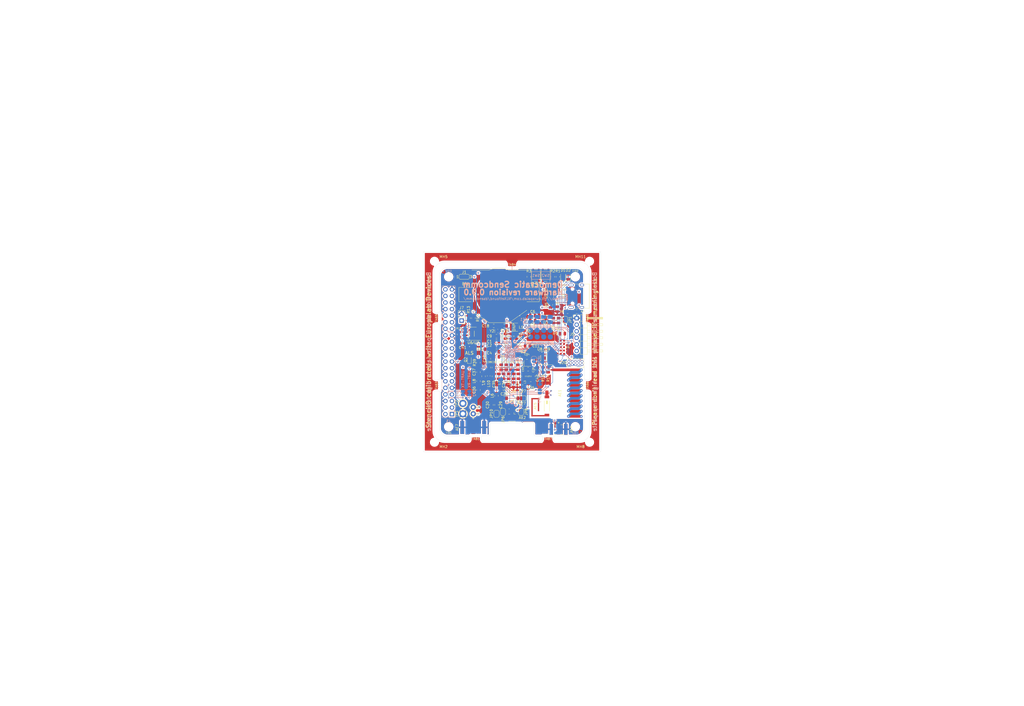
<source format=kicad_pcb>
(kicad_pcb (version 20171130) (host pcbnew 5.1.5+dfsg1-2build2)

  (general
    (thickness 1.6)
    (drawings 110)
    (tracks 1056)
    (zones 0)
    (modules 130)
    (nets 136)
  )

  (page A3)
  (title_block
    (title "Democratic Sendcomm")
    (date 2020-11-20)
    (rev 0.9.0)
    (company "Europalab Devices")
    (comment 1 "Copyright © 2020, Europalab Devices")
    (comment 2 "Fulfilling requirements of 20200210")
    (comment 3 "Pending quality assurance testing")
    (comment 4 "Release revision for manufacturing")
  )

  (layers
    (0 F.Cu signal)
    (1 In1.Cu signal)
    (2 In2.Cu signal)
    (31 B.Cu signal)
    (34 B.Paste user)
    (35 F.Paste user)
    (36 B.SilkS user)
    (37 F.SilkS user)
    (38 B.Mask user)
    (39 F.Mask user)
    (40 Dwgs.User user)
    (41 Cmts.User user)
    (44 Edge.Cuts user)
    (45 Margin user)
    (46 B.CrtYd user)
    (47 F.CrtYd user)
    (48 B.Fab user)
    (49 F.Fab user)
  )

  (setup
    (last_trace_width 0.127)
    (user_trace_width 0.1016)
    (user_trace_width 0.127)
    (user_trace_width 0.2)
    (trace_clearance 0.09)
    (zone_clearance 0.508)
    (zone_45_only no)
    (trace_min 0.09)
    (via_size 0.356)
    (via_drill 0.2)
    (via_min_size 0.356)
    (via_min_drill 0.2)
    (user_via 0.45 0.2)
    (user_via 0.6 0.3)
    (uvia_size 0.45)
    (uvia_drill 0.1)
    (uvias_allowed no)
    (uvia_min_size 0.45)
    (uvia_min_drill 0.1)
    (edge_width 0.1)
    (segment_width 0.1)
    (pcb_text_width 0.25)
    (pcb_text_size 1 1)
    (mod_edge_width 0.15)
    (mod_text_size 1 1)
    (mod_text_width 0.15)
    (pad_size 2 1.5)
    (pad_drill 0)
    (pad_to_mask_clearance 0)
    (aux_axis_origin 0 0)
    (visible_elements 7FFFFFFF)
    (pcbplotparams
      (layerselection 0x313fc_ffffffff)
      (usegerberextensions true)
      (usegerberattributes false)
      (usegerberadvancedattributes false)
      (creategerberjobfile false)
      (excludeedgelayer true)
      (linewidth 0.150000)
      (plotframeref false)
      (viasonmask false)
      (mode 1)
      (useauxorigin false)
      (hpglpennumber 1)
      (hpglpenspeed 20)
      (hpglpendiameter 15.000000)
      (psnegative false)
      (psa4output false)
      (plotreference true)
      (plotvalue true)
      (plotinvisibletext false)
      (padsonsilk false)
      (subtractmaskfromsilk false)
      (outputformat 1)
      (mirror false)
      (drillshape 0)
      (scaleselection 1)
      (outputdirectory "fabsingle"))
  )

  (net 0 "")
  (net 1 GND)
  (net 2 "Net-(AE1-Pad1)")
  (net 3 /Sheet5F53D5B4/RFSWPWR)
  (net 4 "Net-(C8-Pad1)")
  (net 5 /Sheet5F53D5B4/POWAMP)
  (net 6 "Net-(C13-Pad1)")
  (net 7 /Sheet5F53D5B4/HFOUT)
  (net 8 +3V3)
  (net 9 "Net-(C29-Pad1)")
  (net 10 /Sheet5F53D5B4/UART_RX)
  (net 11 /Sheet5F53D5B4/UART_TX)
  (net 12 /Sheet5F53D5B4/HPOUT)
  (net 13 /Sheet5F53D5B4/HFIN)
  (net 14 /Sheet5F53D5B4/BANDSEL)
  (net 15 "Net-(BT1-Pad1)")
  (net 16 /Sheet5F53D5B4/USB_BUS)
  (net 17 "Net-(C33-Pad1)")
  (net 18 "Net-(C34-Pad1)")
  (net 19 /Sheet5F53D5B4/CMDRST)
  (net 20 "Net-(D1-Pad2)")
  (net 21 "Net-(D1-Pad1)")
  (net 22 "Net-(D2-Pad1)")
  (net 23 "Net-(D2-Pad2)")
  (net 24 /Sheet5F53D5B4/USB_P)
  (net 25 /Sheet5F53D5B4/USB_N)
  (net 26 /Sheet60040980/ID_SD)
  (net 27 /Sheet60040980/ID_SC)
  (net 28 /Sheet5F53D5B4/SWDCLK)
  (net 29 "Net-(J3-Pad7)")
  (net 30 "Net-(J3-Pad8)")
  (net 31 "Net-(J4-Pad6)")
  (net 32 /Sheet5F53D5B4/CN_VBAT)
  (net 33 /Sheet5F53D5B4/XCEIV)
  (net 34 /Sheet5F53D5B4/CRYSTAL_XIN-RESERVED)
  (net 35 /Sheet5F53D5B4/CRYSTAL_XOUT-RESERVED)
  (net 36 "Net-(AE5-Pad2)")
  (net 37 "Net-(C1-Pad1)")
  (net 38 "Net-(C7-Pad1)")
  (net 39 "Net-(C14-Pad1)")
  (net 40 "Net-(C17-Pad1)")
  (net 41 "Net-(C18-Pad2)")
  (net 42 "Net-(C19-Pad2)")
  (net 43 "Net-(C23-Pad2)")
  (net 44 "Net-(C23-Pad1)")
  (net 45 "Net-(C24-Pad1)")
  (net 46 "Net-(C24-Pad2)")
  (net 47 "Net-(C29-Pad2)")
  (net 48 "Net-(C33-Pad2)")
  (net 49 "Net-(C35-Pad2)")
  (net 50 "Net-(C40-Pad1)")
  (net 51 "Net-(J2-PadB5)")
  (net 52 "Net-(J2-PadA8)")
  (net 53 "Net-(J2-PadA5)")
  (net 54 "Net-(J2-PadB8)")
  (net 55 "Net-(J2-PadA4)")
  (net 56 "Net-(J3-Pad2)")
  (net 57 "Net-(J3-Pad3)")
  (net 58 "Net-(J3-Pad4)")
  (net 59 "Net-(J3-Pad5)")
  (net 60 "Net-(J3-Pad10)")
  (net 61 "Net-(J3-Pad11)")
  (net 62 "Net-(J3-Pad12)")
  (net 63 "Net-(J3-Pad13)")
  (net 64 "Net-(J3-Pad15)")
  (net 65 "Net-(J3-Pad16)")
  (net 66 "Net-(J3-Pad18)")
  (net 67 "Net-(J3-Pad19)")
  (net 68 "Net-(J3-Pad21)")
  (net 69 "Net-(J3-Pad22)")
  (net 70 "Net-(J3-Pad23)")
  (net 71 "Net-(J3-Pad24)")
  (net 72 "Net-(J3-Pad26)")
  (net 73 "Net-(J3-Pad29)")
  (net 74 "Net-(J3-Pad31)")
  (net 75 "Net-(J3-Pad32)")
  (net 76 "Net-(J3-Pad33)")
  (net 77 "Net-(J3-Pad35)")
  (net 78 "Net-(J3-Pad36)")
  (net 79 "Net-(J3-Pad37)")
  (net 80 "Net-(J3-Pad38)")
  (net 81 "Net-(J3-Pad40)")
  (net 82 "Net-(J4-Pad7)")
  (net 83 "Net-(J4-Pad8)")
  (net 84 "Net-(J5-Pad2)")
  (net 85 "Net-(J5-Pad3)")
  (net 86 "Net-(J5-Pad6)")
  (net 87 "Net-(J6-Pad1)")
  (net 88 "Net-(L1-Pad2)")
  (net 89 "Net-(R3-Pad1)")
  (net 90 "Net-(R4-Pad1)")
  (net 91 "Net-(R4-Pad2)")
  (net 92 "Net-(U2-Pad5)")
  (net 93 "Net-(U3-PadG1)")
  (net 94 "Net-(U3-PadH1)")
  (net 95 "Net-(U3-PadE3)")
  (net 96 "Net-(U3-PadE4)")
  (net 97 "Net-(U3-PadF4)")
  (net 98 "Net-(U3-PadE5)")
  (net 99 "Net-(U3-PadC7)")
  (net 100 "Net-(U3-PadD7)")
  (net 101 "Net-(U3-PadD8)")
  (net 102 "Net-(U5-Pad3)")
  (net 103 "Net-(U5-Pad4)")
  (net 104 "Net-(U8-Pad7)")
  (net 105 "Net-(U8-Pad3)")
  (net 106 "Net-(U8-Pad2)")
  (net 107 "Net-(U8-Pad1)")
  (net 108 "Net-(U9-Pad1)")
  (net 109 "Net-(U9-Pad2)")
  (net 110 "Net-(U9-Pad3)")
  (net 111 "Net-(U9-Pad7)")
  (net 112 /Sheet5F53D5B4/SWDIO)
  (net 113 "Net-(AE2-Pad1)")
  (net 114 "Net-(AE4-Pad1)")
  (net 115 "Net-(AE5-Pad1)")
  (net 116 "Net-(AE7-Pad1)")
  (net 117 "Net-(JP10-Pad1)")
  (net 118 "Net-(J6-Pad2)")
  (net 119 "Net-(J6-Pad3)")
  (net 120 "Net-(J6-Pad4)")
  (net 121 "Net-(J6-Pad5)")
  (net 122 "Net-(J6-Pad6)")
  (net 123 "Net-(J6-Pad7)")
  (net 124 "Net-(J6-Pad8)")
  (net 125 "Net-(J7-Pad1)")
  (net 126 "Net-(C94-Pad1)")
  (net 127 "Net-(C95-Pad1)")
  (net 128 "Net-(JP26-Pad1)")
  (net 129 /TP_SCL)
  (net 130 /TP_SDA)
  (net 131 "Net-(J20-Pad6)")
  (net 132 "Net-(J20-Pad7)")
  (net 133 "Net-(J20-Pad8)")
  (net 134 "Net-(Q2-Pad2)")
  (net 135 "Net-(JP27-Pad3)")

  (net_class Default "This is the default net class."
    (clearance 0.09)
    (trace_width 0.09)
    (via_dia 0.356)
    (via_drill 0.2)
    (uvia_dia 0.45)
    (uvia_drill 0.1)
    (add_net +3V3)
    (add_net /Sheet5F53D5B4/BANDSEL)
    (add_net /Sheet5F53D5B4/CMDRST)
    (add_net /Sheet5F53D5B4/CN_VBAT)
    (add_net /Sheet5F53D5B4/CRYSTAL_XIN-RESERVED)
    (add_net /Sheet5F53D5B4/CRYSTAL_XOUT-RESERVED)
    (add_net /Sheet5F53D5B4/HFIN)
    (add_net /Sheet5F53D5B4/HFOUT)
    (add_net /Sheet5F53D5B4/HPOUT)
    (add_net /Sheet5F53D5B4/POWAMP)
    (add_net /Sheet5F53D5B4/RFSWPWR)
    (add_net /Sheet5F53D5B4/SWDCLK)
    (add_net /Sheet5F53D5B4/SWDIO)
    (add_net /Sheet5F53D5B4/UART_RX)
    (add_net /Sheet5F53D5B4/UART_TX)
    (add_net /Sheet5F53D5B4/USB_BUS)
    (add_net /Sheet5F53D5B4/USB_N)
    (add_net /Sheet5F53D5B4/USB_P)
    (add_net /Sheet5F53D5B4/XCEIV)
    (add_net /Sheet60040980/ID_SC)
    (add_net /Sheet60040980/ID_SD)
    (add_net /TP_SCL)
    (add_net /TP_SDA)
    (add_net GND)
    (add_net "Net-(AE1-Pad1)")
    (add_net "Net-(AE2-Pad1)")
    (add_net "Net-(AE4-Pad1)")
    (add_net "Net-(AE5-Pad1)")
    (add_net "Net-(AE5-Pad2)")
    (add_net "Net-(AE7-Pad1)")
    (add_net "Net-(BT1-Pad1)")
    (add_net "Net-(C1-Pad1)")
    (add_net "Net-(C13-Pad1)")
    (add_net "Net-(C14-Pad1)")
    (add_net "Net-(C17-Pad1)")
    (add_net "Net-(C18-Pad2)")
    (add_net "Net-(C19-Pad2)")
    (add_net "Net-(C23-Pad1)")
    (add_net "Net-(C23-Pad2)")
    (add_net "Net-(C24-Pad1)")
    (add_net "Net-(C24-Pad2)")
    (add_net "Net-(C29-Pad1)")
    (add_net "Net-(C29-Pad2)")
    (add_net "Net-(C33-Pad1)")
    (add_net "Net-(C33-Pad2)")
    (add_net "Net-(C34-Pad1)")
    (add_net "Net-(C35-Pad2)")
    (add_net "Net-(C40-Pad1)")
    (add_net "Net-(C7-Pad1)")
    (add_net "Net-(C8-Pad1)")
    (add_net "Net-(C94-Pad1)")
    (add_net "Net-(C95-Pad1)")
    (add_net "Net-(D1-Pad1)")
    (add_net "Net-(D1-Pad2)")
    (add_net "Net-(D2-Pad1)")
    (add_net "Net-(D2-Pad2)")
    (add_net "Net-(J2-PadA4)")
    (add_net "Net-(J2-PadA5)")
    (add_net "Net-(J2-PadA8)")
    (add_net "Net-(J2-PadB5)")
    (add_net "Net-(J2-PadB8)")
    (add_net "Net-(J20-Pad6)")
    (add_net "Net-(J20-Pad7)")
    (add_net "Net-(J20-Pad8)")
    (add_net "Net-(J3-Pad10)")
    (add_net "Net-(J3-Pad11)")
    (add_net "Net-(J3-Pad12)")
    (add_net "Net-(J3-Pad13)")
    (add_net "Net-(J3-Pad15)")
    (add_net "Net-(J3-Pad16)")
    (add_net "Net-(J3-Pad18)")
    (add_net "Net-(J3-Pad19)")
    (add_net "Net-(J3-Pad2)")
    (add_net "Net-(J3-Pad21)")
    (add_net "Net-(J3-Pad22)")
    (add_net "Net-(J3-Pad23)")
    (add_net "Net-(J3-Pad24)")
    (add_net "Net-(J3-Pad26)")
    (add_net "Net-(J3-Pad29)")
    (add_net "Net-(J3-Pad3)")
    (add_net "Net-(J3-Pad31)")
    (add_net "Net-(J3-Pad32)")
    (add_net "Net-(J3-Pad33)")
    (add_net "Net-(J3-Pad35)")
    (add_net "Net-(J3-Pad36)")
    (add_net "Net-(J3-Pad37)")
    (add_net "Net-(J3-Pad38)")
    (add_net "Net-(J3-Pad4)")
    (add_net "Net-(J3-Pad40)")
    (add_net "Net-(J3-Pad5)")
    (add_net "Net-(J3-Pad7)")
    (add_net "Net-(J3-Pad8)")
    (add_net "Net-(J4-Pad6)")
    (add_net "Net-(J4-Pad7)")
    (add_net "Net-(J4-Pad8)")
    (add_net "Net-(J5-Pad2)")
    (add_net "Net-(J5-Pad3)")
    (add_net "Net-(J5-Pad6)")
    (add_net "Net-(J6-Pad1)")
    (add_net "Net-(J6-Pad2)")
    (add_net "Net-(J6-Pad3)")
    (add_net "Net-(J6-Pad4)")
    (add_net "Net-(J6-Pad5)")
    (add_net "Net-(J6-Pad6)")
    (add_net "Net-(J6-Pad7)")
    (add_net "Net-(J6-Pad8)")
    (add_net "Net-(J7-Pad1)")
    (add_net "Net-(JP10-Pad1)")
    (add_net "Net-(JP26-Pad1)")
    (add_net "Net-(JP27-Pad3)")
    (add_net "Net-(L1-Pad2)")
    (add_net "Net-(Q2-Pad2)")
    (add_net "Net-(R3-Pad1)")
    (add_net "Net-(R4-Pad1)")
    (add_net "Net-(R4-Pad2)")
    (add_net "Net-(U2-Pad5)")
    (add_net "Net-(U3-PadC7)")
    (add_net "Net-(U3-PadD7)")
    (add_net "Net-(U3-PadD8)")
    (add_net "Net-(U3-PadE3)")
    (add_net "Net-(U3-PadE4)")
    (add_net "Net-(U3-PadE5)")
    (add_net "Net-(U3-PadF4)")
    (add_net "Net-(U3-PadG1)")
    (add_net "Net-(U3-PadH1)")
    (add_net "Net-(U5-Pad3)")
    (add_net "Net-(U5-Pad4)")
    (add_net "Net-(U8-Pad1)")
    (add_net "Net-(U8-Pad2)")
    (add_net "Net-(U8-Pad3)")
    (add_net "Net-(U8-Pad7)")
    (add_net "Net-(U9-Pad1)")
    (add_net "Net-(U9-Pad2)")
    (add_net "Net-(U9-Pad3)")
    (add_net "Net-(U9-Pad7)")
  )

  (net_class Power ""
    (clearance 0.2)
    (trace_width 0.5)
    (via_dia 1)
    (via_drill 0.7)
    (uvia_dia 0.5)
    (uvia_drill 0.1)
  )

  (module Jumper:SolderJumper-2_P1.3mm_Bridged_RoundedPad1.0x1.5mm (layer B.Cu) (tedit 5C745284) (tstamp 5FBED780)
    (at 220.75 160 270)
    (descr "SMD Solder Jumper, 1x1.5mm, rounded Pads, 0.3mm gap, bridged with 1 copper strip")
    (tags "solder jumper open")
    (path /5F5C0728/5F989558)
    (attr virtual)
    (fp_text reference JP4 (at -1.75 0 90) (layer B.SilkS)
      (effects (font (size 1 1) (thickness 0.15)) (justify right mirror))
    )
    (fp_text value SolderBridge (at 0 -1.9 90) (layer B.Fab)
      (effects (font (size 1 1) (thickness 0.15)) (justify mirror))
    )
    (fp_poly (pts (xy 0.25 0.3) (xy -0.25 0.3) (xy -0.25 -0.3) (xy 0.25 -0.3)) (layer B.Cu) (width 0))
    (fp_line (start 1.65 -1.25) (end -1.65 -1.25) (layer B.CrtYd) (width 0.05))
    (fp_line (start 1.65 -1.25) (end 1.65 1.25) (layer B.CrtYd) (width 0.05))
    (fp_line (start -1.65 1.25) (end -1.65 -1.25) (layer B.CrtYd) (width 0.05))
    (fp_line (start -1.65 1.25) (end 1.65 1.25) (layer B.CrtYd) (width 0.05))
    (fp_line (start -0.7 1) (end 0.7 1) (layer B.SilkS) (width 0.12))
    (fp_line (start 1.4 0.3) (end 1.4 -0.3) (layer B.SilkS) (width 0.12))
    (fp_line (start 0.7 -1) (end -0.7 -1) (layer B.SilkS) (width 0.12))
    (fp_line (start -1.4 -0.3) (end -1.4 0.3) (layer B.SilkS) (width 0.12))
    (fp_arc (start -0.7 0.3) (end -0.7 1) (angle 90) (layer B.SilkS) (width 0.12))
    (fp_arc (start -0.7 -0.3) (end -1.4 -0.3) (angle 90) (layer B.SilkS) (width 0.12))
    (fp_arc (start 0.7 -0.3) (end 0.7 -1) (angle 90) (layer B.SilkS) (width 0.12))
    (fp_arc (start 0.7 0.3) (end 1.4 0.3) (angle 90) (layer B.SilkS) (width 0.12))
    (pad 1 smd custom (at -0.65 0 270) (size 1 0.5) (layers B.Cu B.Mask)
      (net 2 "Net-(AE1-Pad1)") (zone_connect 2)
      (options (clearance outline) (anchor rect))
      (primitives
        (gr_circle (center 0 -0.25) (end 0.5 -0.25) (width 0))
        (gr_circle (center 0 0.25) (end 0.5 0.25) (width 0))
        (gr_poly (pts
           (xy 0 0.75) (xy 0.5 0.75) (xy 0.5 -0.75) (xy 0 -0.75)) (width 0))
      ))
    (pad 2 smd custom (at 0.65 0 270) (size 1 0.5) (layers B.Cu B.Mask)
      (net 117 "Net-(JP10-Pad1)") (zone_connect 2)
      (options (clearance outline) (anchor rect))
      (primitives
        (gr_circle (center 0 -0.25) (end 0.5 -0.25) (width 0))
        (gr_circle (center 0 0.25) (end 0.5 0.25) (width 0))
        (gr_poly (pts
           (xy 0 0.75) (xy -0.5 0.75) (xy -0.5 -0.75) (xy 0 -0.75)) (width 0))
      ))
  )

  (module Elabdev:TFBGA-64_8x8_6.0x6.0mm_P0.65mm (layer F.Cu) (tedit 5F6BA77A) (tstamp 5F68786E)
    (at 210 148)
    (path /5F53D5B5/6052EF69)
    (solder_mask_margin 0.025)
    (clearance 0.0508)
    (attr smd)
    (fp_text reference U3 (at 4.25 0) (layer F.SilkS)
      (effects (font (size 1 1) (thickness 0.15)))
    )
    (fp_text value ATSAMR34 (at 0 4) (layer F.Fab)
      (effects (font (size 1 1) (thickness 0.15)))
    )
    (fp_line (start -2 -3) (end -3 -2) (layer F.Fab) (width 0.1))
    (fp_line (start -3 -2) (end -3 3) (layer F.Fab) (width 0.1))
    (fp_line (start -3 3) (end 3 3) (layer F.Fab) (width 0.1))
    (fp_line (start 3 3) (end 3 -3) (layer F.Fab) (width 0.1))
    (fp_line (start 3 -3) (end -2 -3) (layer F.Fab) (width 0.1))
    (fp_line (start 1.62 -3.12) (end 3.12 -3.12) (layer F.SilkS) (width 0.12))
    (fp_line (start 3.12 -3.12) (end 3.12 -1.62) (layer F.SilkS) (width 0.12))
    (fp_line (start 1.62 -3.12) (end 3.12 -3.12) (layer F.SilkS) (width 0.12))
    (fp_line (start 3.12 -3.12) (end 3.12 -1.62) (layer F.SilkS) (width 0.12))
    (fp_line (start 1.62 3.12) (end 3.12 3.12) (layer F.SilkS) (width 0.12))
    (fp_line (start 3.12 3.12) (end 3.12 1.62) (layer F.SilkS) (width 0.12))
    (fp_line (start 1.62 -3.12) (end 3.12 -3.12) (layer F.SilkS) (width 0.12))
    (fp_line (start 3.12 -3.12) (end 3.12 -1.62) (layer F.SilkS) (width 0.12))
    (fp_line (start -1.62 3.12) (end -3.12 3.12) (layer F.SilkS) (width 0.12))
    (fp_line (start -3.12 3.12) (end -3.12 1.62) (layer F.SilkS) (width 0.12))
    (fp_line (start -1.62 -3.12) (end -2 -3.12) (layer F.SilkS) (width 0.12))
    (fp_line (start -2 -3.12) (end -3.12 -2) (layer F.SilkS) (width 0.12))
    (fp_line (start -3.12 -2) (end -3.12 -1.62) (layer F.SilkS) (width 0.12))
    (fp_circle (center -3 -3) (end -3 -2.9) (layer F.SilkS) (width 0.2))
    (fp_line (start -4 -4) (end 4 -4) (layer F.CrtYd) (width 0.05))
    (fp_line (start 4 -4) (end 4 4) (layer F.CrtYd) (width 0.05))
    (fp_line (start 4 4) (end -4 4) (layer F.CrtYd) (width 0.05))
    (fp_line (start -4 4) (end -4 -4) (layer F.CrtYd) (width 0.05))
    (pad A1 smd circle (at -2.275 -2.275) (size 0.32 0.32) (layers F.Cu F.Paste F.Mask)
      (net 13 /Sheet5F53D5B4/HFIN))
    (pad B1 smd circle (at -2.275 -1.625) (size 0.32 0.32) (layers F.Cu F.Paste F.Mask)
      (net 7 /Sheet5F53D5B4/HFOUT))
    (pad C1 smd circle (at -2.275 -0.975) (size 0.32 0.32) (layers F.Cu F.Paste F.Mask)
      (net 37 "Net-(C1-Pad1)"))
    (pad D1 smd circle (at -2.275 -0.325) (size 0.32 0.32) (layers F.Cu F.Paste F.Mask)
      (net 5 /Sheet5F53D5B4/POWAMP))
    (pad E1 smd circle (at -2.275 0.325) (size 0.32 0.32) (layers F.Cu F.Paste F.Mask)
      (net 1 GND))
    (pad F1 smd circle (at -2.275 0.975) (size 0.32 0.32) (layers F.Cu F.Paste F.Mask)
      (net 12 /Sheet5F53D5B4/HPOUT))
    (pad G1 smd circle (at -2.275 1.625) (size 0.32 0.32) (layers F.Cu F.Paste F.Mask)
      (net 93 "Net-(U3-PadG1)"))
    (pad H1 smd circle (at -2.275 2.275) (size 0.32 0.32) (layers F.Cu F.Paste F.Mask)
      (net 94 "Net-(U3-PadH1)"))
    (pad A2 smd circle (at -1.625 -2.275) (size 0.32 0.32) (layers F.Cu F.Paste F.Mask)
      (net 1 GND))
    (pad B2 smd circle (at -1.625 -1.625) (size 0.32 0.32) (layers F.Cu F.Paste F.Mask)
      (net 1 GND))
    (pad C2 smd circle (at -1.625 -0.975) (size 0.32 0.32) (layers F.Cu F.Paste F.Mask)
      (net 37 "Net-(C1-Pad1)"))
    (pad D2 smd circle (at -1.625 -0.325) (size 0.32 0.32) (layers F.Cu F.Paste F.Mask)
      (net 33 /Sheet5F53D5B4/XCEIV))
    (pad E2 smd circle (at -1.625 0.325) (size 0.32 0.32) (layers F.Cu F.Paste F.Mask)
      (net 1 GND))
    (pad F2 smd circle (at -1.625 0.975) (size 0.32 0.32) (layers F.Cu F.Paste F.Mask)
      (net 1 GND))
    (pad G2 smd circle (at -1.625 1.625) (size 0.32 0.32) (layers F.Cu F.Paste F.Mask)
      (net 1 GND))
    (pad H2 smd circle (at -1.625 2.275) (size 0.32 0.32) (layers F.Cu F.Paste F.Mask)
      (net 39 "Net-(C14-Pad1)"))
    (pad A3 smd circle (at -0.975 -2.275) (size 0.32 0.32) (layers F.Cu F.Paste F.Mask)
      (net 41 "Net-(C18-Pad2)"))
    (pad B3 smd circle (at -0.975 -1.625) (size 0.32 0.32) (layers F.Cu F.Paste F.Mask)
      (net 1 GND))
    (pad C3 smd circle (at -0.975 -0.975) (size 0.32 0.32) (layers F.Cu F.Paste F.Mask)
      (net 32 /Sheet5F53D5B4/CN_VBAT))
    (pad D3 smd circle (at -0.975 -0.325) (size 0.32 0.32) (layers F.Cu F.Paste F.Mask)
      (net 11 /Sheet5F53D5B4/UART_TX))
    (pad E3 smd circle (at -0.975 0.325) (size 0.32 0.32) (layers F.Cu F.Paste F.Mask)
      (net 95 "Net-(U3-PadE3)"))
    (pad F3 smd circle (at -0.975 0.975) (size 0.32 0.32) (layers F.Cu F.Paste F.Mask)
      (net 16 /Sheet5F53D5B4/USB_BUS))
    (pad G3 smd circle (at -0.975 1.625) (size 0.32 0.32) (layers F.Cu F.Paste F.Mask)
      (net 1 GND))
    (pad H3 smd circle (at -0.975 2.275) (size 0.32 0.32) (layers F.Cu F.Paste F.Mask)
      (net 37 "Net-(C1-Pad1)"))
    (pad A4 smd circle (at -0.325 -2.275) (size 0.32 0.32) (layers F.Cu F.Paste F.Mask)
      (net 42 "Net-(C19-Pad2)"))
    (pad B4 smd circle (at -0.325 -1.625) (size 0.32 0.32) (layers F.Cu F.Paste F.Mask)
      (net 134 "Net-(Q2-Pad2)"))
    (pad C4 smd circle (at -0.325 -0.975) (size 0.32 0.32) (layers F.Cu F.Paste F.Mask)
      (net 10 /Sheet5F53D5B4/UART_RX))
    (pad D4 smd circle (at -0.325 -0.325) (size 0.32 0.32) (layers F.Cu F.Paste F.Mask)
      (net 1 GND))
    (pad E4 smd circle (at -0.325 0.325) (size 0.32 0.32) (layers F.Cu F.Paste F.Mask)
      (net 96 "Net-(U3-PadE4)"))
    (pad F4 smd circle (at -0.325 0.975) (size 0.32 0.32) (layers F.Cu F.Paste F.Mask)
      (net 97 "Net-(U3-PadF4)"))
    (pad G4 smd circle (at -0.325 1.625) (size 0.32 0.32) (layers F.Cu F.Paste F.Mask)
      (net 8 +3V3))
    (pad H4 smd circle (at -0.325 2.275) (size 0.32 0.32) (layers F.Cu F.Paste F.Mask)
      (net 6 "Net-(C13-Pad1)"))
    (pad A5 smd circle (at 0.325 -2.275) (size 0.32 0.32) (layers F.Cu F.Paste F.Mask)
      (net 40 "Net-(C17-Pad1)"))
    (pad B5 smd circle (at 0.325 -1.625) (size 0.32 0.32) (layers F.Cu F.Paste F.Mask)
      (net 1 GND))
    (pad C5 smd circle (at 0.325 -0.975) (size 0.32 0.32) (layers F.Cu F.Paste F.Mask)
      (net 28 /Sheet5F53D5B4/SWDCLK))
    (pad D5 smd circle (at 0.325 -0.325) (size 0.32 0.32) (layers F.Cu F.Paste F.Mask)
      (net 112 /Sheet5F53D5B4/SWDIO))
    (pad E5 smd circle (at 0.325 0.325) (size 0.32 0.32) (layers F.Cu F.Paste F.Mask)
      (net 98 "Net-(U3-PadE5)"))
    (pad F5 smd circle (at 0.325 0.975) (size 0.32 0.32) (layers F.Cu F.Paste F.Mask)
      (net 135 "Net-(JP27-Pad3)"))
    (pad G5 smd circle (at 0.325 1.625) (size 0.32 0.32) (layers F.Cu F.Paste F.Mask)
      (net 1 GND))
    (pad H5 smd circle (at 0.325 2.275) (size 0.32 0.32) (layers F.Cu F.Paste F.Mask)
      (net 1 GND))
    (pad A6 smd circle (at 0.975 -2.275) (size 0.32 0.32) (layers F.Cu F.Paste F.Mask)
      (net 88 "Net-(L1-Pad2)"))
    (pad B6 smd circle (at 0.975 -1.625) (size 0.32 0.32) (layers F.Cu F.Paste F.Mask)
      (net 19 /Sheet5F53D5B4/CMDRST))
    (pad C6 smd circle (at 0.975 -0.975) (size 0.32 0.32) (layers F.Cu F.Paste F.Mask)
      (net 90 "Net-(R4-Pad1)"))
    (pad D6 smd circle (at 0.975 -0.325) (size 0.32 0.32) (layers F.Cu F.Paste F.Mask)
      (net 1 GND))
    (pad E6 smd circle (at 0.975 0.325) (size 0.32 0.32) (layers F.Cu F.Paste F.Mask)
      (net 129 /TP_SCL))
    (pad F6 smd circle (at 0.975 0.975) (size 0.32 0.32) (layers F.Cu F.Paste F.Mask)
      (net 14 /Sheet5F53D5B4/BANDSEL))
    (pad G6 smd circle (at 0.975 1.625) (size 0.32 0.32) (layers F.Cu F.Paste F.Mask)
      (net 1 GND))
    (pad H6 smd circle (at 0.975 2.275) (size 0.32 0.32) (layers F.Cu F.Paste F.Mask)
      (net 126 "Net-(C94-Pad1)"))
    (pad A7 smd circle (at 1.625 -2.275) (size 0.32 0.32) (layers F.Cu F.Paste F.Mask)
      (net 8 +3V3))
    (pad B7 smd circle (at 1.625 -1.625) (size 0.32 0.32) (layers F.Cu F.Paste F.Mask)
      (net 1 GND))
    (pad C7 smd circle (at 1.625 -0.975) (size 0.32 0.32) (layers F.Cu F.Paste F.Mask)
      (net 99 "Net-(U3-PadC7)"))
    (pad D7 smd circle (at 1.625 -0.325) (size 0.32 0.32) (layers F.Cu F.Paste F.Mask)
      (net 100 "Net-(U3-PadD7)"))
    (pad E7 smd circle (at 1.625 0.325) (size 0.32 0.32) (layers F.Cu F.Paste F.Mask)
      (net 21 "Net-(D1-Pad1)"))
    (pad F7 smd circle (at 1.625 0.975) (size 0.32 0.32) (layers F.Cu F.Paste F.Mask)
      (net 130 /TP_SDA))
    (pad G7 smd circle (at 1.625 1.625) (size 0.32 0.32) (layers F.Cu F.Paste F.Mask)
      (net 1 GND))
    (pad H7 smd circle (at 1.625 2.275) (size 0.32 0.32) (layers F.Cu F.Paste F.Mask)
      (net 127 "Net-(C95-Pad1)"))
    (pad A8 smd circle (at 2.275 -2.275) (size 0.32 0.32) (layers F.Cu F.Paste F.Mask)
      (net 8 +3V3))
    (pad B8 smd circle (at 2.275 -1.625) (size 0.32 0.32) (layers F.Cu F.Paste F.Mask)
      (net 25 /Sheet5F53D5B4/USB_N))
    (pad C8 smd circle (at 2.275 -0.975) (size 0.32 0.32) (layers F.Cu F.Paste F.Mask)
      (net 24 /Sheet5F53D5B4/USB_P))
    (pad D8 smd circle (at 2.275 -0.325) (size 0.32 0.32) (layers F.Cu F.Paste F.Mask)
      (net 101 "Net-(U3-PadD8)"))
    (pad E8 smd circle (at 2.275 0.325) (size 0.32 0.32) (layers F.Cu F.Paste F.Mask)
      (net 22 "Net-(D2-Pad1)"))
    (pad F8 smd circle (at 2.275 0.975) (size 0.32 0.32) (layers F.Cu F.Paste F.Mask)
      (net 34 /Sheet5F53D5B4/CRYSTAL_XIN-RESERVED))
    (pad G8 smd circle (at 2.275 1.625) (size 0.32 0.32) (layers F.Cu F.Paste F.Mask)
      (net 35 /Sheet5F53D5B4/CRYSTAL_XOUT-RESERVED))
    (pad H8 smd circle (at 2.275 2.275) (size 0.32 0.32) (layers F.Cu F.Paste F.Mask)
      (net 8 +3V3))
    (model ${KISYS3DMOD}/Package_BGA.3dshapes/TFBGA-64_5x5mm_Layout8x8_P0.5mm.wrl
      (at (xyz 0 0 0))
      (scale (xyz 1.2 1.2 1.2))
      (rotate (xyz 0 0 0))
    )
  )

  (module TestPoint:TestPoint_THTPad_D2.0mm_Drill1.0mm (layer F.Cu) (tedit 5A0F774F) (tstamp 5FBA0BE2)
    (at 195 172)
    (descr "THT pad as test Point, diameter 2.0mm, hole diameter 1.0mm")
    (tags "test point THT pad")
    (path /5F97637F)
    (attr virtual)
    (fp_text reference TP5 (at 2 0 90) (layer F.SilkS)
      (effects (font (size 0.7 0.7) (thickness 0.1)))
    )
    (fp_text value Probe (at 0 2.25) (layer F.Fab)
      (effects (font (size 1 1) (thickness 0.15)))
    )
    (fp_circle (center 0 0) (end 0 1.2) (layer F.SilkS) (width 0.12))
    (fp_circle (center 0 0) (end 1.5 0) (layer F.CrtYd) (width 0.05))
    (fp_text user %R (at 0 -2.15) (layer F.Fab)
      (effects (font (size 1 1) (thickness 0.15)))
    )
    (pad 1 thru_hole circle (at 0 0) (size 2 2) (drill 1) (layers *.Cu *.Mask)
      (net 129 /TP_SCL))
  )

  (module TestPoint:TestPoint_THTPad_D2.0mm_Drill1.0mm (layer F.Cu) (tedit 5A0F774F) (tstamp 5FBA0BEA)
    (at 195 169.46)
    (descr "THT pad as test Point, diameter 2.0mm, hole diameter 1.0mm")
    (tags "test point THT pad")
    (path /5F97786E)
    (attr virtual)
    (fp_text reference TP6 (at 2 0.04 90) (layer F.SilkS)
      (effects (font (size 0.7 0.7) (thickness 0.1)))
    )
    (fp_text value Probe (at 0 2.25) (layer F.Fab)
      (effects (font (size 1 1) (thickness 0.15)))
    )
    (fp_circle (center 0 0) (end 0 1.2) (layer F.SilkS) (width 0.12))
    (fp_circle (center 0 0) (end 1.5 0) (layer F.CrtYd) (width 0.05))
    (fp_text user %R (at 0 -2.15) (layer F.Fab)
      (effects (font (size 1 1) (thickness 0.15)))
    )
    (pad 1 thru_hole circle (at 0 0) (size 2 2) (drill 1) (layers *.Cu *.Mask)
      (net 130 /TP_SDA))
  )

  (module Inductor_SMD:L_0603_1608Metric (layer F.Cu) (tedit 5B301BBE) (tstamp 5F687507)
    (at 201 157.35 270)
    (descr "Inductor SMD 0603 (1608 Metric), square (rectangular) end terminal, IPC_7351 nominal, (Body size source: http://www.tortai-tech.com/upload/download/2011102023233369053.pdf), generated with kicad-footprint-generator")
    (tags inductor)
    (path /5F5C0728/5F5D6DC7)
    (attr smd)
    (fp_text reference L10 (at 3 0 90) (layer F.SilkS)
      (effects (font (size 1 1) (thickness 0.15)))
    )
    (fp_text value 11nH (at 0 1.65 90) (layer F.Fab)
      (effects (font (size 1 1) (thickness 0.15)))
    )
    (fp_text user %R (at 0 0 90) (layer F.Fab)
      (effects (font (size 0.5 0.5) (thickness 0.08)))
    )
    (fp_line (start 1.48 0.73) (end -1.48 0.73) (layer F.CrtYd) (width 0.05))
    (fp_line (start 1.48 -0.73) (end 1.48 0.73) (layer F.CrtYd) (width 0.05))
    (fp_line (start -1.48 -0.73) (end 1.48 -0.73) (layer F.CrtYd) (width 0.05))
    (fp_line (start -1.48 0.73) (end -1.48 -0.73) (layer F.CrtYd) (width 0.05))
    (fp_line (start -0.162779 0.51) (end 0.162779 0.51) (layer F.SilkS) (width 0.12))
    (fp_line (start -0.162779 -0.51) (end 0.162779 -0.51) (layer F.SilkS) (width 0.12))
    (fp_line (start 0.8 0.4) (end -0.8 0.4) (layer F.Fab) (width 0.1))
    (fp_line (start 0.8 -0.4) (end 0.8 0.4) (layer F.Fab) (width 0.1))
    (fp_line (start -0.8 -0.4) (end 0.8 -0.4) (layer F.Fab) (width 0.1))
    (fp_line (start -0.8 0.4) (end -0.8 -0.4) (layer F.Fab) (width 0.1))
    (pad 2 smd roundrect (at 0.7875 0 270) (size 0.875 0.95) (layers F.Cu F.Paste F.Mask) (roundrect_rratio 0.25)
      (net 49 "Net-(C35-Pad2)"))
    (pad 1 smd roundrect (at -0.7875 0 270) (size 0.875 0.95) (layers F.Cu F.Paste F.Mask) (roundrect_rratio 0.25)
      (net 18 "Net-(C34-Pad1)"))
    (model ${KISYS3DMOD}/Inductor_SMD.3dshapes/L_0603_1608Metric.wrl
      (at (xyz 0 0 0))
      (scale (xyz 1 1 1))
      (rotate (xyz 0 0 0))
    )
  )

  (module Elabdev:L_Murata_LQH3NPN (layer F.Cu) (tedit 5FADCCA6) (tstamp 5F68751C)
    (at 210.75 138.5)
    (descr https://www.murata.com/~/media/webrenewal/products/inductor/chip/tokoproducts/wirewoundferritetypeforpl/m_dem3518c.ashx)
    (tags "Inductor SMD DEM35xxC")
    (path /5F53D5B5/5F643B51)
    (attr smd)
    (fp_text reference L1 (at 2.75 0) (layer F.SilkS)
      (effects (font (size 1 1) (thickness 0.15)))
    )
    (fp_text value LQH3NPN100MJRL (at 0 3.024) (layer F.Fab)
      (effects (font (size 1 1) (thickness 0.15)))
    )
    (fp_line (start -1.75 -1.6) (end -1.75 1.6) (layer F.CrtYd) (width 0.05))
    (fp_line (start -1.75 1.6) (end 1.75 1.6) (layer F.CrtYd) (width 0.05))
    (fp_line (start 1.75 1.6) (end 1.75 -1.6) (layer F.CrtYd) (width 0.05))
    (fp_line (start 1.75 -1.6) (end -1.75 -1.6) (layer F.CrtYd) (width 0.05))
    (fp_line (start -1.5 -1.35) (end 1.5 -1.35) (layer F.Fab) (width 0.1))
    (fp_line (start 1.5 -1.35) (end 1.5 1.35) (layer F.Fab) (width 0.1))
    (fp_line (start 1.5 1.35) (end -1.5 1.35) (layer F.Fab) (width 0.1))
    (fp_line (start -1.5 1.35) (end -1.5 -1.35) (layer F.Fab) (width 0.1))
    (fp_line (start -1.5 -1.6) (end 1.5 -1.6) (layer F.SilkS) (width 0.12))
    (fp_line (start -1.5 1.6) (end 1.5 1.6) (layer F.SilkS) (width 0.12))
    (fp_text user %R (at 0 0) (layer F.Fab)
      (effects (font (size 0.7 0.7) (thickness 0.105)))
    )
    (pad 1 smd rect (at -1.1 0) (size 0.8 2.7) (layers F.Cu F.Paste F.Mask)
      (net 40 "Net-(C17-Pad1)"))
    (pad 2 smd rect (at 1.1 0) (size 0.8 2.7) (layers F.Cu F.Paste F.Mask)
      (net 88 "Net-(L1-Pad2)"))
    (model ${KISYS3DMOD}/Inductor_SMD.3dshapes/L_Murata_DEM35xxC.wrl
      (at (xyz 0 0 0))
      (scale (xyz 1 1 1))
      (rotate (xyz 0 0 0))
    )
  )

  (module Elabdev:Panel_Mousetab_25mm_Single (layer F.Cu) (tedit 5CD9E502) (tstamp 5F680FEC)
    (at 224 181.75 90)
    (path /5CD9EB0D)
    (fp_text reference TAB7 (at 0 0) (layer F.SilkS)
      (effects (font (size 0.8 0.8) (thickness 0.13)))
    )
    (fp_text value Pantab (at 0 3.5 90) (layer F.Fab)
      (effects (font (size 1 1) (thickness 0.15)))
    )
    (fp_line (start 1.25 -2.2) (end 1.25 2.2) (layer F.Fab) (width 0.15))
    (fp_line (start -1.25 -2.2) (end -1.25 2.2) (layer F.Fab) (width 0.15))
    (fp_line (start 2.1 -2.6) (end 2.1 2.6) (layer F.CrtYd) (width 0.15))
    (fp_line (start 2.1 2.6) (end -2.1 2.6) (layer F.CrtYd) (width 0.15))
    (fp_line (start -2.1 2.6) (end -2.1 -2.6) (layer F.CrtYd) (width 0.15))
    (fp_line (start -2.1 -2.6) (end 2.1 -2.6) (layer F.CrtYd) (width 0.15))
    (pad "" np_thru_hole circle (at 1.35 2 90) (size 0.5 0.5) (drill 0.5) (layers *.Cu))
    (pad "" np_thru_hole circle (at 1.35 1.2 90) (size 0.5 0.5) (drill 0.5) (layers *.Cu))
    (pad "" np_thru_hole circle (at 1.35 0.4 90) (size 0.5 0.5) (drill 0.5) (layers *.Cu))
    (pad "" np_thru_hole circle (at 1.35 -0.4 90) (size 0.5 0.5) (drill 0.5) (layers *.Cu))
    (pad "" np_thru_hole circle (at 1.35 -1.2 90) (size 0.5 0.5) (drill 0.5) (layers *.Cu))
    (pad "" np_thru_hole circle (at 1.35 -2 90) (size 0.5 0.5) (drill 0.5) (layers *.Cu))
  )

  (module Elabdev:Panel_Mousetab_25mm_Single (layer F.Cu) (tedit 5CD9E59A) (tstamp 5F4C0A71)
    (at 210 114.25 270)
    (path /5CD5C3A7)
    (fp_text reference TAB4 (at 0 0 180) (layer F.SilkS)
      (effects (font (size 0.8 0.8) (thickness 0.13)))
    )
    (fp_text value Pantab (at 0 -3.5 270) (layer F.Fab)
      (effects (font (size 1 1) (thickness 0.15)))
    )
    (fp_line (start 1.25 -2.2) (end 1.25 2.2) (layer F.Fab) (width 0.15))
    (fp_line (start -1.25 -2.2) (end -1.25 2.2) (layer F.Fab) (width 0.15))
    (fp_line (start 2.1 -2.6) (end 2.1 2.6) (layer F.CrtYd) (width 0.15))
    (fp_line (start 2.1 2.6) (end -2.1 2.6) (layer F.CrtYd) (width 0.15))
    (fp_line (start -2.1 2.6) (end -2.1 -2.6) (layer F.CrtYd) (width 0.15))
    (fp_line (start -2.1 -2.6) (end 2.1 -2.6) (layer F.CrtYd) (width 0.15))
    (pad "" np_thru_hole circle (at 1.35 2 270) (size 0.5 0.5) (drill 0.5) (layers *.Cu))
    (pad "" np_thru_hole circle (at 1.35 1.2 270) (size 0.5 0.5) (drill 0.5) (layers *.Cu))
    (pad "" np_thru_hole circle (at 1.35 0.4 270) (size 0.5 0.5) (drill 0.5) (layers *.Cu))
    (pad "" np_thru_hole circle (at 1.35 -0.4 270) (size 0.5 0.5) (drill 0.5) (layers *.Cu))
    (pad "" np_thru_hole circle (at 1.35 -1.2 270) (size 0.5 0.5) (drill 0.5) (layers *.Cu))
    (pad "" np_thru_hole circle (at 1.35 -2 270) (size 0.5 0.5) (drill 0.5) (layers *.Cu))
  )

  (module Elabdev:Panel_Mousetab_25mm_Single (layer F.Cu) (tedit 5CD9E502) (tstamp 5CE1C45C)
    (at 196 181.75 90)
    (path /5CD9EB0D)
    (fp_text reference TAB1 (at 0 0) (layer F.SilkS)
      (effects (font (size 0.8 0.8) (thickness 0.13)))
    )
    (fp_text value Pantab (at 0 3.5 90) (layer F.Fab)
      (effects (font (size 1 1) (thickness 0.15)))
    )
    (fp_line (start -2.1 -2.6) (end 2.1 -2.6) (layer F.CrtYd) (width 0.15))
    (fp_line (start -2.1 2.6) (end -2.1 -2.6) (layer F.CrtYd) (width 0.15))
    (fp_line (start 2.1 2.6) (end -2.1 2.6) (layer F.CrtYd) (width 0.15))
    (fp_line (start 2.1 -2.6) (end 2.1 2.6) (layer F.CrtYd) (width 0.15))
    (fp_line (start -1.25 -2.2) (end -1.25 2.2) (layer F.Fab) (width 0.15))
    (fp_line (start 1.25 -2.2) (end 1.25 2.2) (layer F.Fab) (width 0.15))
    (pad "" np_thru_hole circle (at 1.35 -2 90) (size 0.5 0.5) (drill 0.5) (layers *.Cu))
    (pad "" np_thru_hole circle (at 1.35 -1.2 90) (size 0.5 0.5) (drill 0.5) (layers *.Cu))
    (pad "" np_thru_hole circle (at 1.35 -0.4 90) (size 0.5 0.5) (drill 0.5) (layers *.Cu))
    (pad "" np_thru_hole circle (at 1.35 0.4 90) (size 0.5 0.5) (drill 0.5) (layers *.Cu))
    (pad "" np_thru_hole circle (at 1.35 1.2 90) (size 0.5 0.5) (drill 0.5) (layers *.Cu))
    (pad "" np_thru_hole circle (at 1.35 2 90) (size 0.5 0.5) (drill 0.5) (layers *.Cu))
  )

  (module Elabdev:Panel_Mousetab_25mm_Single (layer F.Cu) (tedit 5CD5AA6C) (tstamp 5F4C1007)
    (at 180.75 161)
    (path /5CD5C074)
    (fp_text reference TAB2 (at 0 0 90) (layer F.SilkS)
      (effects (font (size 0.8 0.8) (thickness 0.13)))
    )
    (fp_text value Pantab (at -2.5 0 -270) (layer F.Fab)
      (effects (font (size 1 1) (thickness 0.15)))
    )
    (fp_line (start -2.1 -2.6) (end 2.1 -2.6) (layer F.CrtYd) (width 0.15))
    (fp_line (start -2.1 2.6) (end -2.1 -2.6) (layer F.CrtYd) (width 0.15))
    (fp_line (start 2.1 2.6) (end -2.1 2.6) (layer F.CrtYd) (width 0.15))
    (fp_line (start 2.1 -2.6) (end 2.1 2.6) (layer F.CrtYd) (width 0.15))
    (fp_line (start -1.25 -2.2) (end -1.25 2.2) (layer F.Fab) (width 0.15))
    (fp_line (start 1.25 -2.2) (end 1.25 2.2) (layer F.Fab) (width 0.15))
    (pad "" np_thru_hole circle (at 1.35 -2) (size 0.5 0.5) (drill 0.5) (layers *.Cu))
    (pad "" np_thru_hole circle (at 1.35 -1.2) (size 0.5 0.5) (drill 0.5) (layers *.Cu))
    (pad "" np_thru_hole circle (at 1.35 -0.4) (size 0.5 0.5) (drill 0.5) (layers *.Cu))
    (pad "" np_thru_hole circle (at 1.35 0.4) (size 0.5 0.5) (drill 0.5) (layers *.Cu))
    (pad "" np_thru_hole circle (at 1.35 1.2) (size 0.5 0.5) (drill 0.5) (layers *.Cu))
    (pad "" np_thru_hole circle (at 1.35 2) (size 0.5 0.5) (drill 0.5) (layers *.Cu))
  )

  (module Elabdev:Panel_Mousetab_25mm_Single (layer F.Cu) (tedit 5CD5AA6C) (tstamp 5F4C1047)
    (at 180.75 135)
    (path /5CD5C074)
    (fp_text reference TAB3 (at 0 0 90) (layer F.SilkS)
      (effects (font (size 0.8 0.8) (thickness 0.13)))
    )
    (fp_text value Pantab (at -2.5 0 -270) (layer F.Fab)
      (effects (font (size 1 1) (thickness 0.15)))
    )
    (fp_line (start 1.25 -2.2) (end 1.25 2.2) (layer F.Fab) (width 0.15))
    (fp_line (start -1.25 -2.2) (end -1.25 2.2) (layer F.Fab) (width 0.15))
    (fp_line (start 2.1 -2.6) (end 2.1 2.6) (layer F.CrtYd) (width 0.15))
    (fp_line (start 2.1 2.6) (end -2.1 2.6) (layer F.CrtYd) (width 0.15))
    (fp_line (start -2.1 2.6) (end -2.1 -2.6) (layer F.CrtYd) (width 0.15))
    (fp_line (start -2.1 -2.6) (end 2.1 -2.6) (layer F.CrtYd) (width 0.15))
    (pad "" np_thru_hole circle (at 1.35 2) (size 0.5 0.5) (drill 0.5) (layers *.Cu))
    (pad "" np_thru_hole circle (at 1.35 1.2) (size 0.5 0.5) (drill 0.5) (layers *.Cu))
    (pad "" np_thru_hole circle (at 1.35 0.4) (size 0.5 0.5) (drill 0.5) (layers *.Cu))
    (pad "" np_thru_hole circle (at 1.35 -0.4) (size 0.5 0.5) (drill 0.5) (layers *.Cu))
    (pad "" np_thru_hole circle (at 1.35 -1.2) (size 0.5 0.5) (drill 0.5) (layers *.Cu))
    (pad "" np_thru_hole circle (at 1.35 -2) (size 0.5 0.5) (drill 0.5) (layers *.Cu))
  )

  (module Elabdev:Panel_Mousetab_25mm_Single (layer F.Cu) (tedit 5CD5AA6C) (tstamp 5F4C108A)
    (at 239.25 135 180)
    (path /5CD5C074)
    (fp_text reference TAB5 (at 0 0 90) (layer F.SilkS)
      (effects (font (size 0.8 0.8) (thickness 0.13)))
    )
    (fp_text value Pantab (at -2.5 0 90) (layer F.Fab)
      (effects (font (size 1 1) (thickness 0.15)))
    )
    (fp_line (start 1.25 -2.2) (end 1.25 2.2) (layer F.Fab) (width 0.15))
    (fp_line (start -1.25 -2.2) (end -1.25 2.2) (layer F.Fab) (width 0.15))
    (fp_line (start 2.1 -2.6) (end 2.1 2.6) (layer F.CrtYd) (width 0.15))
    (fp_line (start 2.1 2.6) (end -2.1 2.6) (layer F.CrtYd) (width 0.15))
    (fp_line (start -2.1 2.6) (end -2.1 -2.6) (layer F.CrtYd) (width 0.15))
    (fp_line (start -2.1 -2.6) (end 2.1 -2.6) (layer F.CrtYd) (width 0.15))
    (pad "" np_thru_hole circle (at 1.35 2 180) (size 0.5 0.5) (drill 0.5) (layers *.Cu))
    (pad "" np_thru_hole circle (at 1.35 1.2 180) (size 0.5 0.5) (drill 0.5) (layers *.Cu))
    (pad "" np_thru_hole circle (at 1.35 0.4 180) (size 0.5 0.5) (drill 0.5) (layers *.Cu))
    (pad "" np_thru_hole circle (at 1.35 -0.4 180) (size 0.5 0.5) (drill 0.5) (layers *.Cu))
    (pad "" np_thru_hole circle (at 1.35 -1.2 180) (size 0.5 0.5) (drill 0.5) (layers *.Cu))
    (pad "" np_thru_hole circle (at 1.35 -2 180) (size 0.5 0.5) (drill 0.5) (layers *.Cu))
  )

  (module Elabdev:Panel_Mousetab_25mm_Single (layer F.Cu) (tedit 5CD5AA6C) (tstamp 5F4C1067)
    (at 239.25 161 180)
    (path /5CD5C074)
    (fp_text reference TAB6 (at 0 0 90) (layer F.SilkS)
      (effects (font (size 0.8 0.8) (thickness 0.13)))
    )
    (fp_text value Pantab (at -2.5 0 90) (layer F.Fab)
      (effects (font (size 1 1) (thickness 0.15)))
    )
    (fp_line (start -2.1 -2.6) (end 2.1 -2.6) (layer F.CrtYd) (width 0.15))
    (fp_line (start -2.1 2.6) (end -2.1 -2.6) (layer F.CrtYd) (width 0.15))
    (fp_line (start 2.1 2.6) (end -2.1 2.6) (layer F.CrtYd) (width 0.15))
    (fp_line (start 2.1 -2.6) (end 2.1 2.6) (layer F.CrtYd) (width 0.15))
    (fp_line (start -1.25 -2.2) (end -1.25 2.2) (layer F.Fab) (width 0.15))
    (fp_line (start 1.25 -2.2) (end 1.25 2.2) (layer F.Fab) (width 0.15))
    (pad "" np_thru_hole circle (at 1.35 -2 180) (size 0.5 0.5) (drill 0.5) (layers *.Cu))
    (pad "" np_thru_hole circle (at 1.35 -1.2 180) (size 0.5 0.5) (drill 0.5) (layers *.Cu))
    (pad "" np_thru_hole circle (at 1.35 -0.4 180) (size 0.5 0.5) (drill 0.5) (layers *.Cu))
    (pad "" np_thru_hole circle (at 1.35 0.4 180) (size 0.5 0.5) (drill 0.5) (layers *.Cu))
    (pad "" np_thru_hole circle (at 1.35 1.2 180) (size 0.5 0.5) (drill 0.5) (layers *.Cu))
    (pad "" np_thru_hole circle (at 1.35 2 180) (size 0.5 0.5) (drill 0.5) (layers *.Cu))
  )

  (module Connector_PinSocket_2.54mm:PinSocket_2x20_P2.54mm_Vertical (layer B.Cu) (tedit 5A19A433) (tstamp 5F683F15)
    (at 186.77 172.13)
    (descr "Through hole straight socket strip, 2x20, 2.54mm pitch, double cols (from Kicad 4.0.7), script generated")
    (tags "Through hole socket strip THT 2x20 2.54mm double row")
    (path /60040981/5F6A7FD9)
    (fp_text reference J3 (at -1.27 2.77) (layer B.SilkS)
      (effects (font (size 1 1) (thickness 0.15)) (justify mirror))
    )
    (fp_text value RPIHAT-40W (at -1.27 -51.03) (layer B.Fab)
      (effects (font (size 1 1) (thickness 0.15)) (justify mirror))
    )
    (fp_line (start -3.81 1.27) (end 0.27 1.27) (layer B.Fab) (width 0.1))
    (fp_line (start 0.27 1.27) (end 1.27 0.27) (layer B.Fab) (width 0.1))
    (fp_line (start 1.27 0.27) (end 1.27 -49.53) (layer B.Fab) (width 0.1))
    (fp_line (start 1.27 -49.53) (end -3.81 -49.53) (layer B.Fab) (width 0.1))
    (fp_line (start -3.81 -49.53) (end -3.81 1.27) (layer B.Fab) (width 0.1))
    (fp_line (start -3.87 1.33) (end -1.27 1.33) (layer B.SilkS) (width 0.12))
    (fp_line (start -3.87 1.33) (end -3.87 -49.59) (layer B.SilkS) (width 0.12))
    (fp_line (start -3.87 -49.59) (end 1.33 -49.59) (layer B.SilkS) (width 0.12))
    (fp_line (start 1.33 -1.27) (end 1.33 -49.59) (layer B.SilkS) (width 0.12))
    (fp_line (start -1.27 -1.27) (end 1.33 -1.27) (layer B.SilkS) (width 0.12))
    (fp_line (start -1.27 1.33) (end -1.27 -1.27) (layer B.SilkS) (width 0.12))
    (fp_line (start 1.33 1.33) (end 1.33 0) (layer B.SilkS) (width 0.12))
    (fp_line (start 0 1.33) (end 1.33 1.33) (layer B.SilkS) (width 0.12))
    (fp_line (start -4.34 1.8) (end 1.76 1.8) (layer B.CrtYd) (width 0.05))
    (fp_line (start 1.76 1.8) (end 1.76 -50) (layer B.CrtYd) (width 0.05))
    (fp_line (start 1.76 -50) (end -4.34 -50) (layer B.CrtYd) (width 0.05))
    (fp_line (start -4.34 -50) (end -4.34 1.8) (layer B.CrtYd) (width 0.05))
    (fp_text user %R (at -1.27 -24.13 -90) (layer B.Fab)
      (effects (font (size 1 1) (thickness 0.15)) (justify mirror))
    )
    (pad 1 thru_hole rect (at 0 0) (size 1.7 1.7) (drill 1) (layers *.Cu *.Mask)
      (net 8 +3V3))
    (pad 2 thru_hole oval (at -2.54 0) (size 1.7 1.7) (drill 1) (layers *.Cu *.Mask)
      (net 56 "Net-(J3-Pad2)"))
    (pad 3 thru_hole oval (at 0 -2.54) (size 1.7 1.7) (drill 1) (layers *.Cu *.Mask)
      (net 57 "Net-(J3-Pad3)"))
    (pad 4 thru_hole oval (at -2.54 -2.54) (size 1.7 1.7) (drill 1) (layers *.Cu *.Mask)
      (net 58 "Net-(J3-Pad4)"))
    (pad 5 thru_hole oval (at 0 -5.08) (size 1.7 1.7) (drill 1) (layers *.Cu *.Mask)
      (net 59 "Net-(J3-Pad5)"))
    (pad 6 thru_hole oval (at -2.54 -5.08) (size 1.7 1.7) (drill 1) (layers *.Cu *.Mask)
      (net 1 GND))
    (pad 7 thru_hole oval (at 0 -7.62) (size 1.7 1.7) (drill 1) (layers *.Cu *.Mask)
      (net 29 "Net-(J3-Pad7)"))
    (pad 8 thru_hole oval (at -2.54 -7.62) (size 1.7 1.7) (drill 1) (layers *.Cu *.Mask)
      (net 30 "Net-(J3-Pad8)"))
    (pad 9 thru_hole oval (at 0 -10.16) (size 1.7 1.7) (drill 1) (layers *.Cu *.Mask)
      (net 1 GND))
    (pad 10 thru_hole oval (at -2.54 -10.16) (size 1.7 1.7) (drill 1) (layers *.Cu *.Mask)
      (net 60 "Net-(J3-Pad10)"))
    (pad 11 thru_hole oval (at 0 -12.7) (size 1.7 1.7) (drill 1) (layers *.Cu *.Mask)
      (net 61 "Net-(J3-Pad11)"))
    (pad 12 thru_hole oval (at -2.54 -12.7) (size 1.7 1.7) (drill 1) (layers *.Cu *.Mask)
      (net 62 "Net-(J3-Pad12)"))
    (pad 13 thru_hole oval (at 0 -15.24) (size 1.7 1.7) (drill 1) (layers *.Cu *.Mask)
      (net 63 "Net-(J3-Pad13)"))
    (pad 14 thru_hole oval (at -2.54 -15.24) (size 1.7 1.7) (drill 1) (layers *.Cu *.Mask)
      (net 1 GND))
    (pad 15 thru_hole oval (at 0 -17.78) (size 1.7 1.7) (drill 1) (layers *.Cu *.Mask)
      (net 64 "Net-(J3-Pad15)"))
    (pad 16 thru_hole oval (at -2.54 -17.78) (size 1.7 1.7) (drill 1) (layers *.Cu *.Mask)
      (net 65 "Net-(J3-Pad16)"))
    (pad 17 thru_hole oval (at 0 -20.32) (size 1.7 1.7) (drill 1) (layers *.Cu *.Mask)
      (net 8 +3V3))
    (pad 18 thru_hole oval (at -2.54 -20.32) (size 1.7 1.7) (drill 1) (layers *.Cu *.Mask)
      (net 66 "Net-(J3-Pad18)"))
    (pad 19 thru_hole oval (at 0 -22.86) (size 1.7 1.7) (drill 1) (layers *.Cu *.Mask)
      (net 67 "Net-(J3-Pad19)"))
    (pad 20 thru_hole oval (at -2.54 -22.86) (size 1.7 1.7) (drill 1) (layers *.Cu *.Mask)
      (net 1 GND))
    (pad 21 thru_hole oval (at 0 -25.4) (size 1.7 1.7) (drill 1) (layers *.Cu *.Mask)
      (net 68 "Net-(J3-Pad21)"))
    (pad 22 thru_hole oval (at -2.54 -25.4) (size 1.7 1.7) (drill 1) (layers *.Cu *.Mask)
      (net 69 "Net-(J3-Pad22)"))
    (pad 23 thru_hole oval (at 0 -27.94) (size 1.7 1.7) (drill 1) (layers *.Cu *.Mask)
      (net 70 "Net-(J3-Pad23)"))
    (pad 24 thru_hole oval (at -2.54 -27.94) (size 1.7 1.7) (drill 1) (layers *.Cu *.Mask)
      (net 71 "Net-(J3-Pad24)"))
    (pad 25 thru_hole oval (at 0 -30.48) (size 1.7 1.7) (drill 1) (layers *.Cu *.Mask)
      (net 1 GND))
    (pad 26 thru_hole oval (at -2.54 -30.48) (size 1.7 1.7) (drill 1) (layers *.Cu *.Mask)
      (net 72 "Net-(J3-Pad26)"))
    (pad 27 thru_hole oval (at 0 -33.02) (size 1.7 1.7) (drill 1) (layers *.Cu *.Mask)
      (net 26 /Sheet60040980/ID_SD))
    (pad 28 thru_hole oval (at -2.54 -33.02) (size 1.7 1.7) (drill 1) (layers *.Cu *.Mask)
      (net 27 /Sheet60040980/ID_SC))
    (pad 29 thru_hole oval (at 0 -35.56) (size 1.7 1.7) (drill 1) (layers *.Cu *.Mask)
      (net 73 "Net-(J3-Pad29)"))
    (pad 30 thru_hole oval (at -2.54 -35.56) (size 1.7 1.7) (drill 1) (layers *.Cu *.Mask)
      (net 1 GND))
    (pad 31 thru_hole oval (at 0 -38.1) (size 1.7 1.7) (drill 1) (layers *.Cu *.Mask)
      (net 74 "Net-(J3-Pad31)"))
    (pad 32 thru_hole oval (at -2.54 -38.1) (size 1.7 1.7) (drill 1) (layers *.Cu *.Mask)
      (net 75 "Net-(J3-Pad32)"))
    (pad 33 thru_hole oval (at 0 -40.64) (size 1.7 1.7) (drill 1) (layers *.Cu *.Mask)
      (net 76 "Net-(J3-Pad33)"))
    (pad 34 thru_hole oval (at -2.54 -40.64) (size 1.7 1.7) (drill 1) (layers *.Cu *.Mask)
      (net 1 GND))
    (pad 35 thru_hole oval (at 0 -43.18) (size 1.7 1.7) (drill 1) (layers *.Cu *.Mask)
      (net 77 "Net-(J3-Pad35)"))
    (pad 36 thru_hole oval (at -2.54 -43.18) (size 1.7 1.7) (drill 1) (layers *.Cu *.Mask)
      (net 78 "Net-(J3-Pad36)"))
    (pad 37 thru_hole oval (at 0 -45.72) (size 1.7 1.7) (drill 1) (layers *.Cu *.Mask)
      (net 79 "Net-(J3-Pad37)"))
    (pad 38 thru_hole oval (at -2.54 -45.72) (size 1.7 1.7) (drill 1) (layers *.Cu *.Mask)
      (net 80 "Net-(J3-Pad38)"))
    (pad 39 thru_hole oval (at 0 -48.26) (size 1.7 1.7) (drill 1) (layers *.Cu *.Mask)
      (net 1 GND))
    (pad 40 thru_hole oval (at -2.54 -48.26) (size 1.7 1.7) (drill 1) (layers *.Cu *.Mask)
      (net 81 "Net-(J3-Pad40)"))
    (model ${KISYS3DMOD}/Connector_PinSocket_2.54mm.3dshapes/PinSocket_2x20_P2.54mm_Vertical.wrl
      (at (xyz 0 0 0))
      (scale (xyz 1 1 1))
      (rotate (xyz 0 0 0))
    )
  )

  (module RF_Antenna:Texas_SWRA416_868MHz_915MHz (layer F.Cu) (tedit 5CF40AFD) (tstamp 5F686F31)
    (at 231 164 270)
    (descr http://www.ti.com/lit/an/swra416/swra416.pdf)
    (tags "PCB antenna")
    (path /5F5C0728/60008187)
    (attr smd)
    (fp_text reference AE1 (at 0 2.5 90) (layer F.SilkS)
      (effects (font (size 1 1) (thickness 0.15)))
    )
    (fp_text value Antenna (at 0.1 -7.6 90) (layer F.Fab)
      (effects (font (size 1 1) (thickness 0.15)))
    )
    (fp_line (start 9.7 2.1) (end 6.2 5.7) (layer Dwgs.User) (width 0.12))
    (fp_line (start 9.7 0.1) (end 4.3 5.7) (layer Dwgs.User) (width 0.12))
    (fp_line (start 9.7 -1.9) (end 2.3 5.7) (layer Dwgs.User) (width 0.12))
    (fp_line (start 9.7 -3.9) (end 0.2 5.7) (layer Dwgs.User) (width 0.12))
    (fp_line (start 9.7 -5.9) (end -1.8 5.7) (layer Dwgs.User) (width 0.12))
    (fp_line (start 8.3 -6.5) (end -3.8 5.7) (layer Dwgs.User) (width 0.12))
    (fp_line (start 6.3 -6.5) (end -5.8 5.7) (layer Dwgs.User) (width 0.12))
    (fp_line (start 4.3 -6.5) (end -7.8 5.7) (layer Dwgs.User) (width 0.12))
    (fp_line (start -9.7 5.5) (end 2.3 -6.5) (layer Dwgs.User) (width 0.12))
    (fp_line (start -9.7 3.5) (end 0.3 -6.5) (layer Dwgs.User) (width 0.12))
    (fp_line (start -9.7 1.5) (end -1.7 -6.5) (layer Dwgs.User) (width 0.12))
    (fp_line (start -9.7 -0.5) (end -3.7 -6.5) (layer Dwgs.User) (width 0.12))
    (fp_line (start -9.7 -2.5) (end -5.7 -6.5) (layer Dwgs.User) (width 0.12))
    (fp_line (start -9.7 -4.5) (end -7.7 -6.5) (layer Dwgs.User) (width 0.12))
    (fp_line (start 9.7 -6.5) (end -9.7 -6.5) (layer Dwgs.User) (width 0.15))
    (fp_line (start 9.7 5.7) (end 9.7 -6.5) (layer Dwgs.User) (width 0.15))
    (fp_line (start -9.7 5.7) (end 9.7 5.7) (layer Dwgs.User) (width 0.15))
    (fp_line (start -9.7 -6.5) (end -9.7 5.7) (layer Dwgs.User) (width 0.15))
    (fp_line (start 7 -5.8) (end 8 -4.8) (layer B.Cu) (width 1))
    (fp_line (start 8 -1.8) (end 9 -0.8) (layer B.Cu) (width 1))
    (fp_line (start 8 -4.8) (end 8 -1.8) (layer B.Cu) (width 1))
    (fp_line (start 9 -5.8) (end 9 -0.8) (layer F.Cu) (width 1))
    (fp_line (start 5 -5.8) (end 6 -4.8) (layer B.Cu) (width 1))
    (fp_line (start 6 -1.8) (end 7 -0.8) (layer B.Cu) (width 1))
    (fp_line (start 6 -4.8) (end 6 -1.8) (layer B.Cu) (width 1))
    (fp_line (start 7 -5.8) (end 7 -0.8) (layer F.Cu) (width 1))
    (fp_line (start 3 -5.8) (end 4 -4.8) (layer B.Cu) (width 1))
    (fp_line (start 4 -1.8) (end 5 -0.8) (layer B.Cu) (width 1))
    (fp_line (start 4 -4.8) (end 4 -1.8) (layer B.Cu) (width 1))
    (fp_line (start 5 -5.8) (end 5 -0.8) (layer F.Cu) (width 1))
    (fp_line (start 1 -5.8) (end 2 -4.8) (layer B.Cu) (width 1))
    (fp_line (start 2 -1.8) (end 3 -0.8) (layer B.Cu) (width 1))
    (fp_line (start 2 -4.8) (end 2 -1.8) (layer B.Cu) (width 1))
    (fp_line (start 3 -5.8) (end 3 -0.8) (layer F.Cu) (width 1))
    (fp_line (start -1 -5.8) (end 0 -4.8) (layer B.Cu) (width 1))
    (fp_line (start 0 -1.8) (end 1 -0.8) (layer B.Cu) (width 1))
    (fp_line (start 0 -4.8) (end 0 -1.8) (layer B.Cu) (width 1))
    (fp_line (start 1 -5.8) (end 1 -0.8) (layer F.Cu) (width 1))
    (fp_line (start -3 -5.8) (end -2 -4.8) (layer B.Cu) (width 1))
    (fp_line (start -2 -1.8) (end -1 -0.8) (layer B.Cu) (width 1))
    (fp_line (start -2 -4.8) (end -2 -1.8) (layer B.Cu) (width 1))
    (fp_line (start -1 -5.8) (end -1 -0.8) (layer F.Cu) (width 1))
    (fp_line (start -4 -4.8) (end -4 -1.8) (layer B.Cu) (width 1))
    (fp_line (start -5 -5.8) (end -4 -4.8) (layer B.Cu) (width 1))
    (fp_line (start -4 -1.8) (end -3 -0.8) (layer B.Cu) (width 1))
    (fp_line (start -3 -5.8) (end -3 -0.8) (layer F.Cu) (width 1))
    (fp_line (start -6 -4.8) (end -6 -1.8) (layer B.Cu) (width 1))
    (fp_line (start -7 -5.8) (end -6 -4.8) (layer B.Cu) (width 1))
    (fp_line (start -6 -1.8) (end -5 -0.8) (layer B.Cu) (width 1))
    (fp_line (start -5 -5.8) (end -5 -0.8) (layer F.Cu) (width 1))
    (fp_line (start -7 -5.8) (end -7 -0.8) (layer F.Cu) (width 1))
    (fp_line (start -9 5.2) (end -9 -5.8) (layer F.Cu) (width 1))
    (fp_line (start -9 -5.8) (end -8 -4.8) (layer B.Cu) (width 1))
    (fp_line (start -8 -4.8) (end -8 -1.8) (layer B.Cu) (width 1))
    (fp_line (start -8 -1.8) (end -7 -0.8) (layer B.Cu) (width 1))
    (fp_line (start 9.7 4.1) (end 8.2 5.7) (layer Dwgs.User) (width 0.12))
    (fp_line (start -9.9 -6.7) (end -9.9 5.9) (layer F.CrtYd) (width 0.05))
    (fp_line (start -9.9 5.9) (end 9.9 5.9) (layer F.CrtYd) (width 0.05))
    (fp_line (start 9.9 5.9) (end 9.9 -6.7) (layer F.CrtYd) (width 0.05))
    (fp_line (start 9.9 -6.7) (end -9.9 -6.7) (layer F.CrtYd) (width 0.05))
    (fp_line (start 9.9 -6.7) (end -9.9 -6.7) (layer B.CrtYd) (width 0.05))
    (fp_line (start 9.9 5.9) (end 9.9 -6.7) (layer B.CrtYd) (width 0.05))
    (fp_line (start -9.9 -6.7) (end -9.9 5.9) (layer B.CrtYd) (width 0.05))
    (fp_line (start -9.9 5.9) (end 9.9 5.9) (layer B.CrtYd) (width 0.05))
    (fp_text user "KEEP-OUT ZONE" (at 1 -2.8 90) (layer Cmts.User)
      (effects (font (size 1 1) (thickness 0.15)))
    )
    (fp_text user "No metal, traces or " (at 1 0.2 90) (layer Cmts.User)
      (effects (font (size 1 1) (thickness 0.15)))
    )
    (fp_text user "any components on" (at 1 2.2 90) (layer Cmts.User)
      (effects (font (size 1 1) (thickness 0.15)))
    )
    (fp_text user " any PCB layer." (at 1 4.2 90) (layer Cmts.User)
      (effects (font (size 1 1) (thickness 0.15)))
    )
    (fp_text user %R (at -0.4 6.6 90) (layer F.Fab)
      (effects (font (size 1 1) (thickness 0.15)))
    )
    (pad "" thru_hole circle (at 9 -0.8 90) (size 1 1) (drill 0.4) (layers *.Cu))
    (pad "" thru_hole circle (at 9 -5.8 90) (size 1 1) (drill 0.4) (layers *.Cu))
    (pad "" thru_hole circle (at 7 -5.8 90) (size 1 1) (drill 0.4) (layers *.Cu))
    (pad "" thru_hole circle (at 7 -0.8 90) (size 1 1) (drill 0.4) (layers *.Cu))
    (pad "" thru_hole circle (at 5 -0.8 90) (size 1 1) (drill 0.4) (layers *.Cu))
    (pad "" thru_hole circle (at 5 -5.8 90) (size 1 1) (drill 0.4) (layers *.Cu))
    (pad "" thru_hole circle (at 3 -0.8 90) (size 1 1) (drill 0.4) (layers *.Cu))
    (pad "" thru_hole circle (at 3 -5.8 90) (size 1 1) (drill 0.4) (layers *.Cu))
    (pad "" thru_hole circle (at 1 -5.8 90) (size 1 1) (drill 0.4) (layers *.Cu))
    (pad "" thru_hole circle (at 1 -0.8 90) (size 1 1) (drill 0.4) (layers *.Cu))
    (pad "" thru_hole circle (at -1 -0.8 90) (size 1 1) (drill 0.4) (layers *.Cu))
    (pad "" thru_hole circle (at -1 -5.8 90) (size 1 1) (drill 0.4) (layers *.Cu))
    (pad "" thru_hole circle (at -3 -5.8 90) (size 1 1) (drill 0.4) (layers *.Cu))
    (pad "" thru_hole circle (at -3 -0.8 90) (size 1 1) (drill 0.4) (layers *.Cu))
    (pad "" thru_hole circle (at -5 -0.8 90) (size 1 1) (drill 0.4) (layers *.Cu))
    (pad "" thru_hole circle (at -5 -5.8 90) (size 1 1) (drill 0.4) (layers *.Cu))
    (pad "" thru_hole circle (at -7 -5.8 90) (size 1 1) (drill 0.4) (layers *.Cu))
    (pad "" thru_hole circle (at -7 -0.8 90) (size 1 1) (drill 0.4) (layers *.Cu))
    (pad "" thru_hole circle (at -9 -5.8 90) (size 1 1) (drill 0.4) (layers *.Cu))
    (pad 1 smd trapezoid (at -9 5.9 90) (size 0.4 0.8) (rect_delta 0 0.3 ) (layers F.Cu)
      (net 2 "Net-(AE1-Pad1)"))
  )

  (module Connector_Coaxial:U.FL_Hirose_U.FL-R-SMT-1_Vertical (layer F.Cu) (tedit 5A1DBFC3) (tstamp 5F686F5E)
    (at 210 173 270)
    (descr "Hirose U.FL Coaxial https://www.hirose.com/product/en/products/U.FL/U.FL-R-SMT-1%2810%29/")
    (tags "Hirose U.FL Coaxial")
    (path /5F5C0728/5F5D6D7C)
    (attr smd)
    (fp_text reference AE2 (at 0.5 -4 180) (layer F.SilkS)
      (effects (font (size 1 1) (thickness 0.15)))
    )
    (fp_text value Antenna_Shield (at 0.475 3.2 90) (layer F.Fab)
      (effects (font (size 1 1) (thickness 0.15)))
    )
    (fp_text user %R (at 0.475 0) (layer F.Fab)
      (effects (font (size 0.6 0.6) (thickness 0.09)))
    )
    (fp_line (start -2.02 1) (end -2.02 -1) (layer F.CrtYd) (width 0.05))
    (fp_line (start -1.32 1) (end -2.02 1) (layer F.CrtYd) (width 0.05))
    (fp_line (start 2.08 1.8) (end 2.28 1.8) (layer F.CrtYd) (width 0.05))
    (fp_line (start 2.08 2.5) (end 2.08 1.8) (layer F.CrtYd) (width 0.05))
    (fp_line (start 2.28 1.8) (end 2.28 -1.8) (layer F.CrtYd) (width 0.05))
    (fp_line (start -1.32 1.8) (end -1.12 1.8) (layer F.CrtYd) (width 0.05))
    (fp_line (start -1.12 2.5) (end -1.12 1.8) (layer F.CrtYd) (width 0.05))
    (fp_line (start 2.08 2.5) (end -1.12 2.5) (layer F.CrtYd) (width 0.05))
    (fp_line (start 1.835 -1.35) (end 1.835 1.35) (layer F.SilkS) (width 0.12))
    (fp_line (start -0.885 -0.76) (end -1.515 -0.76) (layer F.SilkS) (width 0.12))
    (fp_line (start -0.885 1.4) (end -0.885 0.76) (layer F.SilkS) (width 0.12))
    (fp_line (start -0.925 -0.3) (end -1.075 -0.15) (layer F.Fab) (width 0.1))
    (fp_line (start 1.775 -1.3) (end 1.375 -1.3) (layer F.Fab) (width 0.1))
    (fp_line (start 1.375 -1.5) (end 1.375 -1.3) (layer F.Fab) (width 0.1))
    (fp_line (start -0.425 -1.5) (end 1.375 -1.5) (layer F.Fab) (width 0.1))
    (fp_line (start 1.775 -1.3) (end 1.775 1.3) (layer F.Fab) (width 0.1))
    (fp_line (start 1.775 1.3) (end 1.375 1.3) (layer F.Fab) (width 0.1))
    (fp_line (start 1.375 1.5) (end 1.375 1.3) (layer F.Fab) (width 0.1))
    (fp_line (start -0.425 1.5) (end 1.375 1.5) (layer F.Fab) (width 0.1))
    (fp_line (start -0.425 -1.3) (end -0.825 -1.3) (layer F.Fab) (width 0.1))
    (fp_line (start -0.425 -1.5) (end -0.425 -1.3) (layer F.Fab) (width 0.1))
    (fp_line (start -0.825 -0.3) (end -0.825 -1.3) (layer F.Fab) (width 0.1))
    (fp_line (start -0.925 -0.3) (end -0.825 -0.3) (layer F.Fab) (width 0.1))
    (fp_line (start -1.075 0.3) (end -1.075 -0.15) (layer F.Fab) (width 0.1))
    (fp_line (start -1.075 0.3) (end -0.825 0.3) (layer F.Fab) (width 0.1))
    (fp_line (start -0.825 0.3) (end -0.825 1.3) (layer F.Fab) (width 0.1))
    (fp_line (start -0.425 1.3) (end -0.825 1.3) (layer F.Fab) (width 0.1))
    (fp_line (start -0.425 1.5) (end -0.425 1.3) (layer F.Fab) (width 0.1))
    (fp_line (start -0.885 -1.4) (end -0.885 -0.76) (layer F.SilkS) (width 0.12))
    (fp_line (start 2.08 -1.8) (end 2.28 -1.8) (layer F.CrtYd) (width 0.05))
    (fp_line (start 2.08 -1.8) (end 2.08 -2.5) (layer F.CrtYd) (width 0.05))
    (fp_line (start -1.32 -1) (end -1.32 -1.8) (layer F.CrtYd) (width 0.05))
    (fp_line (start 2.08 -2.5) (end -1.12 -2.5) (layer F.CrtYd) (width 0.05))
    (fp_line (start -1.12 -1.8) (end -1.12 -2.5) (layer F.CrtYd) (width 0.05))
    (fp_line (start -1.32 -1.8) (end -1.12 -1.8) (layer F.CrtYd) (width 0.05))
    (fp_line (start -1.32 1.8) (end -1.32 1) (layer F.CrtYd) (width 0.05))
    (fp_line (start -1.32 -1) (end -2.02 -1) (layer F.CrtYd) (width 0.05))
    (pad 2 smd rect (at 0.475 1.475 270) (size 2.2 1.05) (layers F.Cu F.Paste F.Mask)
      (net 1 GND))
    (pad 1 smd rect (at -1.05 0 270) (size 1.05 1) (layers F.Cu F.Paste F.Mask)
      (net 113 "Net-(AE2-Pad1)"))
    (pad 2 smd rect (at 0.475 -1.475 270) (size 2.2 1.05) (layers F.Cu F.Paste F.Mask)
      (net 1 GND))
    (model ${KISYS3DMOD}/Connector_Coaxial.3dshapes/U.FL_Hirose_U.FL-R-SMT-1_Vertical.wrl
      (offset (xyz 0.4749999928262157 0 0))
      (scale (xyz 1 1 1))
      (rotate (xyz 0 0 0))
    )
  )

  (module Connector_Coaxial:SMA_Samtec_SMA-J-P-X-ST-EM1_EdgeMount (layer F.Cu) (tedit 5DAA3454) (tstamp 5F686FA8)
    (at 228 178)
    (descr "Connector SMA, 0Hz to 20GHz, 50Ohm, Edge Mount (http://suddendocs.samtec.com/prints/sma-j-p-x-st-em1-mkt.pdf)")
    (tags "SMA Straight Samtec Edge Mount")
    (path /5F5C0728/6000659E)
    (attr smd)
    (fp_text reference AE4 (at 5 0 90) (layer F.SilkS)
      (effects (font (size 1 1) (thickness 0.15)))
    )
    (fp_text value Antenna_Shield (at 0 13) (layer F.Fab)
      (effects (font (size 1 1) (thickness 0.15)))
    )
    (fp_line (start -0.25 -2.76) (end 0 -2.26) (layer F.SilkS) (width 0.12))
    (fp_line (start 0.25 -2.76) (end -0.25 -2.76) (layer F.SilkS) (width 0.12))
    (fp_line (start 0 -2.26) (end 0.25 -2.76) (layer F.SilkS) (width 0.12))
    (fp_line (start 0 3.1) (end -0.64 2.1) (layer F.Fab) (width 0.1))
    (fp_line (start 0.64 2.1) (end 0 3.1) (layer F.Fab) (width 0.1))
    (fp_text user %R (at 0 4.79 180) (layer F.Fab)
      (effects (font (size 1 1) (thickness 0.15)))
    )
    (fp_line (start 4 2.6) (end 4 -2.6) (layer F.CrtYd) (width 0.05))
    (fp_line (start 3.68 12.12) (end -3.68 12.12) (layer F.CrtYd) (width 0.05))
    (fp_line (start -4 2.6) (end -4 -2.6) (layer F.CrtYd) (width 0.05))
    (fp_line (start -4 -2.6) (end 4 -2.6) (layer F.CrtYd) (width 0.05))
    (fp_line (start 4 2.6) (end 4 -2.6) (layer B.CrtYd) (width 0.05))
    (fp_line (start 3.68 12.12) (end -3.68 12.12) (layer B.CrtYd) (width 0.05))
    (fp_line (start -4 2.6) (end -4 -2.6) (layer B.CrtYd) (width 0.05))
    (fp_line (start -4 -2.6) (end 4 -2.6) (layer B.CrtYd) (width 0.05))
    (fp_line (start 3.165 11.62) (end -3.165 11.62) (layer F.Fab) (width 0.1))
    (fp_line (start 3.175 -1.71) (end 3.175 11.62) (layer F.Fab) (width 0.1))
    (fp_line (start 3.175 -1.71) (end 2.365 -1.71) (layer F.Fab) (width 0.1))
    (fp_line (start 2.365 -1.71) (end 2.365 2.1) (layer F.Fab) (width 0.1))
    (fp_line (start 2.365 2.1) (end -2.365 2.1) (layer F.Fab) (width 0.1))
    (fp_line (start -2.365 2.1) (end -2.365 -1.71) (layer F.Fab) (width 0.1))
    (fp_line (start -2.365 -1.71) (end -3.175 -1.71) (layer F.Fab) (width 0.1))
    (fp_line (start -3.175 -1.71) (end -3.175 11.62) (layer F.Fab) (width 0.1))
    (fp_line (start 4.1 2.1) (end -4.1 2.1) (layer Dwgs.User) (width 0.1))
    (fp_text user "PCB Edge" (at 0 2.6) (layer Dwgs.User)
      (effects (font (size 0.5 0.5) (thickness 0.1)))
    )
    (fp_line (start -3.68 2.6) (end -4 2.6) (layer F.CrtYd) (width 0.05))
    (fp_line (start -3.68 12.12) (end -3.68 2.6) (layer F.CrtYd) (width 0.05))
    (fp_line (start 3.68 2.6) (end 4 2.6) (layer F.CrtYd) (width 0.05))
    (fp_line (start 3.68 2.6) (end 3.68 12.12) (layer F.CrtYd) (width 0.05))
    (fp_line (start -3.68 2.6) (end -4 2.6) (layer B.CrtYd) (width 0.05))
    (fp_line (start -3.68 12.12) (end -3.68 2.6) (layer B.CrtYd) (width 0.05))
    (fp_line (start 4 2.6) (end 3.68 2.6) (layer B.CrtYd) (width 0.05))
    (fp_line (start 3.68 2.6) (end 3.68 12.12) (layer B.CrtYd) (width 0.05))
    (fp_line (start -1.95 2) (end -0.84 2) (layer F.SilkS) (width 0.12))
    (fp_line (start 0.84 2) (end 1.95 2) (layer F.SilkS) (width 0.12))
    (fp_line (start -1.95 -1.71) (end -0.84 -1.71) (layer F.SilkS) (width 0.12))
    (fp_line (start 0.84 -1.71) (end 1.95 -1.71) (layer F.SilkS) (width 0.12))
    (fp_text user "Board Thickness: 1.57mm" (at 0 -5.45) (layer Cmts.User)
      (effects (font (size 1 1) (thickness 0.15)))
    )
    (pad 2 smd rect (at -2.825 0) (size 1.35 4.2) (layers B.Cu B.Paste B.Mask)
      (net 1 GND))
    (pad 2 smd rect (at 2.825 0) (size 1.35 4.2) (layers B.Cu B.Paste B.Mask)
      (net 1 GND))
    (pad 2 smd rect (at -2.825 0) (size 1.35 4.2) (layers F.Cu F.Paste F.Mask)
      (net 1 GND))
    (pad 2 smd rect (at 2.825 0) (size 1.35 4.2) (layers F.Cu F.Paste F.Mask)
      (net 1 GND))
    (pad 1 smd rect (at 0 0.2) (size 1.27 3.6) (layers F.Cu F.Paste F.Mask)
      (net 114 "Net-(AE4-Pad1)"))
    (model ${KISYS3DMOD}/Connector_Coaxial.3dshapes/SMA_Samtec_SMA-J-P-X-ST-EM1_EdgeMount.wrl
      (at (xyz 0 0 0))
      (scale (xyz 1 1 1))
      (rotate (xyz 0 0 0))
    )
    (model ${KIPRJMOD}/modules/packages3d/RF_Antenna.3dshapes/SMA-J-P-H-ST-EM1.wrl
      (offset (xyz 0 -4 0.5))
      (scale (xyz 0.4 0.4 0.4))
      (rotate (xyz 180 -90 0))
    )
  )

  (module Connector_Coaxial:SMA_Amphenol_132289_EdgeMount (layer F.Cu) (tedit 5A1C1810) (tstamp 5F687009)
    (at 195 177.25 270)
    (descr http://www.amphenolrf.com/132289.html)
    (tags SMA)
    (path /5F5C0728/6000721D)
    (attr smd)
    (fp_text reference AE7 (at 0 6.25 90) (layer F.SilkS)
      (effects (font (size 1 1) (thickness 0.15)))
    )
    (fp_text value Antenna_Shield (at 5 6 90) (layer F.Fab)
      (effects (font (size 1 1) (thickness 0.15)))
    )
    (fp_line (start -3.71 0.25) (end -3.21 0) (layer F.SilkS) (width 0.12))
    (fp_line (start -3.71 -0.25) (end -3.71 0.25) (layer F.SilkS) (width 0.12))
    (fp_line (start -3.21 0) (end -3.71 -0.25) (layer F.SilkS) (width 0.12))
    (fp_line (start 3.54 0) (end 2.54 0.75) (layer F.Fab) (width 0.1))
    (fp_line (start 2.54 -0.75) (end 3.54 0) (layer F.Fab) (width 0.1))
    (fp_text user %R (at 4.79 0 180) (layer F.Fab)
      (effects (font (size 1 1) (thickness 0.15)))
    )
    (fp_line (start 14.47 -5.58) (end -3.04 -5.58) (layer F.CrtYd) (width 0.05))
    (fp_line (start 14.47 -5.58) (end 14.47 5.58) (layer F.CrtYd) (width 0.05))
    (fp_line (start 14.47 5.58) (end -3.04 5.58) (layer F.CrtYd) (width 0.05))
    (fp_line (start -3.04 5.58) (end -3.04 -5.58) (layer F.CrtYd) (width 0.05))
    (fp_line (start 14.47 -5.58) (end -3.04 -5.58) (layer B.CrtYd) (width 0.05))
    (fp_line (start 14.47 -5.58) (end 14.47 5.58) (layer B.CrtYd) (width 0.05))
    (fp_line (start 14.47 5.58) (end -3.04 5.58) (layer B.CrtYd) (width 0.05))
    (fp_line (start -3.04 5.58) (end -3.04 -5.58) (layer B.CrtYd) (width 0.05))
    (fp_line (start 4.445 -3.81) (end 13.97 -3.81) (layer F.Fab) (width 0.1))
    (fp_line (start 13.97 -3.81) (end 13.97 3.81) (layer F.Fab) (width 0.1))
    (fp_line (start 13.97 3.81) (end 4.445 3.81) (layer F.Fab) (width 0.1))
    (fp_line (start 4.445 5.08) (end 4.445 3.81) (layer F.Fab) (width 0.1))
    (fp_line (start 4.445 -3.81) (end 4.445 -5.08) (layer F.Fab) (width 0.1))
    (fp_line (start -1.91 -5.08) (end 4.445 -5.08) (layer F.Fab) (width 0.1))
    (fp_line (start -1.91 -5.08) (end -1.91 -3.81) (layer F.Fab) (width 0.1))
    (fp_line (start -1.91 -3.81) (end 2.54 -3.81) (layer F.Fab) (width 0.1))
    (fp_line (start 2.54 -3.81) (end 2.54 3.81) (layer F.Fab) (width 0.1))
    (fp_line (start 2.54 3.81) (end -1.91 3.81) (layer F.Fab) (width 0.1))
    (fp_line (start -1.91 3.81) (end -1.91 5.08) (layer F.Fab) (width 0.1))
    (fp_line (start -1.91 5.08) (end 4.445 5.08) (layer F.Fab) (width 0.1))
    (pad 2 smd rect (at 0 4.25) (size 1.5 5.08) (layers B.Cu B.Paste B.Mask)
      (net 1 GND))
    (pad 2 smd rect (at 0 -4.25) (size 1.5 5.08) (layers B.Cu B.Paste B.Mask)
      (net 1 GND))
    (pad 2 smd rect (at 0 4.25) (size 1.5 5.08) (layers F.Cu F.Paste F.Mask)
      (net 1 GND))
    (pad 2 smd rect (at 0 -4.25) (size 1.5 5.08) (layers F.Cu F.Paste F.Mask)
      (net 1 GND))
    (pad 1 smd rect (at 0 0) (size 1.5 5.08) (layers F.Cu F.Paste F.Mask)
      (net 116 "Net-(AE7-Pad1)"))
    (model ${KISYS3DMOD}/Connector_Coaxial.3dshapes/SMA_Amphenol_132289_EdgeMount.wrl
      (at (xyz 0 0 0))
      (scale (xyz 1 1 1))
      (rotate (xyz 0 0 0))
    )
    (model ${KIPRJMOD}/modules/packages3d/RF_Antenna.3dshapes/Amphenol-132289.wrl
      (offset (xyz 2.5 0 0.325))
      (scale (xyz 0.4 0.4 0.4))
      (rotate (xyz -90 0 180))
    )
  )

  (module Battery:BatteryHolder_Keystone_3002_1x2032 (layer F.Cu) (tedit 5D9C7E9A) (tstamp 5F68703C)
    (at 205 125.875)
    (descr https://www.tme.eu/it/Document/a823211ec201a9e209042d155fe22d2b/KEYS2996.pdf)
    (tags "BR2016 CR2016 DL2016 BR2020 CL2020 BR2025 CR2025 DL2025 DR2032 CR2032 DL2032")
    (path /5F53D5B5/5FA3E7CA)
    (attr smd)
    (fp_text reference BT1 (at -13 -4.125) (layer F.SilkS)
      (effects (font (size 1 1) (thickness 0.15)))
    )
    (fp_text value Battery_Cell (at 0 -11) (layer F.Fab)
      (effects (font (size 1 1) (thickness 0.15)))
    )
    (fp_text user %R (at -9.15 9.7) (layer F.Fab)
      (effects (font (size 1 1) (thickness 0.15)))
    )
    (fp_line (start 15.55 -2.75) (end 10.75 -2.75) (layer F.SilkS) (width 0.12))
    (fp_line (start 15.55 2.75) (end 15.55 -2.75) (layer F.SilkS) (width 0.12))
    (fp_line (start 10.75 2.75) (end 15.55 2.75) (layer F.SilkS) (width 0.12))
    (fp_line (start -15.55 2.75) (end -10.75 2.75) (layer F.SilkS) (width 0.12))
    (fp_line (start -15.55 -2.75) (end -15.55 2.75) (layer F.SilkS) (width 0.12))
    (fp_line (start -10.75 -2.75) (end -15.55 -2.75) (layer F.SilkS) (width 0.12))
    (fp_line (start -15.85 3.05) (end -15.85 -3.05) (layer F.CrtYd) (width 0.05))
    (fp_line (start -11.05 3.05) (end -15.85 3.05) (layer F.CrtYd) (width 0.05))
    (fp_line (start -11.05 6.35) (end -11.05 3.05) (layer F.CrtYd) (width 0.05))
    (fp_line (start -4.3 11.1) (end -11.05 6.35) (layer F.CrtYd) (width 0.05))
    (fp_line (start 4.3 11.1) (end -4.3 11.1) (layer F.CrtYd) (width 0.05))
    (fp_line (start 11.05 6.35) (end 4.3 11.1) (layer F.CrtYd) (width 0.05))
    (fp_line (start 11.05 3.05) (end 11.05 6.35) (layer F.CrtYd) (width 0.05))
    (fp_line (start 15.85 3.05) (end 11.05 3.05) (layer F.CrtYd) (width 0.05))
    (fp_line (start 15.85 -3.05) (end 15.85 3.05) (layer F.CrtYd) (width 0.05))
    (fp_line (start 11.05 -3.05) (end 15.85 -3.05) (layer F.CrtYd) (width 0.05))
    (fp_line (start 11.05 -9.8) (end 11.05 -3.05) (layer F.CrtYd) (width 0.05))
    (fp_line (start 11.05 -9.8) (end 3.9 -9.8) (layer F.CrtYd) (width 0.05))
    (fp_arc (start 0 0) (end 3.9 -9.8) (angle -43.40107348) (layer F.CrtYd) (width 0.05))
    (fp_line (start -11.05 -9.8) (end -3.9 -9.8) (layer F.CrtYd) (width 0.05))
    (fp_line (start -11.05 -3.05) (end -11.05 -9.8) (layer F.CrtYd) (width 0.05))
    (fp_line (start -15.85 -3.05) (end -11.05 -3.05) (layer F.CrtYd) (width 0.05))
    (fp_line (start 10.55 -9.5) (end 3.85 -9.5) (layer F.SilkS) (width 0.12))
    (fp_arc (start 0 0) (end 3.85 -9.5) (angle -44.1) (layer F.SilkS) (width 0.12))
    (fp_line (start -10.55 -9.5) (end -3.85 -9.5) (layer F.SilkS) (width 0.12))
    (fp_circle (center 0 0) (end 10 0) (layer Dwgs.User) (width 0.2))
    (fp_line (start 10.55 5.9) (end 3.8 10.6) (layer F.Fab) (width 0.1))
    (fp_line (start 3.95 10.85) (end 10.75 6.05) (layer F.SilkS) (width 0.12))
    (fp_line (start -3.95 10.85) (end 3.95 10.85) (layer F.SilkS) (width 0.12))
    (fp_line (start -10.8 6.05) (end -3.95 10.85) (layer F.SilkS) (width 0.12))
    (fp_line (start -10.55 5.85) (end -3.8 10.6) (layer F.Fab) (width 0.1))
    (fp_line (start -10.55 -2.55) (end -10.55 -9.3) (layer F.Fab) (width 0.1))
    (fp_line (start 10.55 -9.3) (end -10.55 -9.3) (layer F.Fab) (width 0.1))
    (fp_line (start 10.55 -2.55) (end 10.55 -9.3) (layer F.Fab) (width 0.1))
    (fp_line (start 15.35 -2.55) (end 10.55 -2.55) (layer F.Fab) (width 0.1))
    (fp_line (start 15.35 2.55) (end 15.35 -2.55) (layer F.Fab) (width 0.1))
    (fp_line (start 10.55 2.55) (end 15.35 2.55) (layer F.Fab) (width 0.1))
    (fp_line (start -3.8 10.6) (end 3.8 10.6) (layer F.Fab) (width 0.1))
    (fp_line (start 10.55 2.55) (end 10.55 5.9) (layer F.Fab) (width 0.1))
    (fp_line (start -10.55 2.55) (end -10.55 5.85) (layer F.Fab) (width 0.1))
    (fp_line (start -15.35 -2.55) (end -10.55 -2.55) (layer F.Fab) (width 0.1))
    (fp_line (start -15.35 2.55) (end -10.55 2.55) (layer F.Fab) (width 0.1))
    (fp_line (start -15.35 -2.55) (end -15.35 2.55) (layer F.Fab) (width 0.1))
    (pad 1 smd rect (at 12.8 0) (size 5.1 5.1) (layers F.Cu F.Paste F.Mask)
      (net 15 "Net-(BT1-Pad1)"))
    (pad 1 smd rect (at -12.8 0) (size 5.1 5.1) (layers F.Cu F.Paste F.Mask)
      (net 15 "Net-(BT1-Pad1)"))
    (pad 2 smd circle (at 0 0) (size 17.8 17.8) (layers F.Cu F.Mask)
      (net 1 GND))
    (model ${KISYS3DMOD}/Battery.3dshapes/BatteryHolder_Keystone_3002_1x2032.wrl
      (at (xyz 0 0 0))
      (scale (xyz 1 1 1))
      (rotate (xyz 0 0 0))
    )
    (model ${KIPRJMOD}/modules/packages3d/Battery.3dshapes/Keystone-3002.wrl
      (offset (xyz 0 -10.25 3.5))
      (scale (xyz 0.4 0.4 0.4))
      (rotate (xyz -90 0 0))
    )
  )

  (module Capacitor_SMD:C_0805_2012Metric (layer F.Cu) (tedit 5B36C52B) (tstamp 5F68704D)
    (at 207 166)
    (descr "Capacitor SMD 0805 (2012 Metric), square (rectangular) end terminal, IPC_7351 nominal, (Body size source: https://docs.google.com/spreadsheets/d/1BsfQQcO9C6DZCsRaXUlFlo91Tg2WpOkGARC1WS5S8t0/edit?usp=sharing), generated with kicad-footprint-generator")
    (tags capacitor)
    (path /5F5C0728/5F5D6D8A)
    (attr smd)
    (fp_text reference C22 (at 0 -1.65) (layer F.SilkS)
      (effects (font (size 1 1) (thickness 0.15)))
    )
    (fp_text value 1nF (at 0 1.65) (layer F.Fab)
      (effects (font (size 1 1) (thickness 0.15)))
    )
    (fp_text user %R (at 0 0) (layer F.Fab)
      (effects (font (size 0.5 0.5) (thickness 0.08)))
    )
    (fp_line (start 1.68 0.95) (end -1.68 0.95) (layer F.CrtYd) (width 0.05))
    (fp_line (start 1.68 -0.95) (end 1.68 0.95) (layer F.CrtYd) (width 0.05))
    (fp_line (start -1.68 -0.95) (end 1.68 -0.95) (layer F.CrtYd) (width 0.05))
    (fp_line (start -1.68 0.95) (end -1.68 -0.95) (layer F.CrtYd) (width 0.05))
    (fp_line (start -0.258578 0.71) (end 0.258578 0.71) (layer F.SilkS) (width 0.12))
    (fp_line (start -0.258578 -0.71) (end 0.258578 -0.71) (layer F.SilkS) (width 0.12))
    (fp_line (start 1 0.6) (end -1 0.6) (layer F.Fab) (width 0.1))
    (fp_line (start 1 -0.6) (end 1 0.6) (layer F.Fab) (width 0.1))
    (fp_line (start -1 -0.6) (end 1 -0.6) (layer F.Fab) (width 0.1))
    (fp_line (start -1 0.6) (end -1 -0.6) (layer F.Fab) (width 0.1))
    (pad 2 smd roundrect (at 0.9375 0) (size 0.975 1.4) (layers F.Cu F.Paste F.Mask) (roundrect_rratio 0.25)
      (net 3 /Sheet5F53D5B4/RFSWPWR))
    (pad 1 smd roundrect (at -0.9375 0) (size 0.975 1.4) (layers F.Cu F.Paste F.Mask) (roundrect_rratio 0.25)
      (net 1 GND))
    (model ${KISYS3DMOD}/Capacitor_SMD.3dshapes/C_0805_2012Metric.wrl
      (at (xyz 0 0 0))
      (scale (xyz 1 1 1))
      (rotate (xyz 0 0 0))
    )
  )

  (module Capacitor_SMD:C_0805_2012Metric (layer F.Cu) (tedit 5B36C52B) (tstamp 5F68706F)
    (at 212.5 157.5 270)
    (descr "Capacitor SMD 0805 (2012 Metric), square (rectangular) end terminal, IPC_7351 nominal, (Body size source: https://docs.google.com/spreadsheets/d/1BsfQQcO9C6DZCsRaXUlFlo91Tg2WpOkGARC1WS5S8t0/edit?usp=sharing), generated with kicad-footprint-generator")
    (tags capacitor)
    (path /5F5C0728/5F5D6E33)
    (attr smd)
    (fp_text reference C24 (at 2.75 0.25 90) (layer F.SilkS)
      (effects (font (size 0.7 0.7) (thickness 0.1)))
    )
    (fp_text value 18pF (at 0 1.65 90) (layer F.Fab)
      (effects (font (size 1 1) (thickness 0.15)))
    )
    (fp_line (start -1 0.6) (end -1 -0.6) (layer F.Fab) (width 0.1))
    (fp_line (start -1 -0.6) (end 1 -0.6) (layer F.Fab) (width 0.1))
    (fp_line (start 1 -0.6) (end 1 0.6) (layer F.Fab) (width 0.1))
    (fp_line (start 1 0.6) (end -1 0.6) (layer F.Fab) (width 0.1))
    (fp_line (start -0.258578 -0.71) (end 0.258578 -0.71) (layer F.SilkS) (width 0.12))
    (fp_line (start -0.258578 0.71) (end 0.258578 0.71) (layer F.SilkS) (width 0.12))
    (fp_line (start -1.68 0.95) (end -1.68 -0.95) (layer F.CrtYd) (width 0.05))
    (fp_line (start -1.68 -0.95) (end 1.68 -0.95) (layer F.CrtYd) (width 0.05))
    (fp_line (start 1.68 -0.95) (end 1.68 0.95) (layer F.CrtYd) (width 0.05))
    (fp_line (start 1.68 0.95) (end -1.68 0.95) (layer F.CrtYd) (width 0.05))
    (fp_text user %R (at 0 0 90) (layer F.Fab)
      (effects (font (size 0.5 0.5) (thickness 0.08)))
    )
    (pad 1 smd roundrect (at -0.9375 0 270) (size 0.975 1.4) (layers F.Cu F.Paste F.Mask) (roundrect_rratio 0.25)
      (net 45 "Net-(C24-Pad1)"))
    (pad 2 smd roundrect (at 0.9375 0 270) (size 0.975 1.4) (layers F.Cu F.Paste F.Mask) (roundrect_rratio 0.25)
      (net 46 "Net-(C24-Pad2)"))
    (model ${KISYS3DMOD}/Capacitor_SMD.3dshapes/C_0805_2012Metric.wrl
      (at (xyz 0 0 0))
      (scale (xyz 1 1 1))
      (rotate (xyz 0 0 0))
    )
  )

  (module Capacitor_SMD:C_0805_2012Metric (layer F.Cu) (tedit 5B36C52B) (tstamp 5F687080)
    (at 217.2375 160.25)
    (descr "Capacitor SMD 0805 (2012 Metric), square (rectangular) end terminal, IPC_7351 nominal, (Body size source: https://docs.google.com/spreadsheets/d/1BsfQQcO9C6DZCsRaXUlFlo91Tg2WpOkGARC1WS5S8t0/edit?usp=sharing), generated with kicad-footprint-generator")
    (tags capacitor)
    (path /5F5C0728/5F5D6E48)
    (attr smd)
    (fp_text reference C25 (at 0.0125 1.75) (layer F.SilkS)
      (effects (font (size 1 1) (thickness 0.15)))
    )
    (fp_text value 3,3pF (at 0 1.65) (layer F.Fab)
      (effects (font (size 1 1) (thickness 0.15)))
    )
    (fp_line (start -1 0.6) (end -1 -0.6) (layer F.Fab) (width 0.1))
    (fp_line (start -1 -0.6) (end 1 -0.6) (layer F.Fab) (width 0.1))
    (fp_line (start 1 -0.6) (end 1 0.6) (layer F.Fab) (width 0.1))
    (fp_line (start 1 0.6) (end -1 0.6) (layer F.Fab) (width 0.1))
    (fp_line (start -0.258578 -0.71) (end 0.258578 -0.71) (layer F.SilkS) (width 0.12))
    (fp_line (start -0.258578 0.71) (end 0.258578 0.71) (layer F.SilkS) (width 0.12))
    (fp_line (start -1.68 0.95) (end -1.68 -0.95) (layer F.CrtYd) (width 0.05))
    (fp_line (start -1.68 -0.95) (end 1.68 -0.95) (layer F.CrtYd) (width 0.05))
    (fp_line (start 1.68 -0.95) (end 1.68 0.95) (layer F.CrtYd) (width 0.05))
    (fp_line (start 1.68 0.95) (end -1.68 0.95) (layer F.CrtYd) (width 0.05))
    (fp_text user %R (at 0 0) (layer F.Fab)
      (effects (font (size 0.5 0.5) (thickness 0.08)))
    )
    (pad 1 smd roundrect (at -0.9375 0) (size 0.975 1.4) (layers F.Cu F.Paste F.Mask) (roundrect_rratio 0.25)
      (net 43 "Net-(C23-Pad2)"))
    (pad 2 smd roundrect (at 0.9375 0) (size 0.975 1.4) (layers F.Cu F.Paste F.Mask) (roundrect_rratio 0.25)
      (net 1 GND))
    (model ${KISYS3DMOD}/Capacitor_SMD.3dshapes/C_0805_2012Metric.wrl
      (at (xyz 0 0 0))
      (scale (xyz 1 1 1))
      (rotate (xyz 0 0 0))
    )
  )

  (module Capacitor_SMD:C_0805_2012Metric (layer F.Cu) (tedit 5B36C52B) (tstamp 5F687091)
    (at 218.2 157.5 270)
    (descr "Capacitor SMD 0805 (2012 Metric), square (rectangular) end terminal, IPC_7351 nominal, (Body size source: https://docs.google.com/spreadsheets/d/1BsfQQcO9C6DZCsRaXUlFlo91Tg2WpOkGARC1WS5S8t0/edit?usp=sharing), generated with kicad-footprint-generator")
    (tags capacitor)
    (path /5F5C0728/5F5D6E50)
    (attr smd)
    (fp_text reference C26 (at -2.5 0 90) (layer F.SilkS)
      (effects (font (size 0.7 0.7) (thickness 0.1)))
    )
    (fp_text value 5,6pF (at 0 1.65 90) (layer F.Fab)
      (effects (font (size 1 1) (thickness 0.15)))
    )
    (fp_line (start -1 0.6) (end -1 -0.6) (layer F.Fab) (width 0.1))
    (fp_line (start -1 -0.6) (end 1 -0.6) (layer F.Fab) (width 0.1))
    (fp_line (start 1 -0.6) (end 1 0.6) (layer F.Fab) (width 0.1))
    (fp_line (start 1 0.6) (end -1 0.6) (layer F.Fab) (width 0.1))
    (fp_line (start -0.258578 -0.71) (end 0.258578 -0.71) (layer F.SilkS) (width 0.12))
    (fp_line (start -0.258578 0.71) (end 0.258578 0.71) (layer F.SilkS) (width 0.12))
    (fp_line (start -1.68 0.95) (end -1.68 -0.95) (layer F.CrtYd) (width 0.05))
    (fp_line (start -1.68 -0.95) (end 1.68 -0.95) (layer F.CrtYd) (width 0.05))
    (fp_line (start 1.68 -0.95) (end 1.68 0.95) (layer F.CrtYd) (width 0.05))
    (fp_line (start 1.68 0.95) (end -1.68 0.95) (layer F.CrtYd) (width 0.05))
    (fp_text user %R (at 0 0 90) (layer F.Fab)
      (effects (font (size 0.5 0.5) (thickness 0.08)))
    )
    (pad 1 smd roundrect (at -0.9375 0 270) (size 0.975 1.4) (layers F.Cu F.Paste F.Mask) (roundrect_rratio 0.25)
      (net 44 "Net-(C23-Pad1)"))
    (pad 2 smd roundrect (at 0.9375 0 270) (size 0.975 1.4) (layers F.Cu F.Paste F.Mask) (roundrect_rratio 0.25)
      (net 1 GND))
    (model ${KISYS3DMOD}/Capacitor_SMD.3dshapes/C_0805_2012Metric.wrl
      (at (xyz 0 0 0))
      (scale (xyz 1 1 1))
      (rotate (xyz 0 0 0))
    )
  )

  (module Capacitor_SMD:C_0805_2012Metric (layer F.Cu) (tedit 5B36C52B) (tstamp 5FBFA7A0)
    (at 213.45 160.8 270)
    (descr "Capacitor SMD 0805 (2012 Metric), square (rectangular) end terminal, IPC_7351 nominal, (Body size source: https://docs.google.com/spreadsheets/d/1BsfQQcO9C6DZCsRaXUlFlo91Tg2WpOkGARC1WS5S8t0/edit?usp=sharing), generated with kicad-footprint-generator")
    (tags capacitor)
    (path /5F5C0728/5F5D6E57)
    (attr smd)
    (fp_text reference C27 (at 2.45 -0.5 180) (layer F.SilkS)
      (effects (font (size 1 1) (thickness 0.15)))
    )
    (fp_text value 3,3pF (at 0 1.65 90) (layer F.Fab)
      (effects (font (size 1 1) (thickness 0.15)))
    )
    (fp_line (start -1 0.6) (end -1 -0.6) (layer F.Fab) (width 0.1))
    (fp_line (start -1 -0.6) (end 1 -0.6) (layer F.Fab) (width 0.1))
    (fp_line (start 1 -0.6) (end 1 0.6) (layer F.Fab) (width 0.1))
    (fp_line (start 1 0.6) (end -1 0.6) (layer F.Fab) (width 0.1))
    (fp_line (start -0.258578 -0.71) (end 0.258578 -0.71) (layer F.SilkS) (width 0.12))
    (fp_line (start -0.258578 0.71) (end 0.258578 0.71) (layer F.SilkS) (width 0.12))
    (fp_line (start -1.68 0.95) (end -1.68 -0.95) (layer F.CrtYd) (width 0.05))
    (fp_line (start -1.68 -0.95) (end 1.68 -0.95) (layer F.CrtYd) (width 0.05))
    (fp_line (start 1.68 -0.95) (end 1.68 0.95) (layer F.CrtYd) (width 0.05))
    (fp_line (start 1.68 0.95) (end -1.68 0.95) (layer F.CrtYd) (width 0.05))
    (fp_text user %R (at 0 0 90) (layer F.Fab)
      (effects (font (size 0.5 0.5) (thickness 0.08)))
    )
    (pad 1 smd roundrect (at -0.9375 0 270) (size 0.975 1.4) (layers F.Cu F.Paste F.Mask) (roundrect_rratio 0.25)
      (net 46 "Net-(C24-Pad2)"))
    (pad 2 smd roundrect (at 0.9375 0 270) (size 0.975 1.4) (layers F.Cu F.Paste F.Mask) (roundrect_rratio 0.25)
      (net 1 GND))
    (model ${KISYS3DMOD}/Capacitor_SMD.3dshapes/C_0805_2012Metric.wrl
      (at (xyz 0 0 0))
      (scale (xyz 1 1 1))
      (rotate (xyz 0 0 0))
    )
  )

  (module Capacitor_SMD:C_0805_2012Metric (layer F.Cu) (tedit 5B36C52B) (tstamp 5FB9423D)
    (at 210.6 160.8 270)
    (descr "Capacitor SMD 0805 (2012 Metric), square (rectangular) end terminal, IPC_7351 nominal, (Body size source: https://docs.google.com/spreadsheets/d/1BsfQQcO9C6DZCsRaXUlFlo91Tg2WpOkGARC1WS5S8t0/edit?usp=sharing), generated with kicad-footprint-generator")
    (tags capacitor)
    (path /5F5C0728/5F5D6E5F)
    (attr smd)
    (fp_text reference C28 (at 2.45 0.5 180) (layer F.SilkS)
      (effects (font (size 1 1) (thickness 0.15)))
    )
    (fp_text value 3,9pF (at 0 1.65 90) (layer F.Fab)
      (effects (font (size 1 1) (thickness 0.15)))
    )
    (fp_text user %R (at 0 0 90) (layer F.Fab)
      (effects (font (size 0.5 0.5) (thickness 0.08)))
    )
    (fp_line (start 1.68 0.95) (end -1.68 0.95) (layer F.CrtYd) (width 0.05))
    (fp_line (start 1.68 -0.95) (end 1.68 0.95) (layer F.CrtYd) (width 0.05))
    (fp_line (start -1.68 -0.95) (end 1.68 -0.95) (layer F.CrtYd) (width 0.05))
    (fp_line (start -1.68 0.95) (end -1.68 -0.95) (layer F.CrtYd) (width 0.05))
    (fp_line (start -0.258578 0.71) (end 0.258578 0.71) (layer F.SilkS) (width 0.12))
    (fp_line (start -0.258578 -0.71) (end 0.258578 -0.71) (layer F.SilkS) (width 0.12))
    (fp_line (start 1 0.6) (end -1 0.6) (layer F.Fab) (width 0.1))
    (fp_line (start 1 -0.6) (end 1 0.6) (layer F.Fab) (width 0.1))
    (fp_line (start -1 -0.6) (end 1 -0.6) (layer F.Fab) (width 0.1))
    (fp_line (start -1 0.6) (end -1 -0.6) (layer F.Fab) (width 0.1))
    (pad 2 smd roundrect (at 0.9375 0 270) (size 0.975 1.4) (layers F.Cu F.Paste F.Mask) (roundrect_rratio 0.25)
      (net 1 GND))
    (pad 1 smd roundrect (at -0.9375 0 270) (size 0.975 1.4) (layers F.Cu F.Paste F.Mask) (roundrect_rratio 0.25)
      (net 45 "Net-(C24-Pad1)"))
    (model ${KISYS3DMOD}/Capacitor_SMD.3dshapes/C_0805_2012Metric.wrl
      (at (xyz 0 0 0))
      (scale (xyz 1 1 1))
      (rotate (xyz 0 0 0))
    )
  )

  (module Capacitor_SMD:C_0805_2012Metric (layer F.Cu) (tedit 5B36C52B) (tstamp 5F6870C4)
    (at 204 168.5625 270)
    (descr "Capacitor SMD 0805 (2012 Metric), square (rectangular) end terminal, IPC_7351 nominal, (Body size source: https://docs.google.com/spreadsheets/d/1BsfQQcO9C6DZCsRaXUlFlo91Tg2WpOkGARC1WS5S8t0/edit?usp=sharing), generated with kicad-footprint-generator")
    (tags capacitor)
    (path /5F5C0728/5F5D6D9A)
    (attr smd)
    (fp_text reference C29 (at 0 -1.65 90) (layer F.SilkS)
      (effects (font (size 1 1) (thickness 0.15)))
    )
    (fp_text value 47pF (at 0 1.65 90) (layer F.Fab)
      (effects (font (size 1 1) (thickness 0.15)))
    )
    (fp_line (start -1 0.6) (end -1 -0.6) (layer F.Fab) (width 0.1))
    (fp_line (start -1 -0.6) (end 1 -0.6) (layer F.Fab) (width 0.1))
    (fp_line (start 1 -0.6) (end 1 0.6) (layer F.Fab) (width 0.1))
    (fp_line (start 1 0.6) (end -1 0.6) (layer F.Fab) (width 0.1))
    (fp_line (start -0.258578 -0.71) (end 0.258578 -0.71) (layer F.SilkS) (width 0.12))
    (fp_line (start -0.258578 0.71) (end 0.258578 0.71) (layer F.SilkS) (width 0.12))
    (fp_line (start -1.68 0.95) (end -1.68 -0.95) (layer F.CrtYd) (width 0.05))
    (fp_line (start -1.68 -0.95) (end 1.68 -0.95) (layer F.CrtYd) (width 0.05))
    (fp_line (start 1.68 -0.95) (end 1.68 0.95) (layer F.CrtYd) (width 0.05))
    (fp_line (start 1.68 0.95) (end -1.68 0.95) (layer F.CrtYd) (width 0.05))
    (fp_text user %R (at 0 0 90) (layer F.Fab)
      (effects (font (size 0.5 0.5) (thickness 0.08)))
    )
    (pad 1 smd roundrect (at -0.9375 0 270) (size 0.975 1.4) (layers F.Cu F.Paste F.Mask) (roundrect_rratio 0.25)
      (net 9 "Net-(C29-Pad1)"))
    (pad 2 smd roundrect (at 0.9375 0 270) (size 0.975 1.4) (layers F.Cu F.Paste F.Mask) (roundrect_rratio 0.25)
      (net 47 "Net-(C29-Pad2)"))
    (model ${KISYS3DMOD}/Capacitor_SMD.3dshapes/C_0805_2012Metric.wrl
      (at (xyz 0 0 0))
      (scale (xyz 1 1 1))
      (rotate (xyz 0 0 0))
    )
  )

  (module Capacitor_SMD:C_0805_2012Metric (layer F.Cu) (tedit 5B36C52B) (tstamp 5F6870D5)
    (at 202 168.5625 270)
    (descr "Capacitor SMD 0805 (2012 Metric), square (rectangular) end terminal, IPC_7351 nominal, (Body size source: https://docs.google.com/spreadsheets/d/1BsfQQcO9C6DZCsRaXUlFlo91Tg2WpOkGARC1WS5S8t0/edit?usp=sharing), generated with kicad-footprint-generator")
    (tags capacitor)
    (path /5F5C0728/5F5D6DA0)
    (attr smd)
    (fp_text reference C30 (at 0 1.5 90) (layer F.SilkS)
      (effects (font (size 1 1) (thickness 0.15)))
    )
    (fp_text value 27pF (at 0 1.65 90) (layer F.Fab)
      (effects (font (size 1 1) (thickness 0.15)))
    )
    (fp_text user %R (at 0 0 90) (layer F.Fab)
      (effects (font (size 0.5 0.5) (thickness 0.08)))
    )
    (fp_line (start 1.68 0.95) (end -1.68 0.95) (layer F.CrtYd) (width 0.05))
    (fp_line (start 1.68 -0.95) (end 1.68 0.95) (layer F.CrtYd) (width 0.05))
    (fp_line (start -1.68 -0.95) (end 1.68 -0.95) (layer F.CrtYd) (width 0.05))
    (fp_line (start -1.68 0.95) (end -1.68 -0.95) (layer F.CrtYd) (width 0.05))
    (fp_line (start -0.258578 0.71) (end 0.258578 0.71) (layer F.SilkS) (width 0.12))
    (fp_line (start -0.258578 -0.71) (end 0.258578 -0.71) (layer F.SilkS) (width 0.12))
    (fp_line (start 1 0.6) (end -1 0.6) (layer F.Fab) (width 0.1))
    (fp_line (start 1 -0.6) (end 1 0.6) (layer F.Fab) (width 0.1))
    (fp_line (start -1 -0.6) (end 1 -0.6) (layer F.Fab) (width 0.1))
    (fp_line (start -1 0.6) (end -1 -0.6) (layer F.Fab) (width 0.1))
    (pad 2 smd roundrect (at 0.9375 0 270) (size 0.975 1.4) (layers F.Cu F.Paste F.Mask) (roundrect_rratio 0.25)
      (net 1 GND))
    (pad 1 smd roundrect (at -0.9375 0 270) (size 0.975 1.4) (layers F.Cu F.Paste F.Mask) (roundrect_rratio 0.25)
      (net 9 "Net-(C29-Pad1)"))
    (model ${KISYS3DMOD}/Capacitor_SMD.3dshapes/C_0805_2012Metric.wrl
      (at (xyz 0 0 0))
      (scale (xyz 1 1 1))
      (rotate (xyz 0 0 0))
    )
  )

  (module Capacitor_SMD:C_0805_2012Metric (layer F.Cu) (tedit 5B36C52B) (tstamp 5F6870E6)
    (at 206.775 157.5 90)
    (descr "Capacitor SMD 0805 (2012 Metric), square (rectangular) end terminal, IPC_7351 nominal, (Body size source: https://docs.google.com/spreadsheets/d/1BsfQQcO9C6DZCsRaXUlFlo91Tg2WpOkGARC1WS5S8t0/edit?usp=sharing), generated with kicad-footprint-generator")
    (tags capacitor)
    (path /5F5C0728/5F5D6E94)
    (attr smd)
    (fp_text reference C31 (at -3 -0.025 90) (layer F.SilkS)
      (effects (font (size 1 1) (thickness 0.15)))
    )
    (fp_text value 4,7nF (at 0 1.65 90) (layer F.Fab)
      (effects (font (size 1 1) (thickness 0.15)))
    )
    (fp_line (start -1 0.6) (end -1 -0.6) (layer F.Fab) (width 0.1))
    (fp_line (start -1 -0.6) (end 1 -0.6) (layer F.Fab) (width 0.1))
    (fp_line (start 1 -0.6) (end 1 0.6) (layer F.Fab) (width 0.1))
    (fp_line (start 1 0.6) (end -1 0.6) (layer F.Fab) (width 0.1))
    (fp_line (start -0.258578 -0.71) (end 0.258578 -0.71) (layer F.SilkS) (width 0.12))
    (fp_line (start -0.258578 0.71) (end 0.258578 0.71) (layer F.SilkS) (width 0.12))
    (fp_line (start -1.68 0.95) (end -1.68 -0.95) (layer F.CrtYd) (width 0.05))
    (fp_line (start -1.68 -0.95) (end 1.68 -0.95) (layer F.CrtYd) (width 0.05))
    (fp_line (start 1.68 -0.95) (end 1.68 0.95) (layer F.CrtYd) (width 0.05))
    (fp_line (start 1.68 0.95) (end -1.68 0.95) (layer F.CrtYd) (width 0.05))
    (fp_text user %R (at 0 0 90) (layer F.Fab)
      (effects (font (size 0.5 0.5) (thickness 0.08)))
    )
    (pad 1 smd roundrect (at -0.9375 0 90) (size 0.975 1.4) (layers F.Cu F.Paste F.Mask) (roundrect_rratio 0.25)
      (net 5 /Sheet5F53D5B4/POWAMP))
    (pad 2 smd roundrect (at 0.9375 0 90) (size 0.975 1.4) (layers F.Cu F.Paste F.Mask) (roundrect_rratio 0.25)
      (net 1 GND))
    (model ${KISYS3DMOD}/Capacitor_SMD.3dshapes/C_0805_2012Metric.wrl
      (at (xyz 0 0 0))
      (scale (xyz 1 1 1))
      (rotate (xyz 0 0 0))
    )
  )

  (module Capacitor_SMD:C_0805_2012Metric (layer F.Cu) (tedit 5B36C52B) (tstamp 5F68712A)
    (at 203 157.5 270)
    (descr "Capacitor SMD 0805 (2012 Metric), square (rectangular) end terminal, IPC_7351 nominal, (Body size source: https://docs.google.com/spreadsheets/d/1BsfQQcO9C6DZCsRaXUlFlo91Tg2WpOkGARC1WS5S8t0/edit?usp=sharing), generated with kicad-footprint-generator")
    (tags capacitor)
    (path /5F5C0728/5F5D6DCD)
    (attr smd)
    (fp_text reference C35 (at 3 0 90) (layer F.SilkS)
      (effects (font (size 1 1) (thickness 0.15)))
    )
    (fp_text value 22pF (at 0 1.65 90) (layer F.Fab)
      (effects (font (size 1 1) (thickness 0.15)))
    )
    (fp_line (start -1 0.6) (end -1 -0.6) (layer F.Fab) (width 0.1))
    (fp_line (start -1 -0.6) (end 1 -0.6) (layer F.Fab) (width 0.1))
    (fp_line (start 1 -0.6) (end 1 0.6) (layer F.Fab) (width 0.1))
    (fp_line (start 1 0.6) (end -1 0.6) (layer F.Fab) (width 0.1))
    (fp_line (start -0.258578 -0.71) (end 0.258578 -0.71) (layer F.SilkS) (width 0.12))
    (fp_line (start -0.258578 0.71) (end 0.258578 0.71) (layer F.SilkS) (width 0.12))
    (fp_line (start -1.68 0.95) (end -1.68 -0.95) (layer F.CrtYd) (width 0.05))
    (fp_line (start -1.68 -0.95) (end 1.68 -0.95) (layer F.CrtYd) (width 0.05))
    (fp_line (start 1.68 -0.95) (end 1.68 0.95) (layer F.CrtYd) (width 0.05))
    (fp_line (start 1.68 0.95) (end -1.68 0.95) (layer F.CrtYd) (width 0.05))
    (fp_text user %R (at 0 0 90) (layer F.Fab)
      (effects (font (size 0.5 0.5) (thickness 0.08)))
    )
    (pad 1 smd roundrect (at -0.9375 0 270) (size 0.975 1.4) (layers F.Cu F.Paste F.Mask) (roundrect_rratio 0.25)
      (net 7 /Sheet5F53D5B4/HFOUT))
    (pad 2 smd roundrect (at 0.9375 0 270) (size 0.975 1.4) (layers F.Cu F.Paste F.Mask) (roundrect_rratio 0.25)
      (net 49 "Net-(C35-Pad2)"))
    (model ${KISYS3DMOD}/Capacitor_SMD.3dshapes/C_0805_2012Metric.wrl
      (at (xyz 0 0 0))
      (scale (xyz 1 1 1))
      (rotate (xyz 0 0 0))
    )
  )

  (module Capacitor_SMD:C_0805_2012Metric (layer F.Cu) (tedit 5B36C52B) (tstamp 5F6BC92B)
    (at 197 162.8 270)
    (descr "Capacitor SMD 0805 (2012 Metric), square (rectangular) end terminal, IPC_7351 nominal, (Body size source: https://docs.google.com/spreadsheets/d/1BsfQQcO9C6DZCsRaXUlFlo91Tg2WpOkGARC1WS5S8t0/edit?usp=sharing), generated with kicad-footprint-generator")
    (tags capacitor)
    (path /5F5C0728/5F5D6DF1)
    (attr smd)
    (fp_text reference C36 (at 0 1.65 90) (layer F.SilkS)
      (effects (font (size 1 1) (thickness 0.15)))
    )
    (fp_text value 3,3pF (at 0 1.65 90) (layer F.Fab)
      (effects (font (size 1 1) (thickness 0.15)))
    )
    (fp_line (start -1 0.6) (end -1 -0.6) (layer F.Fab) (width 0.1))
    (fp_line (start -1 -0.6) (end 1 -0.6) (layer F.Fab) (width 0.1))
    (fp_line (start 1 -0.6) (end 1 0.6) (layer F.Fab) (width 0.1))
    (fp_line (start 1 0.6) (end -1 0.6) (layer F.Fab) (width 0.1))
    (fp_line (start -0.258578 -0.71) (end 0.258578 -0.71) (layer F.SilkS) (width 0.12))
    (fp_line (start -0.258578 0.71) (end 0.258578 0.71) (layer F.SilkS) (width 0.12))
    (fp_line (start -1.68 0.95) (end -1.68 -0.95) (layer F.CrtYd) (width 0.05))
    (fp_line (start -1.68 -0.95) (end 1.68 -0.95) (layer F.CrtYd) (width 0.05))
    (fp_line (start 1.68 -0.95) (end 1.68 0.95) (layer F.CrtYd) (width 0.05))
    (fp_line (start 1.68 0.95) (end -1.68 0.95) (layer F.CrtYd) (width 0.05))
    (fp_text user %R (at 0 0 90) (layer F.Fab)
      (effects (font (size 0.5 0.5) (thickness 0.08)))
    )
    (pad 1 smd roundrect (at -0.9375 0 270) (size 0.975 1.4) (layers F.Cu F.Paste F.Mask) (roundrect_rratio 0.25)
      (net 48 "Net-(C33-Pad2)"))
    (pad 2 smd roundrect (at 0.9375 0 270) (size 0.975 1.4) (layers F.Cu F.Paste F.Mask) (roundrect_rratio 0.25)
      (net 1 GND))
    (model ${KISYS3DMOD}/Capacitor_SMD.3dshapes/C_0805_2012Metric.wrl
      (at (xyz 0 0 0))
      (scale (xyz 1 1 1))
      (rotate (xyz 0 0 0))
    )
  )

  (module Capacitor_SMD:C_0805_2012Metric (layer F.Cu) (tedit 5B36C52B) (tstamp 5F68714C)
    (at 197 155.9 90)
    (descr "Capacitor SMD 0805 (2012 Metric), square (rectangular) end terminal, IPC_7351 nominal, (Body size source: https://docs.google.com/spreadsheets/d/1BsfQQcO9C6DZCsRaXUlFlo91Tg2WpOkGARC1WS5S8t0/edit?usp=sharing), generated with kicad-footprint-generator")
    (tags capacitor)
    (path /5F5C0728/5F5D6DF9)
    (attr smd)
    (fp_text reference C37 (at 0 -1.65 90) (layer F.SilkS)
      (effects (font (size 1 1) (thickness 0.15)))
    )
    (fp_text value 5,6pF (at 0 1.65 90) (layer F.Fab)
      (effects (font (size 1 1) (thickness 0.15)))
    )
    (fp_text user %R (at 0 0 90) (layer F.Fab)
      (effects (font (size 0.5 0.5) (thickness 0.08)))
    )
    (fp_line (start 1.68 0.95) (end -1.68 0.95) (layer F.CrtYd) (width 0.05))
    (fp_line (start 1.68 -0.95) (end 1.68 0.95) (layer F.CrtYd) (width 0.05))
    (fp_line (start -1.68 -0.95) (end 1.68 -0.95) (layer F.CrtYd) (width 0.05))
    (fp_line (start -1.68 0.95) (end -1.68 -0.95) (layer F.CrtYd) (width 0.05))
    (fp_line (start -0.258578 0.71) (end 0.258578 0.71) (layer F.SilkS) (width 0.12))
    (fp_line (start -0.258578 -0.71) (end 0.258578 -0.71) (layer F.SilkS) (width 0.12))
    (fp_line (start 1 0.6) (end -1 0.6) (layer F.Fab) (width 0.1))
    (fp_line (start 1 -0.6) (end 1 0.6) (layer F.Fab) (width 0.1))
    (fp_line (start -1 -0.6) (end 1 -0.6) (layer F.Fab) (width 0.1))
    (fp_line (start -1 0.6) (end -1 -0.6) (layer F.Fab) (width 0.1))
    (pad 2 smd roundrect (at 0.9375 0 90) (size 0.975 1.4) (layers F.Cu F.Paste F.Mask) (roundrect_rratio 0.25)
      (net 1 GND))
    (pad 1 smd roundrect (at -0.9375 0 90) (size 0.975 1.4) (layers F.Cu F.Paste F.Mask) (roundrect_rratio 0.25)
      (net 17 "Net-(C33-Pad1)"))
    (model ${KISYS3DMOD}/Capacitor_SMD.3dshapes/C_0805_2012Metric.wrl
      (at (xyz 0 0 0))
      (scale (xyz 1 1 1))
      (rotate (xyz 0 0 0))
    )
  )

  (module Capacitor_SMD:C_0805_2012Metric (layer F.Cu) (tedit 5B36C52B) (tstamp 5F68715D)
    (at 201 154.1 90)
    (descr "Capacitor SMD 0805 (2012 Metric), square (rectangular) end terminal, IPC_7351 nominal, (Body size source: https://docs.google.com/spreadsheets/d/1BsfQQcO9C6DZCsRaXUlFlo91Tg2WpOkGARC1WS5S8t0/edit?usp=sharing), generated with kicad-footprint-generator")
    (tags capacitor)
    (path /5F5C0728/5F5D6E01)
    (attr smd)
    (fp_text reference C38 (at 2.1 0 180) (layer F.SilkS)
      (effects (font (size 0.7 0.7) (thickness 0.1)))
    )
    (fp_text value 8,2pF (at 0 1.65 90) (layer F.Fab)
      (effects (font (size 1 1) (thickness 0.15)))
    )
    (fp_line (start -1 0.6) (end -1 -0.6) (layer F.Fab) (width 0.1))
    (fp_line (start -1 -0.6) (end 1 -0.6) (layer F.Fab) (width 0.1))
    (fp_line (start 1 -0.6) (end 1 0.6) (layer F.Fab) (width 0.1))
    (fp_line (start 1 0.6) (end -1 0.6) (layer F.Fab) (width 0.1))
    (fp_line (start -0.258578 -0.71) (end 0.258578 -0.71) (layer F.SilkS) (width 0.12))
    (fp_line (start -0.258578 0.71) (end 0.258578 0.71) (layer F.SilkS) (width 0.12))
    (fp_line (start -1.68 0.95) (end -1.68 -0.95) (layer F.CrtYd) (width 0.05))
    (fp_line (start -1.68 -0.95) (end 1.68 -0.95) (layer F.CrtYd) (width 0.05))
    (fp_line (start 1.68 -0.95) (end 1.68 0.95) (layer F.CrtYd) (width 0.05))
    (fp_line (start 1.68 0.95) (end -1.68 0.95) (layer F.CrtYd) (width 0.05))
    (fp_text user %R (at 0 0 90) (layer F.Fab)
      (effects (font (size 0.5 0.5) (thickness 0.08)))
    )
    (pad 1 smd roundrect (at -0.9375 0 90) (size 0.975 1.4) (layers F.Cu F.Paste F.Mask) (roundrect_rratio 0.25)
      (net 18 "Net-(C34-Pad1)"))
    (pad 2 smd roundrect (at 0.9375 0 90) (size 0.975 1.4) (layers F.Cu F.Paste F.Mask) (roundrect_rratio 0.25)
      (net 1 GND))
    (model ${KISYS3DMOD}/Capacitor_SMD.3dshapes/C_0805_2012Metric.wrl
      (at (xyz 0 0 0))
      (scale (xyz 1 1 1))
      (rotate (xyz 0 0 0))
    )
  )

  (module Capacitor_SMD:C_0805_2012Metric (layer F.Cu) (tedit 5B36C52B) (tstamp 5F68716E)
    (at 203 154.1 90)
    (descr "Capacitor SMD 0805 (2012 Metric), square (rectangular) end terminal, IPC_7351 nominal, (Body size source: https://docs.google.com/spreadsheets/d/1BsfQQcO9C6DZCsRaXUlFlo91Tg2WpOkGARC1WS5S8t0/edit?usp=sharing), generated with kicad-footprint-generator")
    (tags capacitor)
    (path /5F5C0728/5F5D6E09)
    (attr smd)
    (fp_text reference C39 (at 2.1 0 180) (layer F.SilkS)
      (effects (font (size 0.7 0.7) (thickness 0.1)))
    )
    (fp_text value 3,9pF (at 0 1.65 90) (layer F.Fab)
      (effects (font (size 1 1) (thickness 0.15)))
    )
    (fp_text user %R (at 0 0 90) (layer F.Fab)
      (effects (font (size 0.5 0.5) (thickness 0.08)))
    )
    (fp_line (start 1.68 0.95) (end -1.68 0.95) (layer F.CrtYd) (width 0.05))
    (fp_line (start 1.68 -0.95) (end 1.68 0.95) (layer F.CrtYd) (width 0.05))
    (fp_line (start -1.68 -0.95) (end 1.68 -0.95) (layer F.CrtYd) (width 0.05))
    (fp_line (start -1.68 0.95) (end -1.68 -0.95) (layer F.CrtYd) (width 0.05))
    (fp_line (start -0.258578 0.71) (end 0.258578 0.71) (layer F.SilkS) (width 0.12))
    (fp_line (start -0.258578 -0.71) (end 0.258578 -0.71) (layer F.SilkS) (width 0.12))
    (fp_line (start 1 0.6) (end -1 0.6) (layer F.Fab) (width 0.1))
    (fp_line (start 1 -0.6) (end 1 0.6) (layer F.Fab) (width 0.1))
    (fp_line (start -1 -0.6) (end 1 -0.6) (layer F.Fab) (width 0.1))
    (fp_line (start -1 0.6) (end -1 -0.6) (layer F.Fab) (width 0.1))
    (pad 2 smd roundrect (at 0.9375 0 90) (size 0.975 1.4) (layers F.Cu F.Paste F.Mask) (roundrect_rratio 0.25)
      (net 1 GND))
    (pad 1 smd roundrect (at -0.9375 0 90) (size 0.975 1.4) (layers F.Cu F.Paste F.Mask) (roundrect_rratio 0.25)
      (net 7 /Sheet5F53D5B4/HFOUT))
    (model ${KISYS3DMOD}/Capacitor_SMD.3dshapes/C_0805_2012Metric.wrl
      (at (xyz 0 0 0))
      (scale (xyz 1 1 1))
      (rotate (xyz 0 0 0))
    )
  )

  (module Capacitor_SMD:C_0805_2012Metric (layer F.Cu) (tedit 5B36C52B) (tstamp 5F6A44DD)
    (at 227 124 180)
    (descr "Capacitor SMD 0805 (2012 Metric), square (rectangular) end terminal, IPC_7351 nominal, (Body size source: https://docs.google.com/spreadsheets/d/1BsfQQcO9C6DZCsRaXUlFlo91Tg2WpOkGARC1WS5S8t0/edit?usp=sharing), generated with kicad-footprint-generator")
    (tags capacitor)
    (path /60040981/6005D746)
    (attr smd)
    (fp_text reference C40 (at -2.75 0) (layer F.SilkS)
      (effects (font (size 0.7 0.7) (thickness 0.1)))
    )
    (fp_text value 4,7nF (at 0 1.65) (layer F.Fab)
      (effects (font (size 1 1) (thickness 0.15)))
    )
    (fp_line (start -1 0.6) (end -1 -0.6) (layer F.Fab) (width 0.1))
    (fp_line (start -1 -0.6) (end 1 -0.6) (layer F.Fab) (width 0.1))
    (fp_line (start 1 -0.6) (end 1 0.6) (layer F.Fab) (width 0.1))
    (fp_line (start 1 0.6) (end -1 0.6) (layer F.Fab) (width 0.1))
    (fp_line (start -0.258578 -0.71) (end 0.258578 -0.71) (layer F.SilkS) (width 0.12))
    (fp_line (start -0.258578 0.71) (end 0.258578 0.71) (layer F.SilkS) (width 0.12))
    (fp_line (start -1.68 0.95) (end -1.68 -0.95) (layer F.CrtYd) (width 0.05))
    (fp_line (start -1.68 -0.95) (end 1.68 -0.95) (layer F.CrtYd) (width 0.05))
    (fp_line (start 1.68 -0.95) (end 1.68 0.95) (layer F.CrtYd) (width 0.05))
    (fp_line (start 1.68 0.95) (end -1.68 0.95) (layer F.CrtYd) (width 0.05))
    (fp_text user %R (at 0 0) (layer F.Fab)
      (effects (font (size 0.5 0.5) (thickness 0.08)))
    )
    (pad 1 smd roundrect (at -0.9375 0 180) (size 0.975 1.4) (layers F.Cu F.Paste F.Mask) (roundrect_rratio 0.25)
      (net 50 "Net-(C40-Pad1)"))
    (pad 2 smd roundrect (at 0.9375 0 180) (size 0.975 1.4) (layers F.Cu F.Paste F.Mask) (roundrect_rratio 0.25)
      (net 1 GND))
    (model ${KISYS3DMOD}/Capacitor_SMD.3dshapes/C_0805_2012Metric.wrl
      (at (xyz 0 0 0))
      (scale (xyz 1 1 1))
      (rotate (xyz 0 0 0))
    )
  )

  (module Capacitor_SMD:C_0805_2012Metric (layer F.Cu) (tedit 5B36C52B) (tstamp 5F687190)
    (at 190.892499 144.75 180)
    (descr "Capacitor SMD 0805 (2012 Metric), square (rectangular) end terminal, IPC_7351 nominal, (Body size source: https://docs.google.com/spreadsheets/d/1BsfQQcO9C6DZCsRaXUlFlo91Tg2WpOkGARC1WS5S8t0/edit?usp=sharing), generated with kicad-footprint-generator")
    (tags capacitor)
    (path /601C3EDE/5F68CC64)
    (attr smd)
    (fp_text reference C41 (at 0 -1.65) (layer F.SilkS)
      (effects (font (size 1 1) (thickness 0.15)))
    )
    (fp_text value 0,1uF (at 0 1.65) (layer F.Fab)
      (effects (font (size 1 1) (thickness 0.15)))
    )
    (fp_text user %R (at 0 0) (layer F.Fab)
      (effects (font (size 0.5 0.5) (thickness 0.08)))
    )
    (fp_line (start 1.68 0.95) (end -1.68 0.95) (layer F.CrtYd) (width 0.05))
    (fp_line (start 1.68 -0.95) (end 1.68 0.95) (layer F.CrtYd) (width 0.05))
    (fp_line (start -1.68 -0.95) (end 1.68 -0.95) (layer F.CrtYd) (width 0.05))
    (fp_line (start -1.68 0.95) (end -1.68 -0.95) (layer F.CrtYd) (width 0.05))
    (fp_line (start -0.258578 0.71) (end 0.258578 0.71) (layer F.SilkS) (width 0.12))
    (fp_line (start -0.258578 -0.71) (end 0.258578 -0.71) (layer F.SilkS) (width 0.12))
    (fp_line (start 1 0.6) (end -1 0.6) (layer F.Fab) (width 0.1))
    (fp_line (start 1 -0.6) (end 1 0.6) (layer F.Fab) (width 0.1))
    (fp_line (start -1 -0.6) (end 1 -0.6) (layer F.Fab) (width 0.1))
    (fp_line (start -1 0.6) (end -1 -0.6) (layer F.Fab) (width 0.1))
    (pad 2 smd roundrect (at 0.9375 0 180) (size 0.975 1.4) (layers F.Cu F.Paste F.Mask) (roundrect_rratio 0.25)
      (net 1 GND))
    (pad 1 smd roundrect (at -0.9375 0 180) (size 0.975 1.4) (layers F.Cu F.Paste F.Mask) (roundrect_rratio 0.25)
      (net 8 +3V3))
    (model ${KISYS3DMOD}/Capacitor_SMD.3dshapes/C_0805_2012Metric.wrl
      (at (xyz 0 0 0))
      (scale (xyz 1 1 1))
      (rotate (xyz 0 0 0))
    )
  )

  (module Capacitor_SMD:C_0805_2012Metric (layer F.Cu) (tedit 5B36C52B) (tstamp 5F6871A1)
    (at 204 144 180)
    (descr "Capacitor SMD 0805 (2012 Metric), square (rectangular) end terminal, IPC_7351 nominal, (Body size source: https://docs.google.com/spreadsheets/d/1BsfQQcO9C6DZCsRaXUlFlo91Tg2WpOkGARC1WS5S8t0/edit?usp=sharing), generated with kicad-footprint-generator")
    (tags capacitor)
    (path /5F53D5B5/5F81B8EA)
    (attr smd)
    (fp_text reference C1 (at 2.75 0) (layer F.SilkS)
      (effects (font (size 1 1) (thickness 0.15)))
    )
    (fp_text value 0,1uF (at 0 1.65) (layer F.Fab)
      (effects (font (size 1 1) (thickness 0.15)))
    )
    (fp_text user %R (at 0 0) (layer F.Fab)
      (effects (font (size 0.5 0.5) (thickness 0.08)))
    )
    (fp_line (start 1.68 0.95) (end -1.68 0.95) (layer F.CrtYd) (width 0.05))
    (fp_line (start 1.68 -0.95) (end 1.68 0.95) (layer F.CrtYd) (width 0.05))
    (fp_line (start -1.68 -0.95) (end 1.68 -0.95) (layer F.CrtYd) (width 0.05))
    (fp_line (start -1.68 0.95) (end -1.68 -0.95) (layer F.CrtYd) (width 0.05))
    (fp_line (start -0.258578 0.71) (end 0.258578 0.71) (layer F.SilkS) (width 0.12))
    (fp_line (start -0.258578 -0.71) (end 0.258578 -0.71) (layer F.SilkS) (width 0.12))
    (fp_line (start 1 0.6) (end -1 0.6) (layer F.Fab) (width 0.1))
    (fp_line (start 1 -0.6) (end 1 0.6) (layer F.Fab) (width 0.1))
    (fp_line (start -1 -0.6) (end 1 -0.6) (layer F.Fab) (width 0.1))
    (fp_line (start -1 0.6) (end -1 -0.6) (layer F.Fab) (width 0.1))
    (pad 2 smd roundrect (at 0.9375 0 180) (size 0.975 1.4) (layers F.Cu F.Paste F.Mask) (roundrect_rratio 0.25)
      (net 1 GND))
    (pad 1 smd roundrect (at -0.9375 0 180) (size 0.975 1.4) (layers F.Cu F.Paste F.Mask) (roundrect_rratio 0.25)
      (net 37 "Net-(C1-Pad1)"))
    (model ${KISYS3DMOD}/Capacitor_SMD.3dshapes/C_0805_2012Metric.wrl
      (at (xyz 0 0 0))
      (scale (xyz 1 1 1))
      (rotate (xyz 0 0 0))
    )
  )

  (module Capacitor_SMD:C_0805_2012Metric (layer F.Cu) (tedit 5B36C52B) (tstamp 5FBEA25E)
    (at 204 146 180)
    (descr "Capacitor SMD 0805 (2012 Metric), square (rectangular) end terminal, IPC_7351 nominal, (Body size source: https://docs.google.com/spreadsheets/d/1BsfQQcO9C6DZCsRaXUlFlo91Tg2WpOkGARC1WS5S8t0/edit?usp=sharing), generated with kicad-footprint-generator")
    (tags capacitor)
    (path /5F53D5B5/5F80DBCB)
    (attr smd)
    (fp_text reference C2 (at 2.75 0.5 180) (layer F.SilkS)
      (effects (font (size 1 1) (thickness 0.15)))
    )
    (fp_text value 0,1uF (at 0 1.65 180) (layer F.Fab)
      (effects (font (size 1 1) (thickness 0.15)))
    )
    (fp_line (start -1 0.6) (end -1 -0.6) (layer F.Fab) (width 0.1))
    (fp_line (start -1 -0.6) (end 1 -0.6) (layer F.Fab) (width 0.1))
    (fp_line (start 1 -0.6) (end 1 0.6) (layer F.Fab) (width 0.1))
    (fp_line (start 1 0.6) (end -1 0.6) (layer F.Fab) (width 0.1))
    (fp_line (start -0.258578 -0.71) (end 0.258578 -0.71) (layer F.SilkS) (width 0.12))
    (fp_line (start -0.258578 0.71) (end 0.258578 0.71) (layer F.SilkS) (width 0.12))
    (fp_line (start -1.68 0.95) (end -1.68 -0.95) (layer F.CrtYd) (width 0.05))
    (fp_line (start -1.68 -0.95) (end 1.68 -0.95) (layer F.CrtYd) (width 0.05))
    (fp_line (start 1.68 -0.95) (end 1.68 0.95) (layer F.CrtYd) (width 0.05))
    (fp_line (start 1.68 0.95) (end -1.68 0.95) (layer F.CrtYd) (width 0.05))
    (fp_text user %R (at 0 0 180) (layer F.Fab)
      (effects (font (size 0.5 0.5) (thickness 0.08)))
    )
    (pad 1 smd roundrect (at -0.9375 0 180) (size 0.975 1.4) (layers F.Cu F.Paste F.Mask) (roundrect_rratio 0.25)
      (net 37 "Net-(C1-Pad1)"))
    (pad 2 smd roundrect (at 0.9375 0 180) (size 0.975 1.4) (layers F.Cu F.Paste F.Mask) (roundrect_rratio 0.25)
      (net 1 GND))
    (model ${KISYS3DMOD}/Capacitor_SMD.3dshapes/C_0805_2012Metric.wrl
      (at (xyz 0 0 0))
      (scale (xyz 1 1 1))
      (rotate (xyz 0 0 0))
    )
  )

  (module Capacitor_SMD:C_0805_2012Metric (layer F.Cu) (tedit 5B36C52B) (tstamp 5F6871C3)
    (at 204 149.95 180)
    (descr "Capacitor SMD 0805 (2012 Metric), square (rectangular) end terminal, IPC_7351 nominal, (Body size source: https://docs.google.com/spreadsheets/d/1BsfQQcO9C6DZCsRaXUlFlo91Tg2WpOkGARC1WS5S8t0/edit?usp=sharing), generated with kicad-footprint-generator")
    (tags capacitor)
    (path /5F53D5B5/5F7EC846)
    (attr smd)
    (fp_text reference C3 (at -2.25 -0.05 90) (layer F.SilkS)
      (effects (font (size 0.7 0.7) (thickness 0.1)))
    )
    (fp_text value 0,1uF (at 0 1.65) (layer F.Fab)
      (effects (font (size 1 1) (thickness 0.15)))
    )
    (fp_text user %R (at 0 0) (layer F.Fab)
      (effects (font (size 0.5 0.5) (thickness 0.08)))
    )
    (fp_line (start 1.68 0.95) (end -1.68 0.95) (layer F.CrtYd) (width 0.05))
    (fp_line (start 1.68 -0.95) (end 1.68 0.95) (layer F.CrtYd) (width 0.05))
    (fp_line (start -1.68 -0.95) (end 1.68 -0.95) (layer F.CrtYd) (width 0.05))
    (fp_line (start -1.68 0.95) (end -1.68 -0.95) (layer F.CrtYd) (width 0.05))
    (fp_line (start -0.258578 0.71) (end 0.258578 0.71) (layer F.SilkS) (width 0.12))
    (fp_line (start -0.258578 -0.71) (end 0.258578 -0.71) (layer F.SilkS) (width 0.12))
    (fp_line (start 1 0.6) (end -1 0.6) (layer F.Fab) (width 0.1))
    (fp_line (start 1 -0.6) (end 1 0.6) (layer F.Fab) (width 0.1))
    (fp_line (start -1 -0.6) (end 1 -0.6) (layer F.Fab) (width 0.1))
    (fp_line (start -1 0.6) (end -1 -0.6) (layer F.Fab) (width 0.1))
    (pad 2 smd roundrect (at 0.9375 0 180) (size 0.975 1.4) (layers F.Cu F.Paste F.Mask) (roundrect_rratio 0.25)
      (net 1 GND))
    (pad 1 smd roundrect (at -0.9375 0 180) (size 0.975 1.4) (layers F.Cu F.Paste F.Mask) (roundrect_rratio 0.25)
      (net 37 "Net-(C1-Pad1)"))
    (model ${KISYS3DMOD}/Capacitor_SMD.3dshapes/C_0805_2012Metric.wrl
      (at (xyz 0 0 0))
      (scale (xyz 1 1 1))
      (rotate (xyz 0 0 0))
    )
  )

  (module Capacitor_SMD:C_0805_2012Metric (layer F.Cu) (tedit 5B36C52B) (tstamp 5F6871D4)
    (at 204 148 180)
    (descr "Capacitor SMD 0805 (2012 Metric), square (rectangular) end terminal, IPC_7351 nominal, (Body size source: https://docs.google.com/spreadsheets/d/1BsfQQcO9C6DZCsRaXUlFlo91Tg2WpOkGARC1WS5S8t0/edit?usp=sharing), generated with kicad-footprint-generator")
    (tags capacitor)
    (path /5F53D5B5/5F7E81D0)
    (attr smd)
    (fp_text reference C4 (at 2.75 -0.5) (layer F.SilkS)
      (effects (font (size 1 1) (thickness 0.15)))
    )
    (fp_text value 4,7pF (at 0 1.65) (layer F.Fab)
      (effects (font (size 1 1) (thickness 0.15)))
    )
    (fp_line (start -1 0.6) (end -1 -0.6) (layer F.Fab) (width 0.1))
    (fp_line (start -1 -0.6) (end 1 -0.6) (layer F.Fab) (width 0.1))
    (fp_line (start 1 -0.6) (end 1 0.6) (layer F.Fab) (width 0.1))
    (fp_line (start 1 0.6) (end -1 0.6) (layer F.Fab) (width 0.1))
    (fp_line (start -0.258578 -0.71) (end 0.258578 -0.71) (layer F.SilkS) (width 0.12))
    (fp_line (start -0.258578 0.71) (end 0.258578 0.71) (layer F.SilkS) (width 0.12))
    (fp_line (start -1.68 0.95) (end -1.68 -0.95) (layer F.CrtYd) (width 0.05))
    (fp_line (start -1.68 -0.95) (end 1.68 -0.95) (layer F.CrtYd) (width 0.05))
    (fp_line (start 1.68 -0.95) (end 1.68 0.95) (layer F.CrtYd) (width 0.05))
    (fp_line (start 1.68 0.95) (end -1.68 0.95) (layer F.CrtYd) (width 0.05))
    (fp_text user %R (at 0 0) (layer F.Fab)
      (effects (font (size 0.5 0.5) (thickness 0.08)))
    )
    (pad 1 smd roundrect (at -0.9375 0 180) (size 0.975 1.4) (layers F.Cu F.Paste F.Mask) (roundrect_rratio 0.25)
      (net 37 "Net-(C1-Pad1)"))
    (pad 2 smd roundrect (at 0.9375 0 180) (size 0.975 1.4) (layers F.Cu F.Paste F.Mask) (roundrect_rratio 0.25)
      (net 1 GND))
    (model ${KISYS3DMOD}/Capacitor_SMD.3dshapes/C_0805_2012Metric.wrl
      (at (xyz 0 0 0))
      (scale (xyz 1 1 1))
      (rotate (xyz 0 0 0))
    )
  )

  (module Capacitor_SMD:C_0805_2012Metric (layer F.Cu) (tedit 5B36C52B) (tstamp 5F6A447D)
    (at 218 135.95 180)
    (descr "Capacitor SMD 0805 (2012 Metric), square (rectangular) end terminal, IPC_7351 nominal, (Body size source: https://docs.google.com/spreadsheets/d/1BsfQQcO9C6DZCsRaXUlFlo91Tg2WpOkGARC1WS5S8t0/edit?usp=sharing), generated with kicad-footprint-generator")
    (tags capacitor)
    (path /5F53D5B5/5FAFF8F3)
    (attr smd)
    (fp_text reference C5 (at 0 -1.65) (layer F.SilkS)
      (effects (font (size 1 1) (thickness 0.15)))
    )
    (fp_text value 22uF (at 0 1.65) (layer F.Fab)
      (effects (font (size 1 1) (thickness 0.15)))
    )
    (fp_text user %R (at 0 0) (layer F.Fab)
      (effects (font (size 0.5 0.5) (thickness 0.08)))
    )
    (fp_line (start 1.68 0.95) (end -1.68 0.95) (layer F.CrtYd) (width 0.05))
    (fp_line (start 1.68 -0.95) (end 1.68 0.95) (layer F.CrtYd) (width 0.05))
    (fp_line (start -1.68 -0.95) (end 1.68 -0.95) (layer F.CrtYd) (width 0.05))
    (fp_line (start -1.68 0.95) (end -1.68 -0.95) (layer F.CrtYd) (width 0.05))
    (fp_line (start -0.258578 0.71) (end 0.258578 0.71) (layer F.SilkS) (width 0.12))
    (fp_line (start -0.258578 -0.71) (end 0.258578 -0.71) (layer F.SilkS) (width 0.12))
    (fp_line (start 1 0.6) (end -1 0.6) (layer F.Fab) (width 0.1))
    (fp_line (start 1 -0.6) (end 1 0.6) (layer F.Fab) (width 0.1))
    (fp_line (start -1 -0.6) (end 1 -0.6) (layer F.Fab) (width 0.1))
    (fp_line (start -1 0.6) (end -1 -0.6) (layer F.Fab) (width 0.1))
    (pad 2 smd roundrect (at 0.9375 0 180) (size 0.975 1.4) (layers F.Cu F.Paste F.Mask) (roundrect_rratio 0.25)
      (net 1 GND))
    (pad 1 smd roundrect (at -0.9375 0 180) (size 0.975 1.4) (layers F.Cu F.Paste F.Mask) (roundrect_rratio 0.25)
      (net 16 /Sheet5F53D5B4/USB_BUS))
    (model ${KISYS3DMOD}/Capacitor_SMD.3dshapes/C_0805_2012Metric.wrl
      (at (xyz 0 0 0))
      (scale (xyz 1 1 1))
      (rotate (xyz 0 0 0))
    )
  )

  (module Capacitor_SMD:C_0805_2012Metric (layer F.Cu) (tedit 5B36C52B) (tstamp 5F6A456D)
    (at 218 134.05 180)
    (descr "Capacitor SMD 0805 (2012 Metric), square (rectangular) end terminal, IPC_7351 nominal, (Body size source: https://docs.google.com/spreadsheets/d/1BsfQQcO9C6DZCsRaXUlFlo91Tg2WpOkGARC1WS5S8t0/edit?usp=sharing), generated with kicad-footprint-generator")
    (tags capacitor)
    (path /5F53D5B5/5FAF7D0B)
    (attr smd)
    (fp_text reference C6 (at 0 1.55) (layer F.SilkS)
      (effects (font (size 1 1) (thickness 0.15)))
    )
    (fp_text value 4,7uF (at 0 1.65) (layer F.Fab)
      (effects (font (size 1 1) (thickness 0.15)))
    )
    (fp_text user %R (at 0 0) (layer F.Fab)
      (effects (font (size 0.5 0.5) (thickness 0.08)))
    )
    (fp_line (start 1.68 0.95) (end -1.68 0.95) (layer F.CrtYd) (width 0.05))
    (fp_line (start 1.68 -0.95) (end 1.68 0.95) (layer F.CrtYd) (width 0.05))
    (fp_line (start -1.68 -0.95) (end 1.68 -0.95) (layer F.CrtYd) (width 0.05))
    (fp_line (start -1.68 0.95) (end -1.68 -0.95) (layer F.CrtYd) (width 0.05))
    (fp_line (start -0.258578 0.71) (end 0.258578 0.71) (layer F.SilkS) (width 0.12))
    (fp_line (start -0.258578 -0.71) (end 0.258578 -0.71) (layer F.SilkS) (width 0.12))
    (fp_line (start 1 0.6) (end -1 0.6) (layer F.Fab) (width 0.1))
    (fp_line (start 1 -0.6) (end 1 0.6) (layer F.Fab) (width 0.1))
    (fp_line (start -1 -0.6) (end 1 -0.6) (layer F.Fab) (width 0.1))
    (fp_line (start -1 0.6) (end -1 -0.6) (layer F.Fab) (width 0.1))
    (pad 2 smd roundrect (at 0.9375 0 180) (size 0.975 1.4) (layers F.Cu F.Paste F.Mask) (roundrect_rratio 0.25)
      (net 1 GND))
    (pad 1 smd roundrect (at -0.9375 0 180) (size 0.975 1.4) (layers F.Cu F.Paste F.Mask) (roundrect_rratio 0.25)
      (net 16 /Sheet5F53D5B4/USB_BUS))
    (model ${KISYS3DMOD}/Capacitor_SMD.3dshapes/C_0805_2012Metric.wrl
      (at (xyz 0 0 0))
      (scale (xyz 1 1 1))
      (rotate (xyz 0 0 0))
    )
  )

  (module Capacitor_SMD:C_0805_2012Metric (layer F.Cu) (tedit 5B36C52B) (tstamp 5F6A450D)
    (at 228 135.9375 270)
    (descr "Capacitor SMD 0805 (2012 Metric), square (rectangular) end terminal, IPC_7351 nominal, (Body size source: https://docs.google.com/spreadsheets/d/1BsfQQcO9C6DZCsRaXUlFlo91Tg2WpOkGARC1WS5S8t0/edit?usp=sharing), generated with kicad-footprint-generator")
    (tags capacitor)
    (path /5F53D5B5/5FAA6ED2)
    (attr smd)
    (fp_text reference C7 (at 2.8125 0 90) (layer F.SilkS)
      (effects (font (size 1 1) (thickness 0.15)))
    )
    (fp_text value 22uF (at 0 1.65 90) (layer F.Fab)
      (effects (font (size 1 1) (thickness 0.15)))
    )
    (fp_line (start -1 0.6) (end -1 -0.6) (layer F.Fab) (width 0.1))
    (fp_line (start -1 -0.6) (end 1 -0.6) (layer F.Fab) (width 0.1))
    (fp_line (start 1 -0.6) (end 1 0.6) (layer F.Fab) (width 0.1))
    (fp_line (start 1 0.6) (end -1 0.6) (layer F.Fab) (width 0.1))
    (fp_line (start -0.258578 -0.71) (end 0.258578 -0.71) (layer F.SilkS) (width 0.12))
    (fp_line (start -0.258578 0.71) (end 0.258578 0.71) (layer F.SilkS) (width 0.12))
    (fp_line (start -1.68 0.95) (end -1.68 -0.95) (layer F.CrtYd) (width 0.05))
    (fp_line (start -1.68 -0.95) (end 1.68 -0.95) (layer F.CrtYd) (width 0.05))
    (fp_line (start 1.68 -0.95) (end 1.68 0.95) (layer F.CrtYd) (width 0.05))
    (fp_line (start 1.68 0.95) (end -1.68 0.95) (layer F.CrtYd) (width 0.05))
    (fp_text user %R (at 0 0 90) (layer F.Fab)
      (effects (font (size 0.5 0.5) (thickness 0.08)))
    )
    (pad 1 smd roundrect (at -0.9375 0 270) (size 0.975 1.4) (layers F.Cu F.Paste F.Mask) (roundrect_rratio 0.25)
      (net 38 "Net-(C7-Pad1)"))
    (pad 2 smd roundrect (at 0.9375 0 270) (size 0.975 1.4) (layers F.Cu F.Paste F.Mask) (roundrect_rratio 0.25)
      (net 1 GND))
    (model ${KISYS3DMOD}/Capacitor_SMD.3dshapes/C_0805_2012Metric.wrl
      (at (xyz 0 0 0))
      (scale (xyz 1 1 1))
      (rotate (xyz 0 0 0))
    )
  )

  (module Capacitor_SMD:C_0805_2012Metric (layer F.Cu) (tedit 5B36C52B) (tstamp 5F6A459D)
    (at 226 135.9375 270)
    (descr "Capacitor SMD 0805 (2012 Metric), square (rectangular) end terminal, IPC_7351 nominal, (Body size source: https://docs.google.com/spreadsheets/d/1BsfQQcO9C6DZCsRaXUlFlo91Tg2WpOkGARC1WS5S8t0/edit?usp=sharing), generated with kicad-footprint-generator")
    (tags capacitor)
    (path /5F53D5B5/5FAA65B5)
    (attr smd)
    (fp_text reference C8 (at 2.8125 0 90) (layer F.SilkS)
      (effects (font (size 1 1) (thickness 0.15)))
    )
    (fp_text value 10nF (at 0 1.65 90) (layer F.Fab)
      (effects (font (size 1 1) (thickness 0.15)))
    )
    (fp_line (start -1 0.6) (end -1 -0.6) (layer F.Fab) (width 0.1))
    (fp_line (start -1 -0.6) (end 1 -0.6) (layer F.Fab) (width 0.1))
    (fp_line (start 1 -0.6) (end 1 0.6) (layer F.Fab) (width 0.1))
    (fp_line (start 1 0.6) (end -1 0.6) (layer F.Fab) (width 0.1))
    (fp_line (start -0.258578 -0.71) (end 0.258578 -0.71) (layer F.SilkS) (width 0.12))
    (fp_line (start -0.258578 0.71) (end 0.258578 0.71) (layer F.SilkS) (width 0.12))
    (fp_line (start -1.68 0.95) (end -1.68 -0.95) (layer F.CrtYd) (width 0.05))
    (fp_line (start -1.68 -0.95) (end 1.68 -0.95) (layer F.CrtYd) (width 0.05))
    (fp_line (start 1.68 -0.95) (end 1.68 0.95) (layer F.CrtYd) (width 0.05))
    (fp_line (start 1.68 0.95) (end -1.68 0.95) (layer F.CrtYd) (width 0.05))
    (fp_text user %R (at 0 0 90) (layer F.Fab)
      (effects (font (size 0.5 0.5) (thickness 0.08)))
    )
    (pad 1 smd roundrect (at -0.9375 0 270) (size 0.975 1.4) (layers F.Cu F.Paste F.Mask) (roundrect_rratio 0.25)
      (net 4 "Net-(C8-Pad1)"))
    (pad 2 smd roundrect (at 0.9375 0 270) (size 0.975 1.4) (layers F.Cu F.Paste F.Mask) (roundrect_rratio 0.25)
      (net 1 GND))
    (model ${KISYS3DMOD}/Capacitor_SMD.3dshapes/C_0805_2012Metric.wrl
      (at (xyz 0 0 0))
      (scale (xyz 1 1 1))
      (rotate (xyz 0 0 0))
    )
  )

  (module Capacitor_SMD:C_0805_2012Metric (layer F.Cu) (tedit 5B36C52B) (tstamp 5F687229)
    (at 204 142 180)
    (descr "Capacitor SMD 0805 (2012 Metric), square (rectangular) end terminal, IPC_7351 nominal, (Body size source: https://docs.google.com/spreadsheets/d/1BsfQQcO9C6DZCsRaXUlFlo91Tg2WpOkGARC1WS5S8t0/edit?usp=sharing), generated with kicad-footprint-generator")
    (tags capacitor)
    (path /5F53D5B5/5F6159D4)
    (attr smd)
    (fp_text reference C9 (at 2.75 0) (layer F.SilkS)
      (effects (font (size 1 1) (thickness 0.15)))
    )
    (fp_text value 10uF (at 0 1.65) (layer F.Fab)
      (effects (font (size 1 1) (thickness 0.15)))
    )
    (fp_line (start -1 0.6) (end -1 -0.6) (layer F.Fab) (width 0.1))
    (fp_line (start -1 -0.6) (end 1 -0.6) (layer F.Fab) (width 0.1))
    (fp_line (start 1 -0.6) (end 1 0.6) (layer F.Fab) (width 0.1))
    (fp_line (start 1 0.6) (end -1 0.6) (layer F.Fab) (width 0.1))
    (fp_line (start -0.258578 -0.71) (end 0.258578 -0.71) (layer F.SilkS) (width 0.12))
    (fp_line (start -0.258578 0.71) (end 0.258578 0.71) (layer F.SilkS) (width 0.12))
    (fp_line (start -1.68 0.95) (end -1.68 -0.95) (layer F.CrtYd) (width 0.05))
    (fp_line (start -1.68 -0.95) (end 1.68 -0.95) (layer F.CrtYd) (width 0.05))
    (fp_line (start 1.68 -0.95) (end 1.68 0.95) (layer F.CrtYd) (width 0.05))
    (fp_line (start 1.68 0.95) (end -1.68 0.95) (layer F.CrtYd) (width 0.05))
    (fp_text user %R (at 0 0) (layer F.Fab)
      (effects (font (size 0.5 0.5) (thickness 0.08)))
    )
    (pad 1 smd roundrect (at -0.9375 0 180) (size 0.975 1.4) (layers F.Cu F.Paste F.Mask) (roundrect_rratio 0.25)
      (net 37 "Net-(C1-Pad1)"))
    (pad 2 smd roundrect (at 0.9375 0 180) (size 0.975 1.4) (layers F.Cu F.Paste F.Mask) (roundrect_rratio 0.25)
      (net 1 GND))
    (model ${KISYS3DMOD}/Capacitor_SMD.3dshapes/C_0805_2012Metric.wrl
      (at (xyz 0 0 0))
      (scale (xyz 1 1 1))
      (rotate (xyz 0 0 0))
    )
  )

  (module Capacitor_SMD:C_0805_2012Metric (layer F.Cu) (tedit 5B36C52B) (tstamp 5F68723A)
    (at 211.625 142 90)
    (descr "Capacitor SMD 0805 (2012 Metric), square (rectangular) end terminal, IPC_7351 nominal, (Body size source: https://docs.google.com/spreadsheets/d/1BsfQQcO9C6DZCsRaXUlFlo91Tg2WpOkGARC1WS5S8t0/edit?usp=sharing), generated with kicad-footprint-generator")
    (tags capacitor)
    (path /5F53D5B5/5F6C3BDA)
    (attr smd)
    (fp_text reference C10 (at 0 1.625 90) (layer F.SilkS)
      (effects (font (size 1 1) (thickness 0.15)))
    )
    (fp_text value 0,1uF (at 0 1.65 90) (layer F.Fab)
      (effects (font (size 1 1) (thickness 0.15)))
    )
    (fp_line (start -1 0.6) (end -1 -0.6) (layer F.Fab) (width 0.1))
    (fp_line (start -1 -0.6) (end 1 -0.6) (layer F.Fab) (width 0.1))
    (fp_line (start 1 -0.6) (end 1 0.6) (layer F.Fab) (width 0.1))
    (fp_line (start 1 0.6) (end -1 0.6) (layer F.Fab) (width 0.1))
    (fp_line (start -0.258578 -0.71) (end 0.258578 -0.71) (layer F.SilkS) (width 0.12))
    (fp_line (start -0.258578 0.71) (end 0.258578 0.71) (layer F.SilkS) (width 0.12))
    (fp_line (start -1.68 0.95) (end -1.68 -0.95) (layer F.CrtYd) (width 0.05))
    (fp_line (start -1.68 -0.95) (end 1.68 -0.95) (layer F.CrtYd) (width 0.05))
    (fp_line (start 1.68 -0.95) (end 1.68 0.95) (layer F.CrtYd) (width 0.05))
    (fp_line (start 1.68 0.95) (end -1.68 0.95) (layer F.CrtYd) (width 0.05))
    (fp_text user %R (at 0 0 90) (layer F.Fab)
      (effects (font (size 0.5 0.5) (thickness 0.08)))
    )
    (pad 1 smd roundrect (at -0.9375 0 90) (size 0.975 1.4) (layers F.Cu F.Paste F.Mask) (roundrect_rratio 0.25)
      (net 8 +3V3))
    (pad 2 smd roundrect (at 0.9375 0 90) (size 0.975 1.4) (layers F.Cu F.Paste F.Mask) (roundrect_rratio 0.25)
      (net 1 GND))
    (model ${KISYS3DMOD}/Capacitor_SMD.3dshapes/C_0805_2012Metric.wrl
      (at (xyz 0 0 0))
      (scale (xyz 1 1 1))
      (rotate (xyz 0 0 0))
    )
  )

  (module Capacitor_SMD:C_0805_2012Metric (layer F.Cu) (tedit 5B36C52B) (tstamp 5F68724B)
    (at 216 145.725)
    (descr "Capacitor SMD 0805 (2012 Metric), square (rectangular) end terminal, IPC_7351 nominal, (Body size source: https://docs.google.com/spreadsheets/d/1BsfQQcO9C6DZCsRaXUlFlo91Tg2WpOkGARC1WS5S8t0/edit?usp=sharing), generated with kicad-footprint-generator")
    (tags capacitor)
    (path /5F53D5B5/5F6C40B2)
    (attr smd)
    (fp_text reference C11 (at 3.25 0.025 180) (layer F.SilkS)
      (effects (font (size 1 1) (thickness 0.15)))
    )
    (fp_text value 0,1uF (at 0 1.65 180) (layer F.Fab)
      (effects (font (size 1 1) (thickness 0.15)))
    )
    (fp_line (start -1 0.6) (end -1 -0.6) (layer F.Fab) (width 0.1))
    (fp_line (start -1 -0.6) (end 1 -0.6) (layer F.Fab) (width 0.1))
    (fp_line (start 1 -0.6) (end 1 0.6) (layer F.Fab) (width 0.1))
    (fp_line (start 1 0.6) (end -1 0.6) (layer F.Fab) (width 0.1))
    (fp_line (start -0.258578 -0.71) (end 0.258578 -0.71) (layer F.SilkS) (width 0.12))
    (fp_line (start -0.258578 0.71) (end 0.258578 0.71) (layer F.SilkS) (width 0.12))
    (fp_line (start -1.68 0.95) (end -1.68 -0.95) (layer F.CrtYd) (width 0.05))
    (fp_line (start -1.68 -0.95) (end 1.68 -0.95) (layer F.CrtYd) (width 0.05))
    (fp_line (start 1.68 -0.95) (end 1.68 0.95) (layer F.CrtYd) (width 0.05))
    (fp_line (start 1.68 0.95) (end -1.68 0.95) (layer F.CrtYd) (width 0.05))
    (fp_text user %R (at 0 0 180) (layer F.Fab)
      (effects (font (size 0.5 0.5) (thickness 0.08)))
    )
    (pad 1 smd roundrect (at -0.9375 0) (size 0.975 1.4) (layers F.Cu F.Paste F.Mask) (roundrect_rratio 0.25)
      (net 8 +3V3))
    (pad 2 smd roundrect (at 0.9375 0) (size 0.975 1.4) (layers F.Cu F.Paste F.Mask) (roundrect_rratio 0.25)
      (net 1 GND))
    (model ${KISYS3DMOD}/Capacitor_SMD.3dshapes/C_0805_2012Metric.wrl
      (at (xyz 0 0 0))
      (scale (xyz 1 1 1))
      (rotate (xyz 0 0 0))
    )
  )

  (module Capacitor_SMD:C_0805_2012Metric (layer F.Cu) (tedit 5B36C52B) (tstamp 5F68725C)
    (at 201 150.7 90)
    (descr "Capacitor SMD 0805 (2012 Metric), square (rectangular) end terminal, IPC_7351 nominal, (Body size source: https://docs.google.com/spreadsheets/d/1BsfQQcO9C6DZCsRaXUlFlo91Tg2WpOkGARC1WS5S8t0/edit?usp=sharing), generated with kicad-footprint-generator")
    (tags capacitor)
    (path /5F53D5B5/5F6EF828)
    (attr smd)
    (fp_text reference C12 (at 0 -1.65 270) (layer F.SilkS)
      (effects (font (size 1 1) (thickness 0.15)))
    )
    (fp_text value 0,1uF (at 0 1.65 270) (layer F.Fab)
      (effects (font (size 1 1) (thickness 0.15)))
    )
    (fp_text user %R (at 0 0 270) (layer F.Fab)
      (effects (font (size 0.5 0.5) (thickness 0.08)))
    )
    (fp_line (start 1.68 0.95) (end -1.68 0.95) (layer F.CrtYd) (width 0.05))
    (fp_line (start 1.68 -0.95) (end 1.68 0.95) (layer F.CrtYd) (width 0.05))
    (fp_line (start -1.68 -0.95) (end 1.68 -0.95) (layer F.CrtYd) (width 0.05))
    (fp_line (start -1.68 0.95) (end -1.68 -0.95) (layer F.CrtYd) (width 0.05))
    (fp_line (start -0.258578 0.71) (end 0.258578 0.71) (layer F.SilkS) (width 0.12))
    (fp_line (start -0.258578 -0.71) (end 0.258578 -0.71) (layer F.SilkS) (width 0.12))
    (fp_line (start 1 0.6) (end -1 0.6) (layer F.Fab) (width 0.1))
    (fp_line (start 1 -0.6) (end 1 0.6) (layer F.Fab) (width 0.1))
    (fp_line (start -1 -0.6) (end 1 -0.6) (layer F.Fab) (width 0.1))
    (fp_line (start -1 0.6) (end -1 -0.6) (layer F.Fab) (width 0.1))
    (pad 2 smd roundrect (at 0.9375 0 90) (size 0.975 1.4) (layers F.Cu F.Paste F.Mask) (roundrect_rratio 0.25)
      (net 1 GND))
    (pad 1 smd roundrect (at -0.9375 0 90) (size 0.975 1.4) (layers F.Cu F.Paste F.Mask) (roundrect_rratio 0.25)
      (net 8 +3V3))
    (model ${KISYS3DMOD}/Capacitor_SMD.3dshapes/C_0805_2012Metric.wrl
      (at (xyz 0 0 0))
      (scale (xyz 1 1 1))
      (rotate (xyz 0 0 0))
    )
  )

  (module Capacitor_SMD:C_0805_2012Metric (layer F.Cu) (tedit 5B36C52B) (tstamp 5F68726D)
    (at 209.675 154 270)
    (descr "Capacitor SMD 0805 (2012 Metric), square (rectangular) end terminal, IPC_7351 nominal, (Body size source: https://docs.google.com/spreadsheets/d/1BsfQQcO9C6DZCsRaXUlFlo91Tg2WpOkGARC1WS5S8t0/edit?usp=sharing), generated with kicad-footprint-generator")
    (tags capacitor)
    (path /5F53D5B5/5F715342)
    (attr smd)
    (fp_text reference C13 (at -2 0) (layer F.SilkS)
      (effects (font (size 0.7 0.7) (thickness 0.1)))
    )
    (fp_text value 0,1uF (at 0 1.65 270) (layer F.Fab)
      (effects (font (size 1 1) (thickness 0.15)))
    )
    (fp_text user %R (at 0 0 270) (layer F.Fab)
      (effects (font (size 0.5 0.5) (thickness 0.08)))
    )
    (fp_line (start 1.68 0.95) (end -1.68 0.95) (layer F.CrtYd) (width 0.05))
    (fp_line (start 1.68 -0.95) (end 1.68 0.95) (layer F.CrtYd) (width 0.05))
    (fp_line (start -1.68 -0.95) (end 1.68 -0.95) (layer F.CrtYd) (width 0.05))
    (fp_line (start -1.68 0.95) (end -1.68 -0.95) (layer F.CrtYd) (width 0.05))
    (fp_line (start -0.258578 0.71) (end 0.258578 0.71) (layer F.SilkS) (width 0.12))
    (fp_line (start -0.258578 -0.71) (end 0.258578 -0.71) (layer F.SilkS) (width 0.12))
    (fp_line (start 1 0.6) (end -1 0.6) (layer F.Fab) (width 0.1))
    (fp_line (start 1 -0.6) (end 1 0.6) (layer F.Fab) (width 0.1))
    (fp_line (start -1 -0.6) (end 1 -0.6) (layer F.Fab) (width 0.1))
    (fp_line (start -1 0.6) (end -1 -0.6) (layer F.Fab) (width 0.1))
    (pad 2 smd roundrect (at 0.9375 0 270) (size 0.975 1.4) (layers F.Cu F.Paste F.Mask) (roundrect_rratio 0.25)
      (net 1 GND))
    (pad 1 smd roundrect (at -0.9375 0 270) (size 0.975 1.4) (layers F.Cu F.Paste F.Mask) (roundrect_rratio 0.25)
      (net 6 "Net-(C13-Pad1)"))
    (model ${KISYS3DMOD}/Capacitor_SMD.3dshapes/C_0805_2012Metric.wrl
      (at (xyz 0 0 0))
      (scale (xyz 1 1 1))
      (rotate (xyz 0 0 0))
    )
  )

  (module Capacitor_SMD:C_0805_2012Metric (layer F.Cu) (tedit 5B36C52B) (tstamp 5F68727E)
    (at 205.8 154 270)
    (descr "Capacitor SMD 0805 (2012 Metric), square (rectangular) end terminal, IPC_7351 nominal, (Body size source: https://docs.google.com/spreadsheets/d/1BsfQQcO9C6DZCsRaXUlFlo91Tg2WpOkGARC1WS5S8t0/edit?usp=sharing), generated with kicad-footprint-generator")
    (tags capacitor)
    (path /5F53D5B5/5F700C24)
    (attr smd)
    (fp_text reference C14 (at -2 0.05) (layer F.SilkS)
      (effects (font (size 0.7 0.7) (thickness 0.1)))
    )
    (fp_text value 33pF (at 0 1.65 270) (layer F.Fab)
      (effects (font (size 1 1) (thickness 0.15)))
    )
    (fp_text user %R (at 0 0 270) (layer F.Fab)
      (effects (font (size 0.5 0.5) (thickness 0.08)))
    )
    (fp_line (start 1.68 0.95) (end -1.68 0.95) (layer F.CrtYd) (width 0.05))
    (fp_line (start 1.68 -0.95) (end 1.68 0.95) (layer F.CrtYd) (width 0.05))
    (fp_line (start -1.68 -0.95) (end 1.68 -0.95) (layer F.CrtYd) (width 0.05))
    (fp_line (start -1.68 0.95) (end -1.68 -0.95) (layer F.CrtYd) (width 0.05))
    (fp_line (start -0.258578 0.71) (end 0.258578 0.71) (layer F.SilkS) (width 0.12))
    (fp_line (start -0.258578 -0.71) (end 0.258578 -0.71) (layer F.SilkS) (width 0.12))
    (fp_line (start 1 0.6) (end -1 0.6) (layer F.Fab) (width 0.1))
    (fp_line (start 1 -0.6) (end 1 0.6) (layer F.Fab) (width 0.1))
    (fp_line (start -1 -0.6) (end 1 -0.6) (layer F.Fab) (width 0.1))
    (fp_line (start -1 0.6) (end -1 -0.6) (layer F.Fab) (width 0.1))
    (pad 2 smd roundrect (at 0.9375 0 270) (size 0.975 1.4) (layers F.Cu F.Paste F.Mask) (roundrect_rratio 0.25)
      (net 1 GND))
    (pad 1 smd roundrect (at -0.9375 0 270) (size 0.975 1.4) (layers F.Cu F.Paste F.Mask) (roundrect_rratio 0.25)
      (net 39 "Net-(C14-Pad1)"))
    (model ${KISYS3DMOD}/Capacitor_SMD.3dshapes/C_0805_2012Metric.wrl
      (at (xyz 0 0 0))
      (scale (xyz 1 1 1))
      (rotate (xyz 0 0 0))
    )
  )

  (module Capacitor_SMD:C_0805_2012Metric (layer F.Cu) (tedit 5B36C52B) (tstamp 5F68728F)
    (at 207.75 154 270)
    (descr "Capacitor SMD 0805 (2012 Metric), square (rectangular) end terminal, IPC_7351 nominal, (Body size source: https://docs.google.com/spreadsheets/d/1BsfQQcO9C6DZCsRaXUlFlo91Tg2WpOkGARC1WS5S8t0/edit?usp=sharing), generated with kicad-footprint-generator")
    (tags capacitor)
    (path /5F53D5B5/5F6F34AF)
    (attr smd)
    (fp_text reference C15 (at -2 0 180) (layer F.SilkS)
      (effects (font (size 0.7 0.7) (thickness 0.1)))
    )
    (fp_text value 0,1uF (at 0 1.65 90) (layer F.Fab)
      (effects (font (size 1 1) (thickness 0.15)))
    )
    (fp_line (start -1 0.6) (end -1 -0.6) (layer F.Fab) (width 0.1))
    (fp_line (start -1 -0.6) (end 1 -0.6) (layer F.Fab) (width 0.1))
    (fp_line (start 1 -0.6) (end 1 0.6) (layer F.Fab) (width 0.1))
    (fp_line (start 1 0.6) (end -1 0.6) (layer F.Fab) (width 0.1))
    (fp_line (start -0.258578 -0.71) (end 0.258578 -0.71) (layer F.SilkS) (width 0.12))
    (fp_line (start -0.258578 0.71) (end 0.258578 0.71) (layer F.SilkS) (width 0.12))
    (fp_line (start -1.68 0.95) (end -1.68 -0.95) (layer F.CrtYd) (width 0.05))
    (fp_line (start -1.68 -0.95) (end 1.68 -0.95) (layer F.CrtYd) (width 0.05))
    (fp_line (start 1.68 -0.95) (end 1.68 0.95) (layer F.CrtYd) (width 0.05))
    (fp_line (start 1.68 0.95) (end -1.68 0.95) (layer F.CrtYd) (width 0.05))
    (fp_text user %R (at 0 0 90) (layer F.Fab)
      (effects (font (size 0.5 0.5) (thickness 0.08)))
    )
    (pad 1 smd roundrect (at -0.9375 0 270) (size 0.975 1.4) (layers F.Cu F.Paste F.Mask) (roundrect_rratio 0.25)
      (net 39 "Net-(C14-Pad1)"))
    (pad 2 smd roundrect (at 0.9375 0 270) (size 0.975 1.4) (layers F.Cu F.Paste F.Mask) (roundrect_rratio 0.25)
      (net 1 GND))
    (model ${KISYS3DMOD}/Capacitor_SMD.3dshapes/C_0805_2012Metric.wrl
      (at (xyz 0 0 0))
      (scale (xyz 1 1 1))
      (rotate (xyz 0 0 0))
    )
  )

  (module Capacitor_SMD:C_0805_2012Metric (layer F.Cu) (tedit 5B36C52B) (tstamp 5F69B123)
    (at 212.275 154 270)
    (descr "Capacitor SMD 0805 (2012 Metric), square (rectangular) end terminal, IPC_7351 nominal, (Body size source: https://docs.google.com/spreadsheets/d/1BsfQQcO9C6DZCsRaXUlFlo91Tg2WpOkGARC1WS5S8t0/edit?usp=sharing), generated with kicad-footprint-generator")
    (tags capacitor)
    (path /5F53D5B5/5F824E62)
    (attr smd)
    (fp_text reference C16 (at -2 0.025) (layer F.SilkS)
      (effects (font (size 0.7 0.7) (thickness 0.1)))
    )
    (fp_text value 0,1uF (at 0 1.65 270) (layer F.Fab)
      (effects (font (size 1 1) (thickness 0.15)))
    )
    (fp_line (start -1 0.6) (end -1 -0.6) (layer F.Fab) (width 0.1))
    (fp_line (start -1 -0.6) (end 1 -0.6) (layer F.Fab) (width 0.1))
    (fp_line (start 1 -0.6) (end 1 0.6) (layer F.Fab) (width 0.1))
    (fp_line (start 1 0.6) (end -1 0.6) (layer F.Fab) (width 0.1))
    (fp_line (start -0.258578 -0.71) (end 0.258578 -0.71) (layer F.SilkS) (width 0.12))
    (fp_line (start -0.258578 0.71) (end 0.258578 0.71) (layer F.SilkS) (width 0.12))
    (fp_line (start -1.68 0.95) (end -1.68 -0.95) (layer F.CrtYd) (width 0.05))
    (fp_line (start -1.68 -0.95) (end 1.68 -0.95) (layer F.CrtYd) (width 0.05))
    (fp_line (start 1.68 -0.95) (end 1.68 0.95) (layer F.CrtYd) (width 0.05))
    (fp_line (start 1.68 0.95) (end -1.68 0.95) (layer F.CrtYd) (width 0.05))
    (fp_text user %R (at 0 0 270) (layer F.Fab)
      (effects (font (size 0.5 0.5) (thickness 0.08)))
    )
    (pad 1 smd roundrect (at -0.9375 0 270) (size 0.975 1.4) (layers F.Cu F.Paste F.Mask) (roundrect_rratio 0.25)
      (net 8 +3V3))
    (pad 2 smd roundrect (at 0.9375 0 270) (size 0.975 1.4) (layers F.Cu F.Paste F.Mask) (roundrect_rratio 0.25)
      (net 1 GND))
    (model ${KISYS3DMOD}/Capacitor_SMD.3dshapes/C_0805_2012Metric.wrl
      (at (xyz 0 0 0))
      (scale (xyz 1 1 1))
      (rotate (xyz 0 0 0))
    )
  )

  (module Capacitor_SMD:C_0805_2012Metric (layer F.Cu) (tedit 5B36C52B) (tstamp 5F6872B1)
    (at 209.75 142 90)
    (descr "Capacitor SMD 0805 (2012 Metric), square (rectangular) end terminal, IPC_7351 nominal, (Body size source: https://docs.google.com/spreadsheets/d/1BsfQQcO9C6DZCsRaXUlFlo91Tg2WpOkGARC1WS5S8t0/edit?usp=sharing), generated with kicad-footprint-generator")
    (tags capacitor)
    (path /5F53D5B5/5F644AA5)
    (attr smd)
    (fp_text reference C17 (at 0 -1.65 90) (layer F.SilkS)
      (effects (font (size 1 1) (thickness 0.15)))
    )
    (fp_text value 0,1uF (at 0 1.65 90) (layer F.Fab)
      (effects (font (size 1 1) (thickness 0.15)))
    )
    (fp_text user %R (at 0 0 90) (layer F.Fab)
      (effects (font (size 0.5 0.5) (thickness 0.08)))
    )
    (fp_line (start 1.68 0.95) (end -1.68 0.95) (layer F.CrtYd) (width 0.05))
    (fp_line (start 1.68 -0.95) (end 1.68 0.95) (layer F.CrtYd) (width 0.05))
    (fp_line (start -1.68 -0.95) (end 1.68 -0.95) (layer F.CrtYd) (width 0.05))
    (fp_line (start -1.68 0.95) (end -1.68 -0.95) (layer F.CrtYd) (width 0.05))
    (fp_line (start -0.258578 0.71) (end 0.258578 0.71) (layer F.SilkS) (width 0.12))
    (fp_line (start -0.258578 -0.71) (end 0.258578 -0.71) (layer F.SilkS) (width 0.12))
    (fp_line (start 1 0.6) (end -1 0.6) (layer F.Fab) (width 0.1))
    (fp_line (start 1 -0.6) (end 1 0.6) (layer F.Fab) (width 0.1))
    (fp_line (start -1 -0.6) (end 1 -0.6) (layer F.Fab) (width 0.1))
    (fp_line (start -1 0.6) (end -1 -0.6) (layer F.Fab) (width 0.1))
    (pad 2 smd roundrect (at 0.9375 0 90) (size 0.975 1.4) (layers F.Cu F.Paste F.Mask) (roundrect_rratio 0.25)
      (net 1 GND))
    (pad 1 smd roundrect (at -0.9375 0 90) (size 0.975 1.4) (layers F.Cu F.Paste F.Mask) (roundrect_rratio 0.25)
      (net 40 "Net-(C17-Pad1)"))
    (model ${KISYS3DMOD}/Capacitor_SMD.3dshapes/C_0805_2012Metric.wrl
      (at (xyz 0 0 0))
      (scale (xyz 1 1 1))
      (rotate (xyz 0 0 0))
    )
  )

  (module Capacitor_SMD:C_0805_2012Metric (layer F.Cu) (tedit 5B36C52B) (tstamp 5F6872C2)
    (at 202.9375 138)
    (descr "Capacitor SMD 0805 (2012 Metric), square (rectangular) end terminal, IPC_7351 nominal, (Body size source: https://docs.google.com/spreadsheets/d/1BsfQQcO9C6DZCsRaXUlFlo91Tg2WpOkGARC1WS5S8t0/edit?usp=sharing), generated with kicad-footprint-generator")
    (tags capacitor)
    (path /5F53D5B5/5F60A467)
    (attr smd)
    (fp_text reference C18 (at -3.1875 0) (layer F.SilkS)
      (effects (font (size 1 1) (thickness 0.15)))
    )
    (fp_text value 10pF (at 0 1.65) (layer F.Fab)
      (effects (font (size 1 1) (thickness 0.15)))
    )
    (fp_line (start -1 0.6) (end -1 -0.6) (layer F.Fab) (width 0.1))
    (fp_line (start -1 -0.6) (end 1 -0.6) (layer F.Fab) (width 0.1))
    (fp_line (start 1 -0.6) (end 1 0.6) (layer F.Fab) (width 0.1))
    (fp_line (start 1 0.6) (end -1 0.6) (layer F.Fab) (width 0.1))
    (fp_line (start -0.258578 -0.71) (end 0.258578 -0.71) (layer F.SilkS) (width 0.12))
    (fp_line (start -0.258578 0.71) (end 0.258578 0.71) (layer F.SilkS) (width 0.12))
    (fp_line (start -1.68 0.95) (end -1.68 -0.95) (layer F.CrtYd) (width 0.05))
    (fp_line (start -1.68 -0.95) (end 1.68 -0.95) (layer F.CrtYd) (width 0.05))
    (fp_line (start 1.68 -0.95) (end 1.68 0.95) (layer F.CrtYd) (width 0.05))
    (fp_line (start 1.68 0.95) (end -1.68 0.95) (layer F.CrtYd) (width 0.05))
    (fp_text user %R (at 0 0) (layer F.Fab)
      (effects (font (size 0.5 0.5) (thickness 0.08)))
    )
    (pad 1 smd roundrect (at -0.9375 0) (size 0.975 1.4) (layers F.Cu F.Paste F.Mask) (roundrect_rratio 0.25)
      (net 1 GND))
    (pad 2 smd roundrect (at 0.9375 0) (size 0.975 1.4) (layers F.Cu F.Paste F.Mask) (roundrect_rratio 0.25)
      (net 41 "Net-(C18-Pad2)"))
    (model ${KISYS3DMOD}/Capacitor_SMD.3dshapes/C_0805_2012Metric.wrl
      (at (xyz 0 0 0))
      (scale (xyz 1 1 1))
      (rotate (xyz 0 0 0))
    )
  )

  (module Capacitor_SMD:C_0805_2012Metric (layer F.Cu) (tedit 5B36C52B) (tstamp 5F6872D3)
    (at 207 138 180)
    (descr "Capacitor SMD 0805 (2012 Metric), square (rectangular) end terminal, IPC_7351 nominal, (Body size source: https://docs.google.com/spreadsheets/d/1BsfQQcO9C6DZCsRaXUlFlo91Tg2WpOkGARC1WS5S8t0/edit?usp=sharing), generated with kicad-footprint-generator")
    (tags capacitor)
    (path /5F53D5B5/5F609CF5)
    (attr smd)
    (fp_text reference C19 (at 0 -1.75) (layer F.SilkS)
      (effects (font (size 1 1) (thickness 0.15)))
    )
    (fp_text value 10pF (at 0 1.65) (layer F.Fab)
      (effects (font (size 1 1) (thickness 0.15)))
    )
    (fp_line (start -1 0.6) (end -1 -0.6) (layer F.Fab) (width 0.1))
    (fp_line (start -1 -0.6) (end 1 -0.6) (layer F.Fab) (width 0.1))
    (fp_line (start 1 -0.6) (end 1 0.6) (layer F.Fab) (width 0.1))
    (fp_line (start 1 0.6) (end -1 0.6) (layer F.Fab) (width 0.1))
    (fp_line (start -0.258578 -0.71) (end 0.258578 -0.71) (layer F.SilkS) (width 0.12))
    (fp_line (start -0.258578 0.71) (end 0.258578 0.71) (layer F.SilkS) (width 0.12))
    (fp_line (start -1.68 0.95) (end -1.68 -0.95) (layer F.CrtYd) (width 0.05))
    (fp_line (start -1.68 -0.95) (end 1.68 -0.95) (layer F.CrtYd) (width 0.05))
    (fp_line (start 1.68 -0.95) (end 1.68 0.95) (layer F.CrtYd) (width 0.05))
    (fp_line (start 1.68 0.95) (end -1.68 0.95) (layer F.CrtYd) (width 0.05))
    (fp_text user %R (at 0 0) (layer F.Fab)
      (effects (font (size 0.5 0.5) (thickness 0.08)))
    )
    (pad 1 smd roundrect (at -0.9375 0 180) (size 0.975 1.4) (layers F.Cu F.Paste F.Mask) (roundrect_rratio 0.25)
      (net 1 GND))
    (pad 2 smd roundrect (at 0.9375 0 180) (size 0.975 1.4) (layers F.Cu F.Paste F.Mask) (roundrect_rratio 0.25)
      (net 42 "Net-(C19-Pad2)"))
    (model ${KISYS3DMOD}/Capacitor_SMD.3dshapes/C_0805_2012Metric.wrl
      (at (xyz 0 0 0))
      (scale (xyz 1 1 1))
      (rotate (xyz 0 0 0))
    )
  )

  (module Capacitor_SMD:C_0805_2012Metric (layer F.Cu) (tedit 5B36C52B) (tstamp 5F6A463C)
    (at 214.75 140.75 270)
    (descr "Capacitor SMD 0805 (2012 Metric), square (rectangular) end terminal, IPC_7351 nominal, (Body size source: https://docs.google.com/spreadsheets/d/1BsfQQcO9C6DZCsRaXUlFlo91Tg2WpOkGARC1WS5S8t0/edit?usp=sharing), generated with kicad-footprint-generator")
    (tags capacitor)
    (path /5F53D5B5/5F9C9E31)
    (attr smd)
    (fp_text reference C20 (at 0 -1.75 90) (layer F.SilkS)
      (effects (font (size 1 1) (thickness 0.15)))
    )
    (fp_text value 0,1uF (at 0 1.65 90) (layer F.Fab)
      (effects (font (size 1 1) (thickness 0.15)))
    )
    (fp_line (start -1 0.6) (end -1 -0.6) (layer F.Fab) (width 0.1))
    (fp_line (start -1 -0.6) (end 1 -0.6) (layer F.Fab) (width 0.1))
    (fp_line (start 1 -0.6) (end 1 0.6) (layer F.Fab) (width 0.1))
    (fp_line (start 1 0.6) (end -1 0.6) (layer F.Fab) (width 0.1))
    (fp_line (start -0.258578 -0.71) (end 0.258578 -0.71) (layer F.SilkS) (width 0.12))
    (fp_line (start -0.258578 0.71) (end 0.258578 0.71) (layer F.SilkS) (width 0.12))
    (fp_line (start -1.68 0.95) (end -1.68 -0.95) (layer F.CrtYd) (width 0.05))
    (fp_line (start -1.68 -0.95) (end 1.68 -0.95) (layer F.CrtYd) (width 0.05))
    (fp_line (start 1.68 -0.95) (end 1.68 0.95) (layer F.CrtYd) (width 0.05))
    (fp_line (start 1.68 0.95) (end -1.68 0.95) (layer F.CrtYd) (width 0.05))
    (fp_text user %R (at 0 0 90) (layer F.Fab)
      (effects (font (size 0.5 0.5) (thickness 0.08)))
    )
    (pad 1 smd roundrect (at -0.9375 0 270) (size 0.975 1.4) (layers F.Cu F.Paste F.Mask) (roundrect_rratio 0.25)
      (net 19 /Sheet5F53D5B4/CMDRST))
    (pad 2 smd roundrect (at 0.9375 0 270) (size 0.975 1.4) (layers F.Cu F.Paste F.Mask) (roundrect_rratio 0.25)
      (net 1 GND))
    (model ${KISYS3DMOD}/Capacitor_SMD.3dshapes/C_0805_2012Metric.wrl
      (at (xyz 0 0 0))
      (scale (xyz 1 1 1))
      (rotate (xyz 0 0 0))
    )
  )

  (module LED_SMD:LED_0805_2012Metric (layer F.Cu) (tedit 5B36C52C) (tstamp 5F687308)
    (at 229.75 119 90)
    (descr "LED SMD 0805 (2012 Metric), square (rectangular) end terminal, IPC_7351 nominal, (Body size source: https://docs.google.com/spreadsheets/d/1BsfQQcO9C6DZCsRaXUlFlo91Tg2WpOkGARC1WS5S8t0/edit?usp=sharing), generated with kicad-footprint-generator")
    (tags diode)
    (path /5F53D5B5/5FB63E55)
    (attr smd)
    (fp_text reference D1 (at 2.5 0 180) (layer F.SilkS)
      (effects (font (size 1 1) (thickness 0.15)))
    )
    (fp_text value GREEN (at 0 1.65 90) (layer F.Fab)
      (effects (font (size 1 1) (thickness 0.15)))
    )
    (fp_text user %R (at 0 0 90) (layer F.Fab)
      (effects (font (size 0.5 0.5) (thickness 0.08)))
    )
    (fp_line (start 1.68 0.95) (end -1.68 0.95) (layer F.CrtYd) (width 0.05))
    (fp_line (start 1.68 -0.95) (end 1.68 0.95) (layer F.CrtYd) (width 0.05))
    (fp_line (start -1.68 -0.95) (end 1.68 -0.95) (layer F.CrtYd) (width 0.05))
    (fp_line (start -1.68 0.95) (end -1.68 -0.95) (layer F.CrtYd) (width 0.05))
    (fp_line (start -1.685 0.96) (end 1 0.96) (layer F.SilkS) (width 0.12))
    (fp_line (start -1.685 -0.96) (end -1.685 0.96) (layer F.SilkS) (width 0.12))
    (fp_line (start 1 -0.96) (end -1.685 -0.96) (layer F.SilkS) (width 0.12))
    (fp_line (start 1 0.6) (end 1 -0.6) (layer F.Fab) (width 0.1))
    (fp_line (start -1 0.6) (end 1 0.6) (layer F.Fab) (width 0.1))
    (fp_line (start -1 -0.3) (end -1 0.6) (layer F.Fab) (width 0.1))
    (fp_line (start -0.7 -0.6) (end -1 -0.3) (layer F.Fab) (width 0.1))
    (fp_line (start 1 -0.6) (end -0.7 -0.6) (layer F.Fab) (width 0.1))
    (pad 2 smd roundrect (at 0.9375 0 90) (size 0.975 1.4) (layers F.Cu F.Paste F.Mask) (roundrect_rratio 0.25)
      (net 20 "Net-(D1-Pad2)"))
    (pad 1 smd roundrect (at -0.9375 0 90) (size 0.975 1.4) (layers F.Cu F.Paste F.Mask) (roundrect_rratio 0.25)
      (net 21 "Net-(D1-Pad1)"))
    (model ${KISYS3DMOD}/LED_SMD.3dshapes/LED_0805_2012Metric.wrl
      (at (xyz 0 0 0))
      (scale (xyz 1 1 1))
      (rotate (xyz 0 0 0))
    )
  )

  (module LED_SMD:LED_0805_2012Metric (layer F.Cu) (tedit 5B36C52C) (tstamp 5F68731B)
    (at 231.75 119 90)
    (descr "LED SMD 0805 (2012 Metric), square (rectangular) end terminal, IPC_7351 nominal, (Body size source: https://docs.google.com/spreadsheets/d/1BsfQQcO9C6DZCsRaXUlFlo91Tg2WpOkGARC1WS5S8t0/edit?usp=sharing), generated with kicad-footprint-generator")
    (tags diode)
    (path /5F53D5B5/5FB6459F)
    (attr smd)
    (fp_text reference D2 (at 2.5 0 180) (layer F.SilkS)
      (effects (font (size 1 1) (thickness 0.15)))
    )
    (fp_text value YELLOW (at 0 1.65 90) (layer F.Fab)
      (effects (font (size 1 1) (thickness 0.15)))
    )
    (fp_line (start 1 -0.6) (end -0.7 -0.6) (layer F.Fab) (width 0.1))
    (fp_line (start -0.7 -0.6) (end -1 -0.3) (layer F.Fab) (width 0.1))
    (fp_line (start -1 -0.3) (end -1 0.6) (layer F.Fab) (width 0.1))
    (fp_line (start -1 0.6) (end 1 0.6) (layer F.Fab) (width 0.1))
    (fp_line (start 1 0.6) (end 1 -0.6) (layer F.Fab) (width 0.1))
    (fp_line (start 1 -0.96) (end -1.685 -0.96) (layer F.SilkS) (width 0.12))
    (fp_line (start -1.685 -0.96) (end -1.685 0.96) (layer F.SilkS) (width 0.12))
    (fp_line (start -1.685 0.96) (end 1 0.96) (layer F.SilkS) (width 0.12))
    (fp_line (start -1.68 0.95) (end -1.68 -0.95) (layer F.CrtYd) (width 0.05))
    (fp_line (start -1.68 -0.95) (end 1.68 -0.95) (layer F.CrtYd) (width 0.05))
    (fp_line (start 1.68 -0.95) (end 1.68 0.95) (layer F.CrtYd) (width 0.05))
    (fp_line (start 1.68 0.95) (end -1.68 0.95) (layer F.CrtYd) (width 0.05))
    (fp_text user %R (at 0 0 90) (layer F.Fab)
      (effects (font (size 0.5 0.5) (thickness 0.08)))
    )
    (pad 1 smd roundrect (at -0.9375 0 90) (size 0.975 1.4) (layers F.Cu F.Paste F.Mask) (roundrect_rratio 0.25)
      (net 22 "Net-(D2-Pad1)"))
    (pad 2 smd roundrect (at 0.9375 0 90) (size 0.975 1.4) (layers F.Cu F.Paste F.Mask) (roundrect_rratio 0.25)
      (net 23 "Net-(D2-Pad2)"))
    (model ${KISYS3DMOD}/LED_SMD.3dshapes/LED_0805_2012Metric.wrl
      (at (xyz 0 0 0))
      (scale (xyz 1 1 1))
      (rotate (xyz 0 0 0))
    )
  )

  (module Fiducial:Fiducial_0.5mm_Mask1.5mm (layer F.Cu) (tedit 5C18D139) (tstamp 5F687332)
    (at 183.5 179)
    (descr "Circular Fiducial, 0.5mm bare copper, 1.5mm soldermask opening")
    (tags fiducial)
    (path /5F4C4F46)
    (attr smd)
    (fp_text reference FID1 (at 2 0.4 180) (layer F.SilkS)
      (effects (font (size 0.7 0.7) (thickness 0.1)))
    )
    (fp_text value Fiducial (at 0 1.7145) (layer F.Fab)
      (effects (font (size 1 1) (thickness 0.15)))
    )
    (fp_circle (center 0 0) (end 1 0) (layer F.CrtYd) (width 0.05))
    (fp_text user %R (at 0 0) (layer F.Fab)
      (effects (font (size 0.2 0.2) (thickness 0.04)))
    )
    (fp_circle (center 0 0) (end 0.75 0) (layer F.Fab) (width 0.1))
    (pad "" smd circle (at 0 0) (size 0.5 0.5) (layers F.Cu F.Mask)
      (solder_mask_margin 0.5) (clearance 0.5))
  )

  (module Fiducial:Fiducial_0.5mm_Mask1.5mm (layer B.Cu) (tedit 5C18D139) (tstamp 5F68733A)
    (at 236.5 179)
    (descr "Circular Fiducial, 0.5mm bare copper, 1.5mm soldermask opening")
    (tags fiducial)
    (path /5F4C52FB)
    (attr smd)
    (fp_text reference FID2 (at -2 0.5) (layer B.SilkS)
      (effects (font (size 0.7 0.7) (thickness 0.1)) (justify mirror))
    )
    (fp_text value Fiducial (at 0 -1.7145) (layer B.Fab)
      (effects (font (size 1 1) (thickness 0.15)) (justify mirror))
    )
    (fp_circle (center 0 0) (end 0.75 0) (layer B.Fab) (width 0.1))
    (fp_text user %R (at 0 0) (layer B.Fab)
      (effects (font (size 0.2 0.2) (thickness 0.04)) (justify mirror))
    )
    (fp_circle (center 0 0) (end 1 0) (layer B.CrtYd) (width 0.05))
    (pad "" smd circle (at 0 0) (size 0.5 0.5) (layers B.Cu B.Mask)
      (solder_mask_margin 0.5) (clearance 0.5))
  )

  (module Fiducial:Fiducial_0.5mm_Mask1.5mm (layer F.Cu) (tedit 5C18D139) (tstamp 5F687342)
    (at 236.5 117)
    (descr "Circular Fiducial, 0.5mm bare copper, 1.5mm soldermask opening")
    (tags fiducial)
    (path /5F4EEDB8)
    (attr smd)
    (fp_text reference FID3 (at -2 -0.25) (layer F.SilkS)
      (effects (font (size 0.7 0.7) (thickness 0.1)))
    )
    (fp_text value Fiducial (at 0 1.7145) (layer F.Fab)
      (effects (font (size 1 1) (thickness 0.15)))
    )
    (fp_circle (center 0 0) (end 1 0) (layer F.CrtYd) (width 0.05))
    (fp_text user %R (at 0 0) (layer F.Fab)
      (effects (font (size 0.2 0.2) (thickness 0.04)))
    )
    (fp_circle (center 0 0) (end 0.75 0) (layer F.Fab) (width 0.1))
    (pad "" smd circle (at 0 0) (size 0.5 0.5) (layers F.Cu F.Mask)
      (solder_mask_margin 0.5) (clearance 0.5))
  )

  (module Fiducial:Fiducial_0.5mm_Mask1.5mm (layer B.Cu) (tedit 5C18D139) (tstamp 5F68734A)
    (at 183.5 117)
    (descr "Circular Fiducial, 0.5mm bare copper, 1.5mm soldermask opening")
    (tags fiducial)
    (path /5F4EF4FC)
    (attr smd)
    (fp_text reference FID4 (at 2 -0.25) (layer B.SilkS)
      (effects (font (size 0.7 0.7) (thickness 0.1)) (justify mirror))
    )
    (fp_text value Fiducial (at 0 -1.7145) (layer B.Fab)
      (effects (font (size 1 1) (thickness 0.15)) (justify mirror))
    )
    (fp_circle (center 0 0) (end 0.75 0) (layer B.Fab) (width 0.1))
    (fp_text user %R (at 0 0) (layer B.Fab)
      (effects (font (size 0.2 0.2) (thickness 0.04)) (justify mirror))
    )
    (fp_circle (center 0 0) (end 1 0) (layer B.CrtYd) (width 0.05))
    (pad "" smd circle (at 0 0) (size 0.5 0.5) (layers B.Cu B.Mask)
      (solder_mask_margin 0.5) (clearance 0.5))
  )

  (module Connector_USB:USB_C_Receptacle_HRO_TYPE-C-31-M-12 (layer F.Cu) (tedit 5D3C0721) (tstamp 5F687372)
    (at 236 126.5 90)
    (descr "USB Type-C receptacle for USB 2.0 and PD, http://www.krhro.com/uploads/soft/180320/1-1P320120243.pdf")
    (tags "usb usb-c 2.0 pd")
    (path /60040981/6005D73A)
    (attr smd)
    (fp_text reference J2 (at 0 -6 90) (layer F.SilkS)
      (effects (font (size 1 1) (thickness 0.15)))
    )
    (fp_text value USB_C_Receptacle_USB2.0 (at 0 5.1 90) (layer F.Fab)
      (effects (font (size 1 1) (thickness 0.15)))
    )
    (fp_line (start -4.7 2) (end -4.7 3.9) (layer F.SilkS) (width 0.12))
    (fp_line (start -4.7 -1.9) (end -4.7 0.1) (layer F.SilkS) (width 0.12))
    (fp_line (start 4.7 2) (end 4.7 3.9) (layer F.SilkS) (width 0.12))
    (fp_line (start 4.7 -1.9) (end 4.7 0.1) (layer F.SilkS) (width 0.12))
    (fp_line (start 5.32 -5.27) (end 5.32 4.15) (layer F.CrtYd) (width 0.05))
    (fp_line (start -5.32 -5.27) (end -5.32 4.15) (layer F.CrtYd) (width 0.05))
    (fp_line (start -5.32 4.15) (end 5.32 4.15) (layer F.CrtYd) (width 0.05))
    (fp_line (start -5.32 -5.27) (end 5.32 -5.27) (layer F.CrtYd) (width 0.05))
    (fp_text user %R (at 0 0 90) (layer F.Fab)
      (effects (font (size 1 1) (thickness 0.15)))
    )
    (fp_line (start 4.47 -3.65) (end 4.47 3.65) (layer F.Fab) (width 0.1))
    (fp_line (start -4.47 3.65) (end 4.47 3.65) (layer F.Fab) (width 0.1))
    (fp_line (start -4.47 -3.65) (end -4.47 3.65) (layer F.Fab) (width 0.1))
    (fp_line (start -4.47 -3.65) (end 4.47 -3.65) (layer F.Fab) (width 0.1))
    (fp_line (start -4.7 3.9) (end 4.7 3.9) (layer F.SilkS) (width 0.12))
    (pad S1 thru_hole oval (at 4.32 1.05 90) (size 1 1.6) (drill oval 0.6 1.2) (layers *.Cu *.Mask)
      (net 50 "Net-(C40-Pad1)"))
    (pad "" np_thru_hole circle (at 2.89 -2.6 90) (size 0.65 0.65) (drill 0.65) (layers *.Cu *.Mask))
    (pad S1 thru_hole oval (at -4.32 1.05 90) (size 1 1.6) (drill oval 0.6 1.2) (layers *.Cu *.Mask)
      (net 50 "Net-(C40-Pad1)"))
    (pad "" np_thru_hole circle (at -2.89 -2.6 90) (size 0.65 0.65) (drill 0.65) (layers *.Cu *.Mask))
    (pad S1 thru_hole oval (at -4.32 -3.13 90) (size 1 2.1) (drill oval 0.6 1.7) (layers *.Cu *.Mask)
      (net 50 "Net-(C40-Pad1)"))
    (pad S1 thru_hole oval (at 4.32 -3.13 90) (size 1 2.1) (drill oval 0.6 1.7) (layers *.Cu *.Mask)
      (net 50 "Net-(C40-Pad1)"))
    (pad A6 smd rect (at -0.25 -4.045 90) (size 0.3 1.45) (layers F.Cu F.Paste F.Mask)
      (net 24 /Sheet5F53D5B4/USB_P))
    (pad B5 smd rect (at 1.75 -4.045 90) (size 0.3 1.45) (layers F.Cu F.Paste F.Mask)
      (net 51 "Net-(J2-PadB5)"))
    (pad A8 smd rect (at 1.25 -4.045 90) (size 0.3 1.45) (layers F.Cu F.Paste F.Mask)
      (net 52 "Net-(J2-PadA8)"))
    (pad B6 smd rect (at 0.75 -4.045 90) (size 0.3 1.45) (layers F.Cu F.Paste F.Mask)
      (net 24 /Sheet5F53D5B4/USB_P))
    (pad A7 smd rect (at 0.25 -4.045 90) (size 0.3 1.45) (layers F.Cu F.Paste F.Mask)
      (net 25 /Sheet5F53D5B4/USB_N))
    (pad B7 smd rect (at -0.75 -4.045 90) (size 0.3 1.45) (layers F.Cu F.Paste F.Mask)
      (net 25 /Sheet5F53D5B4/USB_N))
    (pad A5 smd rect (at -1.25 -4.045 90) (size 0.3 1.45) (layers F.Cu F.Paste F.Mask)
      (net 53 "Net-(J2-PadA5)"))
    (pad B8 smd rect (at -1.75 -4.045 90) (size 0.3 1.45) (layers F.Cu F.Paste F.Mask)
      (net 54 "Net-(J2-PadB8)"))
    (pad A12 smd rect (at 3.25 -4.045 90) (size 0.6 1.45) (layers F.Cu F.Paste F.Mask)
      (net 1 GND))
    (pad B4 smd rect (at 2.45 -4.045 90) (size 0.6 1.45) (layers F.Cu F.Paste F.Mask)
      (net 55 "Net-(J2-PadA4)"))
    (pad A4 smd rect (at -2.45 -4.045 90) (size 0.6 1.45) (layers F.Cu F.Paste F.Mask)
      (net 55 "Net-(J2-PadA4)"))
    (pad A1 smd rect (at -3.25 -4.045 90) (size 0.6 1.45) (layers F.Cu F.Paste F.Mask)
      (net 1 GND))
    (pad B12 smd rect (at -3.25 -4.045 90) (size 0.6 1.45) (layers F.Cu F.Paste F.Mask)
      (net 1 GND))
    (pad B9 smd rect (at -2.45 -4.045 90) (size 0.6 1.45) (layers F.Cu F.Paste F.Mask)
      (net 55 "Net-(J2-PadA4)"))
    (pad A9 smd rect (at 2.45 -4.045 90) (size 0.6 1.45) (layers F.Cu F.Paste F.Mask)
      (net 55 "Net-(J2-PadA4)"))
    (pad B1 smd rect (at 3.25 -4.045 90) (size 0.6 1.45) (layers F.Cu F.Paste F.Mask)
      (net 1 GND))
    (model ${KISYS3DMOD}/Connector_USB.3dshapes/USB_C_Receptacle_HRO_TYPE-C-31-M-12.wrl
      (at (xyz 0 0 0))
      (scale (xyz 1 1 1))
      (rotate (xyz 0 0 0))
    )
    (model ${KIPRJMOD}/modules/packages3d/Connector_USB.3dshapes/USB_C_Receptacle_Generic.wrl
      (at (xyz 0 0 0))
      (scale (xyz 1 1 1))
      (rotate (xyz 0 0 0))
    )
  )

  (module Connector:Tag-Connect_TC2050-IDC-NL_2x05_P1.27mm_Vertical (layer F.Cu) (tedit 5A29CED0) (tstamp 5F687398)
    (at 229.5 146.25 270)
    (descr "Tag-Connect programming header; http://www.tag-connect.com/Materials/TC2050-IDC-NL%20Datasheet.pdf")
    (tags "tag connect programming header pogo pins")
    (path /60040981/600B7E84)
    (attr virtual)
    (fp_text reference J4 (at 0 -2 180) (layer F.SilkS)
      (effects (font (size 1 1) (thickness 0.15)))
    )
    (fp_text value Conn_ARM_JTAG_SWD_10 (at 0 -2.4 90) (layer F.Fab)
      (effects (font (size 1 1) (thickness 0.15)))
    )
    (fp_line (start -3.175 1.27) (end -3.175 0.635) (layer F.SilkS) (width 0.12))
    (fp_line (start -2.54 1.27) (end -3.175 1.27) (layer F.SilkS) (width 0.12))
    (fp_line (start -4.75 2) (end -4.75 -2) (layer F.CrtYd) (width 0.05))
    (fp_line (start 4.75 2) (end -4.75 2) (layer F.CrtYd) (width 0.05))
    (fp_line (start 4.75 -2) (end 4.75 2) (layer F.CrtYd) (width 0.05))
    (fp_line (start -4.75 -2) (end 4.75 -2) (layer F.CrtYd) (width 0.05))
    (fp_text user %R (at 0 0 90) (layer F.Fab)
      (effects (font (size 1 1) (thickness 0.15)))
    )
    (fp_line (start -2.54 0.635) (end -2.54 -0.635) (layer Dwgs.User) (width 0.1))
    (fp_line (start 2.54 0.635) (end -2.54 0.635) (layer Dwgs.User) (width 0.1))
    (fp_line (start 2.54 -0.635) (end 2.54 0.635) (layer Dwgs.User) (width 0.1))
    (fp_line (start -2.54 -0.635) (end 2.54 -0.635) (layer Dwgs.User) (width 0.1))
    (fp_line (start -2.54 0.635) (end -1.27 -0.635) (layer Dwgs.User) (width 0.1))
    (fp_line (start -2.54 0) (end -1.905 -0.635) (layer Dwgs.User) (width 0.1))
    (fp_line (start -1.905 0.635) (end -0.635 -0.635) (layer Dwgs.User) (width 0.1))
    (fp_line (start -1.27 0.635) (end 0 -0.635) (layer Dwgs.User) (width 0.1))
    (fp_line (start 1.905 0.635) (end 2.54 0) (layer Dwgs.User) (width 0.1))
    (fp_text user KEEPOUT (at 0 0 90) (layer Cmts.User)
      (effects (font (size 0.4 0.4) (thickness 0.07)))
    )
    (fp_line (start -0.635 0.635) (end 0.635 -0.635) (layer Dwgs.User) (width 0.1))
    (fp_line (start 0 0.635) (end 1.27 -0.635) (layer Dwgs.User) (width 0.1))
    (fp_line (start 0.635 0.635) (end 1.905 -0.635) (layer Dwgs.User) (width 0.1))
    (fp_line (start 1.27 0.635) (end 2.54 -0.635) (layer Dwgs.User) (width 0.1))
    (pad "" np_thru_hole circle (at 3.81 -1.016 270) (size 0.9906 0.9906) (drill 0.9906) (layers *.Cu *.Mask))
    (pad "" np_thru_hole circle (at 3.81 1.016 270) (size 0.9906 0.9906) (drill 0.9906) (layers *.Cu *.Mask))
    (pad "" np_thru_hole circle (at -3.81 0 270) (size 0.9906 0.9906) (drill 0.9906) (layers *.Cu *.Mask))
    (pad 1 connect circle (at -2.54 0.635 270) (size 0.7874 0.7874) (layers F.Cu F.Mask)
      (net 8 +3V3))
    (pad 2 connect circle (at -1.27 0.635 270) (size 0.7874 0.7874) (layers F.Cu F.Mask)
      (net 112 /Sheet5F53D5B4/SWDIO))
    (pad 3 connect circle (at 0 0.635 270) (size 0.7874 0.7874) (layers F.Cu F.Mask)
      (net 1 GND))
    (pad 4 connect circle (at 1.27 0.635 270) (size 0.7874 0.7874) (layers F.Cu F.Mask)
      (net 28 /Sheet5F53D5B4/SWDCLK))
    (pad 5 connect circle (at 2.54 0.635 270) (size 0.7874 0.7874) (layers F.Cu F.Mask)
      (net 1 GND))
    (pad 6 connect circle (at 2.54 -0.635 270) (size 0.7874 0.7874) (layers F.Cu F.Mask)
      (net 31 "Net-(J4-Pad6)"))
    (pad 7 connect circle (at 1.27 -0.635 270) (size 0.7874 0.7874) (layers F.Cu F.Mask)
      (net 82 "Net-(J4-Pad7)"))
    (pad 8 connect circle (at 0 -0.635 270) (size 0.7874 0.7874) (layers F.Cu F.Mask)
      (net 83 "Net-(J4-Pad8)"))
    (pad 9 connect circle (at -1.27 -0.635 270) (size 0.7874 0.7874) (layers F.Cu F.Mask)
      (net 1 GND))
    (pad 10 connect circle (at -2.54 -0.635 270) (size 0.7874 0.7874) (layers F.Cu F.Mask)
      (net 19 /Sheet5F53D5B4/CMDRST))
  )

  (module Connector_PinHeader_2.54mm:PinHeader_1x06_P2.54mm_Horizontal (layer F.Cu) (tedit 59FED5CB) (tstamp 5F6873FF)
    (at 235 135)
    (descr "Through hole angled pin header, 1x06, 2.54mm pitch, 6mm pin length, single row")
    (tags "Through hole angled pin header THT 1x06 2.54mm single row")
    (path /60040981/6006812D)
    (fp_text reference J5 (at -1.75 6.25) (layer F.SilkS)
      (effects (font (size 1 1) (thickness 0.15)))
    )
    (fp_text value Conn_01x06_Male (at 4.385 14.97) (layer F.Fab)
      (effects (font (size 1 1) (thickness 0.15)))
    )
    (fp_line (start 2.135 -1.27) (end 4.04 -1.27) (layer F.Fab) (width 0.1))
    (fp_line (start 4.04 -1.27) (end 4.04 13.97) (layer F.Fab) (width 0.1))
    (fp_line (start 4.04 13.97) (end 1.5 13.97) (layer F.Fab) (width 0.1))
    (fp_line (start 1.5 13.97) (end 1.5 -0.635) (layer F.Fab) (width 0.1))
    (fp_line (start 1.5 -0.635) (end 2.135 -1.27) (layer F.Fab) (width 0.1))
    (fp_line (start -0.32 -0.32) (end 1.5 -0.32) (layer F.Fab) (width 0.1))
    (fp_line (start -0.32 -0.32) (end -0.32 0.32) (layer F.Fab) (width 0.1))
    (fp_line (start -0.32 0.32) (end 1.5 0.32) (layer F.Fab) (width 0.1))
    (fp_line (start 4.04 -0.32) (end 10.04 -0.32) (layer F.Fab) (width 0.1))
    (fp_line (start 10.04 -0.32) (end 10.04 0.32) (layer F.Fab) (width 0.1))
    (fp_line (start 4.04 0.32) (end 10.04 0.32) (layer F.Fab) (width 0.1))
    (fp_line (start -0.32 2.22) (end 1.5 2.22) (layer F.Fab) (width 0.1))
    (fp_line (start -0.32 2.22) (end -0.32 2.86) (layer F.Fab) (width 0.1))
    (fp_line (start -0.32 2.86) (end 1.5 2.86) (layer F.Fab) (width 0.1))
    (fp_line (start 4.04 2.22) (end 10.04 2.22) (layer F.Fab) (width 0.1))
    (fp_line (start 10.04 2.22) (end 10.04 2.86) (layer F.Fab) (width 0.1))
    (fp_line (start 4.04 2.86) (end 10.04 2.86) (layer F.Fab) (width 0.1))
    (fp_line (start -0.32 4.76) (end 1.5 4.76) (layer F.Fab) (width 0.1))
    (fp_line (start -0.32 4.76) (end -0.32 5.4) (layer F.Fab) (width 0.1))
    (fp_line (start -0.32 5.4) (end 1.5 5.4) (layer F.Fab) (width 0.1))
    (fp_line (start 4.04 4.76) (end 10.04 4.76) (layer F.Fab) (width 0.1))
    (fp_line (start 10.04 4.76) (end 10.04 5.4) (layer F.Fab) (width 0.1))
    (fp_line (start 4.04 5.4) (end 10.04 5.4) (layer F.Fab) (width 0.1))
    (fp_line (start -0.32 7.3) (end 1.5 7.3) (layer F.Fab) (width 0.1))
    (fp_line (start -0.32 7.3) (end -0.32 7.94) (layer F.Fab) (width 0.1))
    (fp_line (start -0.32 7.94) (end 1.5 7.94) (layer F.Fab) (width 0.1))
    (fp_line (start 4.04 7.3) (end 10.04 7.3) (layer F.Fab) (width 0.1))
    (fp_line (start 10.04 7.3) (end 10.04 7.94) (layer F.Fab) (width 0.1))
    (fp_line (start 4.04 7.94) (end 10.04 7.94) (layer F.Fab) (width 0.1))
    (fp_line (start -0.32 9.84) (end 1.5 9.84) (layer F.Fab) (width 0.1))
    (fp_line (start -0.32 9.84) (end -0.32 10.48) (layer F.Fab) (width 0.1))
    (fp_line (start -0.32 10.48) (end 1.5 10.48) (layer F.Fab) (width 0.1))
    (fp_line (start 4.04 9.84) (end 10.04 9.84) (layer F.Fab) (width 0.1))
    (fp_line (start 10.04 9.84) (end 10.04 10.48) (layer F.Fab) (width 0.1))
    (fp_line (start 4.04 10.48) (end 10.04 10.48) (layer F.Fab) (width 0.1))
    (fp_line (start -0.32 12.38) (end 1.5 12.38) (layer F.Fab) (width 0.1))
    (fp_line (start -0.32 12.38) (end -0.32 13.02) (layer F.Fab) (width 0.1))
    (fp_line (start -0.32 13.02) (end 1.5 13.02) (layer F.Fab) (width 0.1))
    (fp_line (start 4.04 12.38) (end 10.04 12.38) (layer F.Fab) (width 0.1))
    (fp_line (start 10.04 12.38) (end 10.04 13.02) (layer F.Fab) (width 0.1))
    (fp_line (start 4.04 13.02) (end 10.04 13.02) (layer F.Fab) (width 0.1))
    (fp_line (start 1.44 -1.33) (end 1.44 14.03) (layer F.SilkS) (width 0.12))
    (fp_line (start 1.44 14.03) (end 4.1 14.03) (layer F.SilkS) (width 0.12))
    (fp_line (start 4.1 14.03) (end 4.1 -1.33) (layer F.SilkS) (width 0.12))
    (fp_line (start 4.1 -1.33) (end 1.44 -1.33) (layer F.SilkS) (width 0.12))
    (fp_line (start 4.1 -0.38) (end 10.1 -0.38) (layer F.SilkS) (width 0.12))
    (fp_line (start 10.1 -0.38) (end 10.1 0.38) (layer F.SilkS) (width 0.12))
    (fp_line (start 10.1 0.38) (end 4.1 0.38) (layer F.SilkS) (width 0.12))
    (fp_line (start 4.1 -0.32) (end 10.1 -0.32) (layer F.SilkS) (width 0.12))
    (fp_line (start 4.1 -0.2) (end 10.1 -0.2) (layer F.SilkS) (width 0.12))
    (fp_line (start 4.1 -0.08) (end 10.1 -0.08) (layer F.SilkS) (width 0.12))
    (fp_line (start 4.1 0.04) (end 10.1 0.04) (layer F.SilkS) (width 0.12))
    (fp_line (start 4.1 0.16) (end 10.1 0.16) (layer F.SilkS) (width 0.12))
    (fp_line (start 4.1 0.28) (end 10.1 0.28) (layer F.SilkS) (width 0.12))
    (fp_line (start 1.11 -0.38) (end 1.44 -0.38) (layer F.SilkS) (width 0.12))
    (fp_line (start 1.11 0.38) (end 1.44 0.38) (layer F.SilkS) (width 0.12))
    (fp_line (start 1.44 1.27) (end 4.1 1.27) (layer F.SilkS) (width 0.12))
    (fp_line (start 4.1 2.16) (end 10.1 2.16) (layer F.SilkS) (width 0.12))
    (fp_line (start 10.1 2.16) (end 10.1 2.92) (layer F.SilkS) (width 0.12))
    (fp_line (start 10.1 2.92) (end 4.1 2.92) (layer F.SilkS) (width 0.12))
    (fp_line (start 1.042929 2.16) (end 1.44 2.16) (layer F.SilkS) (width 0.12))
    (fp_line (start 1.042929 2.92) (end 1.44 2.92) (layer F.SilkS) (width 0.12))
    (fp_line (start 1.44 3.81) (end 4.1 3.81) (layer F.SilkS) (width 0.12))
    (fp_line (start 4.1 4.7) (end 10.1 4.7) (layer F.SilkS) (width 0.12))
    (fp_line (start 10.1 4.7) (end 10.1 5.46) (layer F.SilkS) (width 0.12))
    (fp_line (start 10.1 5.46) (end 4.1 5.46) (layer F.SilkS) (width 0.12))
    (fp_line (start 1.042929 4.7) (end 1.44 4.7) (layer F.SilkS) (width 0.12))
    (fp_line (start 1.042929 5.46) (end 1.44 5.46) (layer F.SilkS) (width 0.12))
    (fp_line (start 1.44 6.35) (end 4.1 6.35) (layer F.SilkS) (width 0.12))
    (fp_line (start 4.1 7.24) (end 10.1 7.24) (layer F.SilkS) (width 0.12))
    (fp_line (start 10.1 7.24) (end 10.1 8) (layer F.SilkS) (width 0.12))
    (fp_line (start 10.1 8) (end 4.1 8) (layer F.SilkS) (width 0.12))
    (fp_line (start 1.042929 7.24) (end 1.44 7.24) (layer F.SilkS) (width 0.12))
    (fp_line (start 1.042929 8) (end 1.44 8) (layer F.SilkS) (width 0.12))
    (fp_line (start 1.44 8.89) (end 4.1 8.89) (layer F.SilkS) (width 0.12))
    (fp_line (start 4.1 9.78) (end 10.1 9.78) (layer F.SilkS) (width 0.12))
    (fp_line (start 10.1 9.78) (end 10.1 10.54) (layer F.SilkS) (width 0.12))
    (fp_line (start 10.1 10.54) (end 4.1 10.54) (layer F.SilkS) (width 0.12))
    (fp_line (start 1.042929 9.78) (end 1.44 9.78) (layer F.SilkS) (width 0.12))
    (fp_line (start 1.042929 10.54) (end 1.44 10.54) (layer F.SilkS) (width 0.12))
    (fp_line (start 1.44 11.43) (end 4.1 11.43) (layer F.SilkS) (width 0.12))
    (fp_line (start 4.1 12.32) (end 10.1 12.32) (layer F.SilkS) (width 0.12))
    (fp_line (start 10.1 12.32) (end 10.1 13.08) (layer F.SilkS) (width 0.12))
    (fp_line (start 10.1 13.08) (end 4.1 13.08) (layer F.SilkS) (width 0.12))
    (fp_line (start 1.042929 12.32) (end 1.44 12.32) (layer F.SilkS) (width 0.12))
    (fp_line (start 1.042929 13.08) (end 1.44 13.08) (layer F.SilkS) (width 0.12))
    (fp_line (start -1.27 0) (end -1.27 -1.27) (layer F.SilkS) (width 0.12))
    (fp_line (start -1.27 -1.27) (end 0 -1.27) (layer F.SilkS) (width 0.12))
    (fp_line (start -1.8 -1.8) (end -1.8 14.5) (layer F.CrtYd) (width 0.05))
    (fp_line (start -1.8 14.5) (end 10.55 14.5) (layer F.CrtYd) (width 0.05))
    (fp_line (start 10.55 14.5) (end 10.55 -1.8) (layer F.CrtYd) (width 0.05))
    (fp_line (start 10.55 -1.8) (end -1.8 -1.8) (layer F.CrtYd) (width 0.05))
    (fp_text user %R (at 2.77 6.35 90) (layer F.Fab)
      (effects (font (size 1 1) (thickness 0.15)))
    )
    (pad 1 thru_hole rect (at 0 0) (size 1.7 1.7) (drill 1) (layers *.Cu *.Mask)
      (net 1 GND))
    (pad 2 thru_hole oval (at 0 2.54) (size 1.7 1.7) (drill 1) (layers *.Cu *.Mask)
      (net 84 "Net-(J5-Pad2)"))
    (pad 3 thru_hole oval (at 0 5.08) (size 1.7 1.7) (drill 1) (layers *.Cu *.Mask)
      (net 85 "Net-(J5-Pad3)"))
    (pad 4 thru_hole oval (at 0 7.62) (size 1.7 1.7) (drill 1) (layers *.Cu *.Mask)
      (net 10 /Sheet5F53D5B4/UART_RX))
    (pad 5 thru_hole oval (at 0 10.16) (size 1.7 1.7) (drill 1) (layers *.Cu *.Mask)
      (net 11 /Sheet5F53D5B4/UART_TX))
    (pad 6 thru_hole oval (at 0 12.7) (size 1.7 1.7) (drill 1) (layers *.Cu *.Mask)
      (net 86 "Net-(J5-Pad6)"))
    (model ${KISYS3DMOD}/Connector_PinHeader_2.54mm.3dshapes/PinHeader_1x06_P2.54mm_Horizontal.wrl
      (at (xyz 0 0 0))
      (scale (xyz 1 1 1))
      (rotate (xyz 0 0 0))
    )
  )

  (module Connector_PinHeader_2.54mm:PinHeader_1x02_P2.54mm_Vertical (layer F.Cu) (tedit 59FED5CC) (tstamp 5F687415)
    (at 190.5 135.9375 180)
    (descr "Through hole straight pin header, 1x02, 2.54mm pitch, single row")
    (tags "Through hole pin header THT 1x02 2.54mm single row")
    (path /601C3EDE/5F69B305)
    (fp_text reference J7 (at 0 4.9375) (layer F.SilkS)
      (effects (font (size 1 1) (thickness 0.15)))
    )
    (fp_text value Conn_01x02_Male (at 0 4.87) (layer F.Fab)
      (effects (font (size 1 1) (thickness 0.15)))
    )
    (fp_text user %R (at 0 1.27 90) (layer F.Fab)
      (effects (font (size 1 1) (thickness 0.15)))
    )
    (fp_line (start 1.8 -1.8) (end -1.8 -1.8) (layer F.CrtYd) (width 0.05))
    (fp_line (start 1.8 4.35) (end 1.8 -1.8) (layer F.CrtYd) (width 0.05))
    (fp_line (start -1.8 4.35) (end 1.8 4.35) (layer F.CrtYd) (width 0.05))
    (fp_line (start -1.8 -1.8) (end -1.8 4.35) (layer F.CrtYd) (width 0.05))
    (fp_line (start -1.33 -1.33) (end 0 -1.33) (layer F.SilkS) (width 0.12))
    (fp_line (start -1.33 0) (end -1.33 -1.33) (layer F.SilkS) (width 0.12))
    (fp_line (start -1.33 1.27) (end 1.33 1.27) (layer F.SilkS) (width 0.12))
    (fp_line (start 1.33 1.27) (end 1.33 3.87) (layer F.SilkS) (width 0.12))
    (fp_line (start -1.33 1.27) (end -1.33 3.87) (layer F.SilkS) (width 0.12))
    (fp_line (start -1.33 3.87) (end 1.33 3.87) (layer F.SilkS) (width 0.12))
    (fp_line (start -1.27 -0.635) (end -0.635 -1.27) (layer F.Fab) (width 0.1))
    (fp_line (start -1.27 3.81) (end -1.27 -0.635) (layer F.Fab) (width 0.1))
    (fp_line (start 1.27 3.81) (end -1.27 3.81) (layer F.Fab) (width 0.1))
    (fp_line (start 1.27 -1.27) (end 1.27 3.81) (layer F.Fab) (width 0.1))
    (fp_line (start -0.635 -1.27) (end 1.27 -1.27) (layer F.Fab) (width 0.1))
    (pad 2 thru_hole oval (at 0 2.54 180) (size 1.7 1.7) (drill 1) (layers *.Cu *.Mask)
      (net 1 GND))
    (pad 1 thru_hole rect (at 0 0 180) (size 1.7 1.7) (drill 1) (layers *.Cu *.Mask)
      (net 125 "Net-(J7-Pad1)"))
    (model ${KISYS3DMOD}/Connector_PinHeader_2.54mm.3dshapes/PinHeader_1x02_P2.54mm_Vertical.wrl
      (at (xyz 0 0 0))
      (scale (xyz 1 1 1))
      (rotate (xyz 0 0 0))
    )
  )

  (module Inductor_SMD:L_0805_2012Metric (layer F.Cu) (tedit 5B36C52B) (tstamp 5F68747F)
    (at 216.3 157.5 90)
    (descr "Inductor SMD 0805 (2012 Metric), square (rectangular) end terminal, IPC_7351 nominal, (Body size source: https://docs.google.com/spreadsheets/d/1BsfQQcO9C6DZCsRaXUlFlo91Tg2WpOkGARC1WS5S8t0/edit?usp=sharing), generated with kicad-footprint-generator")
    (tags inductor)
    (path /5F5C0728/5F5D6E20)
    (attr smd)
    (fp_text reference L2 (at 0 0 180) (layer F.SilkS)
      (effects (font (size 0.5 0.5) (thickness 0.1)))
    )
    (fp_text value 10nH (at 0 1.65 90) (layer F.Fab)
      (effects (font (size 1 1) (thickness 0.15)))
    )
    (fp_line (start -1 0.6) (end -1 -0.6) (layer F.Fab) (width 0.1))
    (fp_line (start -1 -0.6) (end 1 -0.6) (layer F.Fab) (width 0.1))
    (fp_line (start 1 -0.6) (end 1 0.6) (layer F.Fab) (width 0.1))
    (fp_line (start 1 0.6) (end -1 0.6) (layer F.Fab) (width 0.1))
    (fp_line (start -0.258578 -0.71) (end 0.258578 -0.71) (layer F.SilkS) (width 0.12))
    (fp_line (start -0.258578 0.71) (end 0.258578 0.71) (layer F.SilkS) (width 0.12))
    (fp_line (start -1.68 0.95) (end -1.68 -0.95) (layer F.CrtYd) (width 0.05))
    (fp_line (start -1.68 -0.95) (end 1.68 -0.95) (layer F.CrtYd) (width 0.05))
    (fp_line (start 1.68 -0.95) (end 1.68 0.95) (layer F.CrtYd) (width 0.05))
    (fp_line (start 1.68 0.95) (end -1.68 0.95) (layer F.CrtYd) (width 0.05))
    (fp_text user %R (at 0 0 90) (layer F.Fab)
      (effects (font (size 0.5 0.5) (thickness 0.08)))
    )
    (pad 1 smd roundrect (at -0.9375 0 90) (size 0.975 1.4) (layers F.Cu F.Paste F.Mask) (roundrect_rratio 0.25)
      (net 43 "Net-(C23-Pad2)"))
    (pad 2 smd roundrect (at 0.9375 0 90) (size 0.975 1.4) (layers F.Cu F.Paste F.Mask) (roundrect_rratio 0.25)
      (net 44 "Net-(C23-Pad1)"))
    (model ${KISYS3DMOD}/Inductor_SMD.3dshapes/L_0805_2012Metric.wrl
      (at (xyz 0 0 0))
      (scale (xyz 1 1 1))
      (rotate (xyz 0 0 0))
    )
  )

  (module Inductor_SMD:L_0805_2012Metric (layer F.Cu) (tedit 5B36C52B) (tstamp 5F687490)
    (at 214.4 157.5 270)
    (descr "Inductor SMD 0805 (2012 Metric), square (rectangular) end terminal, IPC_7351 nominal, (Body size source: https://docs.google.com/spreadsheets/d/1BsfQQcO9C6DZCsRaXUlFlo91Tg2WpOkGARC1WS5S8t0/edit?usp=sharing), generated with kicad-footprint-generator")
    (tags inductor)
    (path /5F5C0728/5F5D6E27)
    (attr smd)
    (fp_text reference L3 (at 2.25 -0.6 90) (layer F.SilkS)
      (effects (font (size 0.7 0.7) (thickness 0.1)))
    )
    (fp_text value 10nH (at 0 1.65 90) (layer F.Fab)
      (effects (font (size 1 1) (thickness 0.15)))
    )
    (fp_text user %R (at 0 0 90) (layer F.Fab)
      (effects (font (size 0.5 0.5) (thickness 0.08)))
    )
    (fp_line (start 1.68 0.95) (end -1.68 0.95) (layer F.CrtYd) (width 0.05))
    (fp_line (start 1.68 -0.95) (end 1.68 0.95) (layer F.CrtYd) (width 0.05))
    (fp_line (start -1.68 -0.95) (end 1.68 -0.95) (layer F.CrtYd) (width 0.05))
    (fp_line (start -1.68 0.95) (end -1.68 -0.95) (layer F.CrtYd) (width 0.05))
    (fp_line (start -0.258578 0.71) (end 0.258578 0.71) (layer F.SilkS) (width 0.12))
    (fp_line (start -0.258578 -0.71) (end 0.258578 -0.71) (layer F.SilkS) (width 0.12))
    (fp_line (start 1 0.6) (end -1 0.6) (layer F.Fab) (width 0.1))
    (fp_line (start 1 -0.6) (end 1 0.6) (layer F.Fab) (width 0.1))
    (fp_line (start -1 -0.6) (end 1 -0.6) (layer F.Fab) (width 0.1))
    (fp_line (start -1 0.6) (end -1 -0.6) (layer F.Fab) (width 0.1))
    (pad 2 smd roundrect (at 0.9375 0 270) (size 0.975 1.4) (layers F.Cu F.Paste F.Mask) (roundrect_rratio 0.25)
      (net 46 "Net-(C24-Pad2)"))
    (pad 1 smd roundrect (at -0.9375 0 270) (size 0.975 1.4) (layers F.Cu F.Paste F.Mask) (roundrect_rratio 0.25)
      (net 44 "Net-(C23-Pad1)"))
    (model ${KISYS3DMOD}/Inductor_SMD.3dshapes/L_0805_2012Metric.wrl
      (at (xyz 0 0 0))
      (scale (xyz 1 1 1))
      (rotate (xyz 0 0 0))
    )
  )

  (module Inductor_SMD:L_0805_2012Metric (layer F.Cu) (tedit 5B36C52B) (tstamp 5F6874A1)
    (at 210.6 157.5 270)
    (descr "Inductor SMD 0805 (2012 Metric), square (rectangular) end terminal, IPC_7351 nominal, (Body size source: https://docs.google.com/spreadsheets/d/1BsfQQcO9C6DZCsRaXUlFlo91Tg2WpOkGARC1WS5S8t0/edit?usp=sharing), generated with kicad-footprint-generator")
    (tags inductor)
    (path /5F5C0728/5F5D6E2D)
    (attr smd)
    (fp_text reference L4 (at 5.25 3.6 180) (layer F.SilkS)
      (effects (font (size 0.7 0.7) (thickness 0.1)))
    )
    (fp_text value 2,2nH (at 0 1.65 90) (layer F.Fab)
      (effects (font (size 1 1) (thickness 0.15)))
    )
    (fp_line (start -1 0.6) (end -1 -0.6) (layer F.Fab) (width 0.1))
    (fp_line (start -1 -0.6) (end 1 -0.6) (layer F.Fab) (width 0.1))
    (fp_line (start 1 -0.6) (end 1 0.6) (layer F.Fab) (width 0.1))
    (fp_line (start 1 0.6) (end -1 0.6) (layer F.Fab) (width 0.1))
    (fp_line (start -0.258578 -0.71) (end 0.258578 -0.71) (layer F.SilkS) (width 0.12))
    (fp_line (start -0.258578 0.71) (end 0.258578 0.71) (layer F.SilkS) (width 0.12))
    (fp_line (start -1.68 0.95) (end -1.68 -0.95) (layer F.CrtYd) (width 0.05))
    (fp_line (start -1.68 -0.95) (end 1.68 -0.95) (layer F.CrtYd) (width 0.05))
    (fp_line (start 1.68 -0.95) (end 1.68 0.95) (layer F.CrtYd) (width 0.05))
    (fp_line (start 1.68 0.95) (end -1.68 0.95) (layer F.CrtYd) (width 0.05))
    (fp_text user %R (at 0 0 90) (layer F.Fab)
      (effects (font (size 0.5 0.5) (thickness 0.08)))
    )
    (pad 1 smd roundrect (at -0.9375 0 270) (size 0.975 1.4) (layers F.Cu F.Paste F.Mask) (roundrect_rratio 0.25)
      (net 45 "Net-(C24-Pad1)"))
    (pad 2 smd roundrect (at 0.9375 0 270) (size 0.975 1.4) (layers F.Cu F.Paste F.Mask) (roundrect_rratio 0.25)
      (net 12 /Sheet5F53D5B4/HPOUT))
    (model ${KISYS3DMOD}/Inductor_SMD.3dshapes/L_0805_2012Metric.wrl
      (at (xyz 0 0 0))
      (scale (xyz 1 1 1))
      (rotate (xyz 0 0 0))
    )
  )

  (module Inductor_SMD:L_0805_2012Metric (layer F.Cu) (tedit 5B36C52B) (tstamp 5F6874B2)
    (at 208.7 157.5 270)
    (descr "Inductor SMD 0805 (2012 Metric), square (rectangular) end terminal, IPC_7351 nominal, (Body size source: https://docs.google.com/spreadsheets/d/1BsfQQcO9C6DZCsRaXUlFlo91Tg2WpOkGARC1WS5S8t0/edit?usp=sharing), generated with kicad-footprint-generator")
    (tags inductor)
    (path /5F5C0728/5F5D6E7A)
    (attr smd)
    (fp_text reference L5 (at 2.5 -0.05 90) (layer F.SilkS)
      (effects (font (size 1 1) (thickness 0.15)))
    )
    (fp_text value 33nH (at 0 1.65 90) (layer F.Fab)
      (effects (font (size 1 1) (thickness 0.15)))
    )
    (fp_text user %R (at 0 0 90) (layer F.Fab)
      (effects (font (size 0.5 0.5) (thickness 0.08)))
    )
    (fp_line (start 1.68 0.95) (end -1.68 0.95) (layer F.CrtYd) (width 0.05))
    (fp_line (start 1.68 -0.95) (end 1.68 0.95) (layer F.CrtYd) (width 0.05))
    (fp_line (start -1.68 -0.95) (end 1.68 -0.95) (layer F.CrtYd) (width 0.05))
    (fp_line (start -1.68 0.95) (end -1.68 -0.95) (layer F.CrtYd) (width 0.05))
    (fp_line (start -0.258578 0.71) (end 0.258578 0.71) (layer F.SilkS) (width 0.12))
    (fp_line (start -0.258578 -0.71) (end 0.258578 -0.71) (layer F.SilkS) (width 0.12))
    (fp_line (start 1 0.6) (end -1 0.6) (layer F.Fab) (width 0.1))
    (fp_line (start 1 -0.6) (end 1 0.6) (layer F.Fab) (width 0.1))
    (fp_line (start -1 -0.6) (end 1 -0.6) (layer F.Fab) (width 0.1))
    (fp_line (start -1 0.6) (end -1 -0.6) (layer F.Fab) (width 0.1))
    (pad 2 smd roundrect (at 0.9375 0 270) (size 0.975 1.4) (layers F.Cu F.Paste F.Mask) (roundrect_rratio 0.25)
      (net 5 /Sheet5F53D5B4/POWAMP))
    (pad 1 smd roundrect (at -0.9375 0 270) (size 0.975 1.4) (layers F.Cu F.Paste F.Mask) (roundrect_rratio 0.25)
      (net 45 "Net-(C24-Pad1)"))
    (model ${KISYS3DMOD}/Inductor_SMD.3dshapes/L_0805_2012Metric.wrl
      (at (xyz 0 0 0))
      (scale (xyz 1 1 1))
      (rotate (xyz 0 0 0))
    )
  )

  (module Inductor_SMD:L_0805_2012Metric (layer F.Cu) (tedit 5B36C52B) (tstamp 5F6874C3)
    (at 204 165 90)
    (descr "Inductor SMD 0805 (2012 Metric), square (rectangular) end terminal, IPC_7351 nominal, (Body size source: https://docs.google.com/spreadsheets/d/1BsfQQcO9C6DZCsRaXUlFlo91Tg2WpOkGARC1WS5S8t0/edit?usp=sharing), generated with kicad-footprint-generator")
    (tags inductor)
    (path /5F5C0728/5F5D6DA6)
    (attr smd)
    (fp_text reference L6 (at 0 -1.65 90) (layer F.SilkS)
      (effects (font (size 1 1) (thickness 0.15)))
    )
    (fp_text value 10nH (at 0 1.65 90) (layer F.Fab)
      (effects (font (size 1 1) (thickness 0.15)))
    )
    (fp_line (start -1 0.6) (end -1 -0.6) (layer F.Fab) (width 0.1))
    (fp_line (start -1 -0.6) (end 1 -0.6) (layer F.Fab) (width 0.1))
    (fp_line (start 1 -0.6) (end 1 0.6) (layer F.Fab) (width 0.1))
    (fp_line (start 1 0.6) (end -1 0.6) (layer F.Fab) (width 0.1))
    (fp_line (start -0.258578 -0.71) (end 0.258578 -0.71) (layer F.SilkS) (width 0.12))
    (fp_line (start -0.258578 0.71) (end 0.258578 0.71) (layer F.SilkS) (width 0.12))
    (fp_line (start -1.68 0.95) (end -1.68 -0.95) (layer F.CrtYd) (width 0.05))
    (fp_line (start -1.68 -0.95) (end 1.68 -0.95) (layer F.CrtYd) (width 0.05))
    (fp_line (start 1.68 -0.95) (end 1.68 0.95) (layer F.CrtYd) (width 0.05))
    (fp_line (start 1.68 0.95) (end -1.68 0.95) (layer F.CrtYd) (width 0.05))
    (fp_text user %R (at 0 0 90) (layer F.Fab)
      (effects (font (size 0.5 0.5) (thickness 0.08)))
    )
    (pad 1 smd roundrect (at -0.9375 0 90) (size 0.975 1.4) (layers F.Cu F.Paste F.Mask) (roundrect_rratio 0.25)
      (net 9 "Net-(C29-Pad1)"))
    (pad 2 smd roundrect (at 0.9375 0 90) (size 0.975 1.4) (layers F.Cu F.Paste F.Mask) (roundrect_rratio 0.25)
      (net 13 /Sheet5F53D5B4/HFIN))
    (model ${KISYS3DMOD}/Inductor_SMD.3dshapes/L_0805_2012Metric.wrl
      (at (xyz 0 0 0))
      (scale (xyz 1 1 1))
      (rotate (xyz 0 0 0))
    )
  )

  (module Inductor_SMD:L_0805_2012Metric (layer F.Cu) (tedit 5B36C52B) (tstamp 5F6874D4)
    (at 204.9 157.5 90)
    (descr "Inductor SMD 0805 (2012 Metric), square (rectangular) end terminal, IPC_7351 nominal, (Body size source: https://docs.google.com/spreadsheets/d/1BsfQQcO9C6DZCsRaXUlFlo91Tg2WpOkGARC1WS5S8t0/edit?usp=sharing), generated with kicad-footprint-generator")
    (tags inductor)
    (path /5F5C0728/5F5D6E84)
    (attr smd)
    (fp_text reference L7 (at -2.5 0.1 90) (layer F.SilkS)
      (effects (font (size 1 1) (thickness 0.15)))
    )
    (fp_text value 33nH (at 0 1.65 90) (layer F.Fab)
      (effects (font (size 1 1) (thickness 0.15)))
    )
    (fp_line (start -1 0.6) (end -1 -0.6) (layer F.Fab) (width 0.1))
    (fp_line (start -1 -0.6) (end 1 -0.6) (layer F.Fab) (width 0.1))
    (fp_line (start 1 -0.6) (end 1 0.6) (layer F.Fab) (width 0.1))
    (fp_line (start 1 0.6) (end -1 0.6) (layer F.Fab) (width 0.1))
    (fp_line (start -0.258578 -0.71) (end 0.258578 -0.71) (layer F.SilkS) (width 0.12))
    (fp_line (start -0.258578 0.71) (end 0.258578 0.71) (layer F.SilkS) (width 0.12))
    (fp_line (start -1.68 0.95) (end -1.68 -0.95) (layer F.CrtYd) (width 0.05))
    (fp_line (start -1.68 -0.95) (end 1.68 -0.95) (layer F.CrtYd) (width 0.05))
    (fp_line (start 1.68 -0.95) (end 1.68 0.95) (layer F.CrtYd) (width 0.05))
    (fp_line (start 1.68 0.95) (end -1.68 0.95) (layer F.CrtYd) (width 0.05))
    (fp_text user %R (at 0 0 90) (layer F.Fab)
      (effects (font (size 0.5 0.5) (thickness 0.08)))
    )
    (pad 1 smd roundrect (at -0.9375 0 90) (size 0.975 1.4) (layers F.Cu F.Paste F.Mask) (roundrect_rratio 0.25)
      (net 5 /Sheet5F53D5B4/POWAMP))
    (pad 2 smd roundrect (at 0.9375 0 90) (size 0.975 1.4) (layers F.Cu F.Paste F.Mask) (roundrect_rratio 0.25)
      (net 7 /Sheet5F53D5B4/HFOUT))
    (model ${KISYS3DMOD}/Inductor_SMD.3dshapes/L_0805_2012Metric.wrl
      (at (xyz 0 0 0))
      (scale (xyz 1 1 1))
      (rotate (xyz 0 0 0))
    )
  )

  (module Inductor_SMD:L_0805_2012Metric (layer F.Cu) (tedit 5B36C52B) (tstamp 5F6874E5)
    (at 197 159.375 90)
    (descr "Inductor SMD 0805 (2012 Metric), square (rectangular) end terminal, IPC_7351 nominal, (Body size source: https://docs.google.com/spreadsheets/d/1BsfQQcO9C6DZCsRaXUlFlo91Tg2WpOkGARC1WS5S8t0/edit?usp=sharing), generated with kicad-footprint-generator")
    (tags inductor)
    (path /5F5C0728/5F5D6DB8)
    (attr smd)
    (fp_text reference L8 (at 0 -1.65 270) (layer F.SilkS)
      (effects (font (size 1 1) (thickness 0.15)))
    )
    (fp_text value 10nH (at 0 1.65 90) (layer F.Fab)
      (effects (font (size 1 1) (thickness 0.15)))
    )
    (fp_text user %R (at 0 0 90) (layer F.Fab)
      (effects (font (size 0.5 0.5) (thickness 0.08)))
    )
    (fp_line (start 1.68 0.95) (end -1.68 0.95) (layer F.CrtYd) (width 0.05))
    (fp_line (start 1.68 -0.95) (end 1.68 0.95) (layer F.CrtYd) (width 0.05))
    (fp_line (start -1.68 -0.95) (end 1.68 -0.95) (layer F.CrtYd) (width 0.05))
    (fp_line (start -1.68 0.95) (end -1.68 -0.95) (layer F.CrtYd) (width 0.05))
    (fp_line (start -0.258578 0.71) (end 0.258578 0.71) (layer F.SilkS) (width 0.12))
    (fp_line (start -0.258578 -0.71) (end 0.258578 -0.71) (layer F.SilkS) (width 0.12))
    (fp_line (start 1 0.6) (end -1 0.6) (layer F.Fab) (width 0.1))
    (fp_line (start 1 -0.6) (end 1 0.6) (layer F.Fab) (width 0.1))
    (fp_line (start -1 -0.6) (end 1 -0.6) (layer F.Fab) (width 0.1))
    (fp_line (start -1 0.6) (end -1 -0.6) (layer F.Fab) (width 0.1))
    (pad 2 smd roundrect (at 0.9375 0 90) (size 0.975 1.4) (layers F.Cu F.Paste F.Mask) (roundrect_rratio 0.25)
      (net 17 "Net-(C33-Pad1)"))
    (pad 1 smd roundrect (at -0.9375 0 90) (size 0.975 1.4) (layers F.Cu F.Paste F.Mask) (roundrect_rratio 0.25)
      (net 48 "Net-(C33-Pad2)"))
    (model ${KISYS3DMOD}/Inductor_SMD.3dshapes/L_0805_2012Metric.wrl
      (at (xyz 0 0 0))
      (scale (xyz 1 1 1))
      (rotate (xyz 0 0 0))
    )
  )

  (module Inductor_SMD:L_0805_2012Metric (layer F.Cu) (tedit 5B36C52B) (tstamp 5F6874F6)
    (at 199 157.5 90)
    (descr "Inductor SMD 0805 (2012 Metric), square (rectangular) end terminal, IPC_7351 nominal, (Body size source: https://docs.google.com/spreadsheets/d/1BsfQQcO9C6DZCsRaXUlFlo91Tg2WpOkGARC1WS5S8t0/edit?usp=sharing), generated with kicad-footprint-generator")
    (tags inductor)
    (path /5F5C0728/5F5D6DC1)
    (attr smd)
    (fp_text reference L9 (at -2.5 0 90) (layer F.SilkS)
      (effects (font (size 1 1) (thickness 0.15)))
    )
    (fp_text value 10nH (at 0 1.65 90) (layer F.Fab)
      (effects (font (size 1 1) (thickness 0.15)))
    )
    (fp_line (start -1 0.6) (end -1 -0.6) (layer F.Fab) (width 0.1))
    (fp_line (start -1 -0.6) (end 1 -0.6) (layer F.Fab) (width 0.1))
    (fp_line (start 1 -0.6) (end 1 0.6) (layer F.Fab) (width 0.1))
    (fp_line (start 1 0.6) (end -1 0.6) (layer F.Fab) (width 0.1))
    (fp_line (start -0.258578 -0.71) (end 0.258578 -0.71) (layer F.SilkS) (width 0.12))
    (fp_line (start -0.258578 0.71) (end 0.258578 0.71) (layer F.SilkS) (width 0.12))
    (fp_line (start -1.68 0.95) (end -1.68 -0.95) (layer F.CrtYd) (width 0.05))
    (fp_line (start -1.68 -0.95) (end 1.68 -0.95) (layer F.CrtYd) (width 0.05))
    (fp_line (start 1.68 -0.95) (end 1.68 0.95) (layer F.CrtYd) (width 0.05))
    (fp_line (start 1.68 0.95) (end -1.68 0.95) (layer F.CrtYd) (width 0.05))
    (fp_text user %R (at 0 0 90) (layer F.Fab)
      (effects (font (size 0.5 0.5) (thickness 0.08)))
    )
    (pad 1 smd roundrect (at -0.9375 0 90) (size 0.975 1.4) (layers F.Cu F.Paste F.Mask) (roundrect_rratio 0.25)
      (net 17 "Net-(C33-Pad1)"))
    (pad 2 smd roundrect (at 0.9375 0 90) (size 0.975 1.4) (layers F.Cu F.Paste F.Mask) (roundrect_rratio 0.25)
      (net 18 "Net-(C34-Pad1)"))
    (model ${KISYS3DMOD}/Inductor_SMD.3dshapes/L_0805_2012Metric.wrl
      (at (xyz 0 0 0))
      (scale (xyz 1 1 1))
      (rotate (xyz 0 0 0))
    )
  )

  (module Resistor_SMD:R_0805_2012Metric (layer F.Cu) (tedit 5B36C52B) (tstamp 5F6A539C)
    (at 225 129.8875 90)
    (descr "Resistor SMD 0805 (2012 Metric), square (rectangular) end terminal, IPC_7351 nominal, (Body size source: https://docs.google.com/spreadsheets/d/1BsfQQcO9C6DZCsRaXUlFlo91Tg2WpOkGARC1WS5S8t0/edit?usp=sharing), generated with kicad-footprint-generator")
    (tags resistor)
    (path /60040981/6005D774)
    (attr smd)
    (fp_text reference R5 (at 0 -1.65 90) (layer F.SilkS)
      (effects (font (size 1 1) (thickness 0.15)))
    )
    (fp_text value 47K (at 0 1.65 90) (layer F.Fab)
      (effects (font (size 1 1) (thickness 0.15)))
    )
    (fp_text user %R (at 0 0 90) (layer F.Fab)
      (effects (font (size 0.5 0.5) (thickness 0.08)))
    )
    (fp_line (start 1.68 0.95) (end -1.68 0.95) (layer F.CrtYd) (width 0.05))
    (fp_line (start 1.68 -0.95) (end 1.68 0.95) (layer F.CrtYd) (width 0.05))
    (fp_line (start -1.68 -0.95) (end 1.68 -0.95) (layer F.CrtYd) (width 0.05))
    (fp_line (start -1.68 0.95) (end -1.68 -0.95) (layer F.CrtYd) (width 0.05))
    (fp_line (start -0.258578 0.71) (end 0.258578 0.71) (layer F.SilkS) (width 0.12))
    (fp_line (start -0.258578 -0.71) (end 0.258578 -0.71) (layer F.SilkS) (width 0.12))
    (fp_line (start 1 0.6) (end -1 0.6) (layer F.Fab) (width 0.1))
    (fp_line (start 1 -0.6) (end 1 0.6) (layer F.Fab) (width 0.1))
    (fp_line (start -1 -0.6) (end 1 -0.6) (layer F.Fab) (width 0.1))
    (fp_line (start -1 0.6) (end -1 -0.6) (layer F.Fab) (width 0.1))
    (pad 2 smd roundrect (at 0.9375 0 90) (size 0.975 1.4) (layers F.Cu F.Paste F.Mask) (roundrect_rratio 0.25)
      (net 55 "Net-(J2-PadA4)"))
    (pad 1 smd roundrect (at -0.9375 0 90) (size 0.975 1.4) (layers F.Cu F.Paste F.Mask) (roundrect_rratio 0.25)
      (net 16 /Sheet5F53D5B4/USB_BUS))
    (model ${KISYS3DMOD}/Resistor_SMD.3dshapes/R_0805_2012Metric.wrl
      (at (xyz 0 0 0))
      (scale (xyz 1 1 1))
      (rotate (xyz 0 0 0))
    )
  )

  (module Resistor_SMD:R_0805_2012Metric (layer F.Cu) (tedit 5B36C52B) (tstamp 5FB9C0C8)
    (at 227.5 131.5 270)
    (descr "Resistor SMD 0805 (2012 Metric), square (rectangular) end terminal, IPC_7351 nominal, (Body size source: https://docs.google.com/spreadsheets/d/1BsfQQcO9C6DZCsRaXUlFlo91Tg2WpOkGARC1WS5S8t0/edit?usp=sharing), generated with kicad-footprint-generator")
    (tags resistor)
    (path /60040981/6005D77E)
    (attr smd)
    (fp_text reference R6 (at -2.25 0 180) (layer F.SilkS)
      (effects (font (size 0.7 0.7) (thickness 0.1)))
    )
    (fp_text value 47K (at 0 1.65 90) (layer F.Fab)
      (effects (font (size 1 1) (thickness 0.15)))
    )
    (fp_line (start -1 0.6) (end -1 -0.6) (layer F.Fab) (width 0.1))
    (fp_line (start -1 -0.6) (end 1 -0.6) (layer F.Fab) (width 0.1))
    (fp_line (start 1 -0.6) (end 1 0.6) (layer F.Fab) (width 0.1))
    (fp_line (start 1 0.6) (end -1 0.6) (layer F.Fab) (width 0.1))
    (fp_line (start -0.258578 -0.71) (end 0.258578 -0.71) (layer F.SilkS) (width 0.12))
    (fp_line (start -0.258578 0.71) (end 0.258578 0.71) (layer F.SilkS) (width 0.12))
    (fp_line (start -1.68 0.95) (end -1.68 -0.95) (layer F.CrtYd) (width 0.05))
    (fp_line (start -1.68 -0.95) (end 1.68 -0.95) (layer F.CrtYd) (width 0.05))
    (fp_line (start 1.68 -0.95) (end 1.68 0.95) (layer F.CrtYd) (width 0.05))
    (fp_line (start 1.68 0.95) (end -1.68 0.95) (layer F.CrtYd) (width 0.05))
    (fp_text user %R (at 0 0 90) (layer F.Fab)
      (effects (font (size 0.5 0.5) (thickness 0.08)))
    )
    (pad 1 smd roundrect (at -0.9375 0 270) (size 0.975 1.4) (layers F.Cu F.Paste F.Mask) (roundrect_rratio 0.25)
      (net 16 /Sheet5F53D5B4/USB_BUS))
    (pad 2 smd roundrect (at 0.9375 0 270) (size 0.975 1.4) (layers F.Cu F.Paste F.Mask) (roundrect_rratio 0.25)
      (net 1 GND))
    (model ${KISYS3DMOD}/Resistor_SMD.3dshapes/R_0805_2012Metric.wrl
      (at (xyz 0 0 0))
      (scale (xyz 1 1 1))
      (rotate (xyz 0 0 0))
    )
  )

  (module Resistor_SMD:R_0805_2012Metric (layer F.Cu) (tedit 5B36C52B) (tstamp 5F6A471A)
    (at 235 132.5 180)
    (descr "Resistor SMD 0805 (2012 Metric), square (rectangular) end terminal, IPC_7351 nominal, (Body size source: https://docs.google.com/spreadsheets/d/1BsfQQcO9C6DZCsRaXUlFlo91Tg2WpOkGARC1WS5S8t0/edit?usp=sharing), generated with kicad-footprint-generator")
    (tags resistor)
    (path /60040981/6005D791)
    (attr smd)
    (fp_text reference R7 (at -2.25 0) (layer F.SilkS)
      (effects (font (size 0.7 0.7) (thickness 0.1)))
    )
    (fp_text value 2K4 (at 0 1.65) (layer F.Fab)
      (effects (font (size 1 1) (thickness 0.15)))
    )
    (fp_text user %R (at 0 0) (layer F.Fab)
      (effects (font (size 0.5 0.5) (thickness 0.08)))
    )
    (fp_line (start 1.68 0.95) (end -1.68 0.95) (layer F.CrtYd) (width 0.05))
    (fp_line (start 1.68 -0.95) (end 1.68 0.95) (layer F.CrtYd) (width 0.05))
    (fp_line (start -1.68 -0.95) (end 1.68 -0.95) (layer F.CrtYd) (width 0.05))
    (fp_line (start -1.68 0.95) (end -1.68 -0.95) (layer F.CrtYd) (width 0.05))
    (fp_line (start -0.258578 0.71) (end 0.258578 0.71) (layer F.SilkS) (width 0.12))
    (fp_line (start -0.258578 -0.71) (end 0.258578 -0.71) (layer F.SilkS) (width 0.12))
    (fp_line (start 1 0.6) (end -1 0.6) (layer F.Fab) (width 0.1))
    (fp_line (start 1 -0.6) (end 1 0.6) (layer F.Fab) (width 0.1))
    (fp_line (start -1 -0.6) (end 1 -0.6) (layer F.Fab) (width 0.1))
    (fp_line (start -1 0.6) (end -1 -0.6) (layer F.Fab) (width 0.1))
    (pad 2 smd roundrect (at 0.9375 0 180) (size 0.975 1.4) (layers F.Cu F.Paste F.Mask) (roundrect_rratio 0.25)
      (net 1 GND))
    (pad 1 smd roundrect (at -0.9375 0 180) (size 0.975 1.4) (layers F.Cu F.Paste F.Mask) (roundrect_rratio 0.25)
      (net 51 "Net-(J2-PadB5)"))
    (model ${KISYS3DMOD}/Resistor_SMD.3dshapes/R_0805_2012Metric.wrl
      (at (xyz 0 0 0))
      (scale (xyz 1 1 1))
      (rotate (xyz 0 0 0))
    )
  )

  (module Resistor_SMD:R_0805_2012Metric (layer F.Cu) (tedit 5B36C52B) (tstamp 5F6A440B)
    (at 231.5 132.5)
    (descr "Resistor SMD 0805 (2012 Metric), square (rectangular) end terminal, IPC_7351 nominal, (Body size source: https://docs.google.com/spreadsheets/d/1BsfQQcO9C6DZCsRaXUlFlo91Tg2WpOkGARC1WS5S8t0/edit?usp=sharing), generated with kicad-footprint-generator")
    (tags resistor)
    (path /60040981/6005D79D)
    (attr smd)
    (fp_text reference R8 (at -2.25 0) (layer F.SilkS)
      (effects (font (size 0.7 0.7) (thickness 0.1)))
    )
    (fp_text value 2K4 (at 0 1.65) (layer F.Fab)
      (effects (font (size 1 1) (thickness 0.15)))
    )
    (fp_text user %R (at 0 0) (layer F.Fab)
      (effects (font (size 0.5 0.5) (thickness 0.08)))
    )
    (fp_line (start 1.68 0.95) (end -1.68 0.95) (layer F.CrtYd) (width 0.05))
    (fp_line (start 1.68 -0.95) (end 1.68 0.95) (layer F.CrtYd) (width 0.05))
    (fp_line (start -1.68 -0.95) (end 1.68 -0.95) (layer F.CrtYd) (width 0.05))
    (fp_line (start -1.68 0.95) (end -1.68 -0.95) (layer F.CrtYd) (width 0.05))
    (fp_line (start -0.258578 0.71) (end 0.258578 0.71) (layer F.SilkS) (width 0.12))
    (fp_line (start -0.258578 -0.71) (end 0.258578 -0.71) (layer F.SilkS) (width 0.12))
    (fp_line (start 1 0.6) (end -1 0.6) (layer F.Fab) (width 0.1))
    (fp_line (start 1 -0.6) (end 1 0.6) (layer F.Fab) (width 0.1))
    (fp_line (start -1 -0.6) (end 1 -0.6) (layer F.Fab) (width 0.1))
    (fp_line (start -1 0.6) (end -1 -0.6) (layer F.Fab) (width 0.1))
    (pad 2 smd roundrect (at 0.9375 0) (size 0.975 1.4) (layers F.Cu F.Paste F.Mask) (roundrect_rratio 0.25)
      (net 1 GND))
    (pad 1 smd roundrect (at -0.9375 0) (size 0.975 1.4) (layers F.Cu F.Paste F.Mask) (roundrect_rratio 0.25)
      (net 53 "Net-(J2-PadA5)"))
    (model ${KISYS3DMOD}/Resistor_SMD.3dshapes/R_0805_2012Metric.wrl
      (at (xyz 0 0 0))
      (scale (xyz 1 1 1))
      (rotate (xyz 0 0 0))
    )
  )

  (module Resistor_SMD:R_0805_2012Metric (layer F.Cu) (tedit 5B36C52B) (tstamp 5F6A46EA)
    (at 229.5 141)
    (descr "Resistor SMD 0805 (2012 Metric), square (rectangular) end terminal, IPC_7351 nominal, (Body size source: https://docs.google.com/spreadsheets/d/1BsfQQcO9C6DZCsRaXUlFlo91Tg2WpOkGARC1WS5S8t0/edit?usp=sharing), generated with kicad-footprint-generator")
    (tags resistor)
    (path /60040981/600B7E79)
    (attr smd)
    (fp_text reference R9 (at -2.75 0) (layer F.SilkS)
      (effects (font (size 1 1) (thickness 0.15)))
    )
    (fp_text value 100K (at 0 1.65) (layer F.Fab)
      (effects (font (size 1 1) (thickness 0.15)))
    )
    (fp_line (start -1 0.6) (end -1 -0.6) (layer F.Fab) (width 0.1))
    (fp_line (start -1 -0.6) (end 1 -0.6) (layer F.Fab) (width 0.1))
    (fp_line (start 1 -0.6) (end 1 0.6) (layer F.Fab) (width 0.1))
    (fp_line (start 1 0.6) (end -1 0.6) (layer F.Fab) (width 0.1))
    (fp_line (start -0.258578 -0.71) (end 0.258578 -0.71) (layer F.SilkS) (width 0.12))
    (fp_line (start -0.258578 0.71) (end 0.258578 0.71) (layer F.SilkS) (width 0.12))
    (fp_line (start -1.68 0.95) (end -1.68 -0.95) (layer F.CrtYd) (width 0.05))
    (fp_line (start -1.68 -0.95) (end 1.68 -0.95) (layer F.CrtYd) (width 0.05))
    (fp_line (start 1.68 -0.95) (end 1.68 0.95) (layer F.CrtYd) (width 0.05))
    (fp_line (start 1.68 0.95) (end -1.68 0.95) (layer F.CrtYd) (width 0.05))
    (fp_text user %R (at 0 0) (layer F.Fab)
      (effects (font (size 0.5 0.5) (thickness 0.08)))
    )
    (pad 1 smd roundrect (at -0.9375 0) (size 0.975 1.4) (layers F.Cu F.Paste F.Mask) (roundrect_rratio 0.25)
      (net 8 +3V3))
    (pad 2 smd roundrect (at 0.9375 0) (size 0.975 1.4) (layers F.Cu F.Paste F.Mask) (roundrect_rratio 0.25)
      (net 19 /Sheet5F53D5B4/CMDRST))
    (model ${KISYS3DMOD}/Resistor_SMD.3dshapes/R_0805_2012Metric.wrl
      (at (xyz 0 0 0))
      (scale (xyz 1 1 1))
      (rotate (xyz 0 0 0))
    )
  )

  (module Resistor_SMD:R_0805_2012Metric (layer F.Cu) (tedit 5B36C52B) (tstamp 5F6A453D)
    (at 227 122.18 180)
    (descr "Resistor SMD 0805 (2012 Metric), square (rectangular) end terminal, IPC_7351 nominal, (Body size source: https://docs.google.com/spreadsheets/d/1BsfQQcO9C6DZCsRaXUlFlo91Tg2WpOkGARC1WS5S8t0/edit?usp=sharing), generated with kicad-footprint-generator")
    (tags resistor)
    (path /60040981/6005D740)
    (attr smd)
    (fp_text reference R10 (at -2.75 -0.07) (layer F.SilkS)
      (effects (font (size 0.7 0.7) (thickness 0.1)))
    )
    (fp_text value 1M (at 0 1.65) (layer F.Fab)
      (effects (font (size 1 1) (thickness 0.15)))
    )
    (fp_line (start -1 0.6) (end -1 -0.6) (layer F.Fab) (width 0.1))
    (fp_line (start -1 -0.6) (end 1 -0.6) (layer F.Fab) (width 0.1))
    (fp_line (start 1 -0.6) (end 1 0.6) (layer F.Fab) (width 0.1))
    (fp_line (start 1 0.6) (end -1 0.6) (layer F.Fab) (width 0.1))
    (fp_line (start -0.258578 -0.71) (end 0.258578 -0.71) (layer F.SilkS) (width 0.12))
    (fp_line (start -0.258578 0.71) (end 0.258578 0.71) (layer F.SilkS) (width 0.12))
    (fp_line (start -1.68 0.95) (end -1.68 -0.95) (layer F.CrtYd) (width 0.05))
    (fp_line (start -1.68 -0.95) (end 1.68 -0.95) (layer F.CrtYd) (width 0.05))
    (fp_line (start 1.68 -0.95) (end 1.68 0.95) (layer F.CrtYd) (width 0.05))
    (fp_line (start 1.68 0.95) (end -1.68 0.95) (layer F.CrtYd) (width 0.05))
    (fp_text user %R (at 0 0) (layer F.Fab)
      (effects (font (size 0.5 0.5) (thickness 0.08)))
    )
    (pad 1 smd roundrect (at -0.9375 0 180) (size 0.975 1.4) (layers F.Cu F.Paste F.Mask) (roundrect_rratio 0.25)
      (net 50 "Net-(C40-Pad1)"))
    (pad 2 smd roundrect (at 0.9375 0 180) (size 0.975 1.4) (layers F.Cu F.Paste F.Mask) (roundrect_rratio 0.25)
      (net 1 GND))
    (model ${KISYS3DMOD}/Resistor_SMD.3dshapes/R_0805_2012Metric.wrl
      (at (xyz 0 0 0))
      (scale (xyz 1 1 1))
      (rotate (xyz 0 0 0))
    )
  )

  (module Resistor_SMD:R_0805_2012Metric (layer F.Cu) (tedit 5B36C52B) (tstamp 5F6875F3)
    (at 195.054999 135 270)
    (descr "Resistor SMD 0805 (2012 Metric), square (rectangular) end terminal, IPC_7351 nominal, (Body size source: https://docs.google.com/spreadsheets/d/1BsfQQcO9C6DZCsRaXUlFlo91Tg2WpOkGARC1WS5S8t0/edit?usp=sharing), generated with kicad-footprint-generator")
    (tags resistor)
    (path /601C3EDE/5F6983A1)
    (attr smd)
    (fp_text reference R11 (at 0 -1.695001 90) (layer F.SilkS)
      (effects (font (size 1 1) (thickness 0.15)))
    )
    (fp_text value 3K9 (at 0 1.65 90) (layer F.Fab)
      (effects (font (size 1 1) (thickness 0.15)))
    )
    (fp_line (start -1 0.6) (end -1 -0.6) (layer F.Fab) (width 0.1))
    (fp_line (start -1 -0.6) (end 1 -0.6) (layer F.Fab) (width 0.1))
    (fp_line (start 1 -0.6) (end 1 0.6) (layer F.Fab) (width 0.1))
    (fp_line (start 1 0.6) (end -1 0.6) (layer F.Fab) (width 0.1))
    (fp_line (start -0.258578 -0.71) (end 0.258578 -0.71) (layer F.SilkS) (width 0.12))
    (fp_line (start -0.258578 0.71) (end 0.258578 0.71) (layer F.SilkS) (width 0.12))
    (fp_line (start -1.68 0.95) (end -1.68 -0.95) (layer F.CrtYd) (width 0.05))
    (fp_line (start -1.68 -0.95) (end 1.68 -0.95) (layer F.CrtYd) (width 0.05))
    (fp_line (start 1.68 -0.95) (end 1.68 0.95) (layer F.CrtYd) (width 0.05))
    (fp_line (start 1.68 0.95) (end -1.68 0.95) (layer F.CrtYd) (width 0.05))
    (fp_text user %R (at 0 0 90) (layer F.Fab)
      (effects (font (size 0.5 0.5) (thickness 0.08)))
    )
    (pad 1 smd roundrect (at -0.9375 0 270) (size 0.975 1.4) (layers F.Cu F.Paste F.Mask) (roundrect_rratio 0.25)
      (net 8 +3V3))
    (pad 2 smd roundrect (at 0.9375 0 270) (size 0.975 1.4) (layers F.Cu F.Paste F.Mask) (roundrect_rratio 0.25)
      (net 26 /Sheet60040980/ID_SD))
    (model ${KISYS3DMOD}/Resistor_SMD.3dshapes/R_0805_2012Metric.wrl
      (at (xyz 0 0 0))
      (scale (xyz 1 1 1))
      (rotate (xyz 0 0 0))
    )
  )

  (module Resistor_SMD:R_0805_2012Metric (layer F.Cu) (tedit 5B36C52B) (tstamp 5F687604)
    (at 189.5 141.3175 90)
    (descr "Resistor SMD 0805 (2012 Metric), square (rectangular) end terminal, IPC_7351 nominal, (Body size source: https://docs.google.com/spreadsheets/d/1BsfQQcO9C6DZCsRaXUlFlo91Tg2WpOkGARC1WS5S8t0/edit?usp=sharing), generated with kicad-footprint-generator")
    (tags resistor)
    (path /601C3EDE/5F698FB0)
    (attr smd)
    (fp_text reference R12 (at 2.3175 0 180) (layer F.SilkS)
      (effects (font (size 0.7 0.7) (thickness 0.1)))
    )
    (fp_text value 3K9 (at 0 1.65 90) (layer F.Fab)
      (effects (font (size 1 1) (thickness 0.15)))
    )
    (fp_text user %R (at 0 0 90) (layer F.Fab)
      (effects (font (size 0.5 0.5) (thickness 0.08)))
    )
    (fp_line (start 1.68 0.95) (end -1.68 0.95) (layer F.CrtYd) (width 0.05))
    (fp_line (start 1.68 -0.95) (end 1.68 0.95) (layer F.CrtYd) (width 0.05))
    (fp_line (start -1.68 -0.95) (end 1.68 -0.95) (layer F.CrtYd) (width 0.05))
    (fp_line (start -1.68 0.95) (end -1.68 -0.95) (layer F.CrtYd) (width 0.05))
    (fp_line (start -0.258578 0.71) (end 0.258578 0.71) (layer F.SilkS) (width 0.12))
    (fp_line (start -0.258578 -0.71) (end 0.258578 -0.71) (layer F.SilkS) (width 0.12))
    (fp_line (start 1 0.6) (end -1 0.6) (layer F.Fab) (width 0.1))
    (fp_line (start 1 -0.6) (end 1 0.6) (layer F.Fab) (width 0.1))
    (fp_line (start -1 -0.6) (end 1 -0.6) (layer F.Fab) (width 0.1))
    (fp_line (start -1 0.6) (end -1 -0.6) (layer F.Fab) (width 0.1))
    (pad 2 smd roundrect (at 0.9375 0 90) (size 0.975 1.4) (layers F.Cu F.Paste F.Mask) (roundrect_rratio 0.25)
      (net 27 /Sheet60040980/ID_SC))
    (pad 1 smd roundrect (at -0.9375 0 90) (size 0.975 1.4) (layers F.Cu F.Paste F.Mask) (roundrect_rratio 0.25)
      (net 8 +3V3))
    (model ${KISYS3DMOD}/Resistor_SMD.3dshapes/R_0805_2012Metric.wrl
      (at (xyz 0 0 0))
      (scale (xyz 1 1 1))
      (rotate (xyz 0 0 0))
    )
  )

  (module Resistor_SMD:R_0805_2012Metric (layer F.Cu) (tedit 5B36C52B) (tstamp 5F687615)
    (at 193.166879 135 270)
    (descr "Resistor SMD 0805 (2012 Metric), square (rectangular) end terminal, IPC_7351 nominal, (Body size source: https://docs.google.com/spreadsheets/d/1BsfQQcO9C6DZCsRaXUlFlo91Tg2WpOkGARC1WS5S8t0/edit?usp=sharing), generated with kicad-footprint-generator")
    (tags resistor)
    (path /601C3EDE/5F6990E6)
    (attr smd)
    (fp_text reference R13 (at -3.25 0 90) (layer F.SilkS)
      (effects (font (size 1 1) (thickness 0.15)))
    )
    (fp_text value 1K (at 0 1.65 90) (layer F.Fab)
      (effects (font (size 1 1) (thickness 0.15)))
    )
    (fp_line (start -1 0.6) (end -1 -0.6) (layer F.Fab) (width 0.1))
    (fp_line (start -1 -0.6) (end 1 -0.6) (layer F.Fab) (width 0.1))
    (fp_line (start 1 -0.6) (end 1 0.6) (layer F.Fab) (width 0.1))
    (fp_line (start 1 0.6) (end -1 0.6) (layer F.Fab) (width 0.1))
    (fp_line (start -0.258578 -0.71) (end 0.258578 -0.71) (layer F.SilkS) (width 0.12))
    (fp_line (start -0.258578 0.71) (end 0.258578 0.71) (layer F.SilkS) (width 0.12))
    (fp_line (start -1.68 0.95) (end -1.68 -0.95) (layer F.CrtYd) (width 0.05))
    (fp_line (start -1.68 -0.95) (end 1.68 -0.95) (layer F.CrtYd) (width 0.05))
    (fp_line (start 1.68 -0.95) (end 1.68 0.95) (layer F.CrtYd) (width 0.05))
    (fp_line (start 1.68 0.95) (end -1.68 0.95) (layer F.CrtYd) (width 0.05))
    (fp_text user %R (at 0 0 90) (layer F.Fab)
      (eff
... [768930 chars truncated]
</source>
